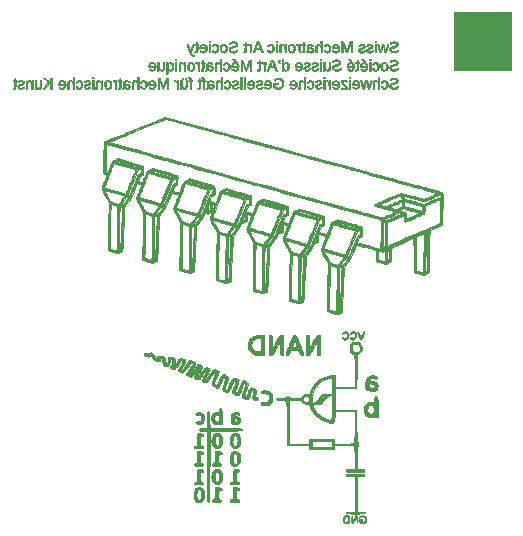
<source format=gbr>
G04 #@! TF.FileFunction,Legend,Bot*
%FSLAX46Y46*%
G04 Gerber Fmt 4.6, Leading zero omitted, Abs format (unit mm)*
G04 Created by KiCad (PCBNEW 4.0.7-e0-6372~58~ubuntu16.04.1) date Sun Feb 25 16:32:52 2018*
%MOMM*%
%LPD*%
G01*
G04 APERTURE LIST*
%ADD10C,0.100000*%
%ADD11C,0.010000*%
G04 APERTURE END LIST*
D10*
D11*
G36*
X108070362Y-121003895D02*
X108119878Y-121016499D01*
X108154827Y-121037158D01*
X108177707Y-121072582D01*
X108191015Y-121129479D01*
X108197249Y-121214559D01*
X108198907Y-121334529D01*
X108198917Y-121349210D01*
X108198301Y-121460393D01*
X108195734Y-121536966D01*
X108190134Y-121586641D01*
X108180420Y-121617132D01*
X108165509Y-121636152D01*
X108157830Y-121642290D01*
X108110488Y-121659543D01*
X108035342Y-121669139D01*
X107946222Y-121671080D01*
X107856961Y-121665364D01*
X107781388Y-121651992D01*
X107752747Y-121642300D01*
X107693105Y-121594911D01*
X107650156Y-121518239D01*
X107630823Y-121437882D01*
X107767911Y-121437882D01*
X107778411Y-121484723D01*
X107809281Y-121531033D01*
X107818311Y-121541942D01*
X107875937Y-121592612D01*
X107929718Y-121601399D01*
X107981798Y-121568329D01*
X108002113Y-121544088D01*
X108034138Y-121474840D01*
X108052248Y-121381480D01*
X108054914Y-121280375D01*
X108040605Y-121187896D01*
X108036612Y-121174917D01*
X108014123Y-121120317D01*
X107987741Y-121095875D01*
X107945237Y-121090250D01*
X107901500Y-121097186D01*
X107867732Y-121124592D01*
X107833368Y-121178850D01*
X107799744Y-121258050D01*
X107775976Y-121346606D01*
X107772331Y-121370146D01*
X107767911Y-121437882D01*
X107630823Y-121437882D01*
X107627287Y-121423189D01*
X107627887Y-121320668D01*
X107637598Y-121271660D01*
X107687105Y-121163782D01*
X107766805Y-121078822D01*
X107868504Y-121021852D01*
X107984009Y-120997940D01*
X108070362Y-121003895D01*
X108070362Y-121003895D01*
G37*
X108070362Y-121003895D02*
X108119878Y-121016499D01*
X108154827Y-121037158D01*
X108177707Y-121072582D01*
X108191015Y-121129479D01*
X108197249Y-121214559D01*
X108198907Y-121334529D01*
X108198917Y-121349210D01*
X108198301Y-121460393D01*
X108195734Y-121536966D01*
X108190134Y-121586641D01*
X108180420Y-121617132D01*
X108165509Y-121636152D01*
X108157830Y-121642290D01*
X108110488Y-121659543D01*
X108035342Y-121669139D01*
X107946222Y-121671080D01*
X107856961Y-121665364D01*
X107781388Y-121651992D01*
X107752747Y-121642300D01*
X107693105Y-121594911D01*
X107650156Y-121518239D01*
X107630823Y-121437882D01*
X107767911Y-121437882D01*
X107778411Y-121484723D01*
X107809281Y-121531033D01*
X107818311Y-121541942D01*
X107875937Y-121592612D01*
X107929718Y-121601399D01*
X107981798Y-121568329D01*
X108002113Y-121544088D01*
X108034138Y-121474840D01*
X108052248Y-121381480D01*
X108054914Y-121280375D01*
X108040605Y-121187896D01*
X108036612Y-121174917D01*
X108014123Y-121120317D01*
X107987741Y-121095875D01*
X107945237Y-121090250D01*
X107901500Y-121097186D01*
X107867732Y-121124592D01*
X107833368Y-121178850D01*
X107799744Y-121258050D01*
X107775976Y-121346606D01*
X107772331Y-121370146D01*
X107767911Y-121437882D01*
X107630823Y-121437882D01*
X107627287Y-121423189D01*
X107627887Y-121320668D01*
X107637598Y-121271660D01*
X107687105Y-121163782D01*
X107766805Y-121078822D01*
X107868504Y-121021852D01*
X107984009Y-120997940D01*
X108070362Y-121003895D01*
G36*
X108876025Y-117513262D02*
X109027698Y-117513957D01*
X109146360Y-117515406D01*
X109236673Y-117517846D01*
X109303297Y-117521517D01*
X109350894Y-117526654D01*
X109384124Y-117533497D01*
X109407649Y-117542282D01*
X109422223Y-117550613D01*
X109466422Y-117584716D01*
X109476161Y-117614642D01*
X109454973Y-117654887D01*
X109449502Y-117662496D01*
X109433821Y-117678753D01*
X109409695Y-117690416D01*
X109370135Y-117698474D01*
X109308154Y-117703917D01*
X109216763Y-117707734D01*
X109110835Y-117710437D01*
X108802167Y-117717290D01*
X108802167Y-120693519D01*
X109130449Y-120702340D01*
X109260483Y-120706564D01*
X109354669Y-120711693D01*
X109419489Y-120718512D01*
X109461428Y-120727808D01*
X109486970Y-120740365D01*
X109493948Y-120746377D01*
X109514725Y-120772074D01*
X109505274Y-120788756D01*
X109467291Y-120805486D01*
X109423006Y-120815952D01*
X109346745Y-120827285D01*
X109248809Y-120838188D01*
X109139502Y-120847369D01*
X109127654Y-120848189D01*
X108975396Y-120860565D01*
X108863008Y-120875053D01*
X108788035Y-120892838D01*
X108748023Y-120915106D01*
X108740520Y-120943043D01*
X108763070Y-120977837D01*
X108796875Y-121008068D01*
X108820891Y-121028722D01*
X108837431Y-121050913D01*
X108848173Y-121082705D01*
X108854798Y-121132165D01*
X108858986Y-121207357D01*
X108862418Y-121316347D01*
X108862624Y-121323711D01*
X108864016Y-121445225D01*
X108860665Y-121528309D01*
X108853091Y-121572262D01*
X108841812Y-121576381D01*
X108827347Y-121539965D01*
X108810214Y-121462312D01*
X108800748Y-121407419D01*
X108786539Y-121331934D01*
X108772134Y-121275981D01*
X108760260Y-121249774D01*
X108758483Y-121249000D01*
X108739970Y-121265934D01*
X108708738Y-121309938D01*
X108677974Y-121360510D01*
X108598045Y-121490987D01*
X108529419Y-121583583D01*
X108472667Y-121637791D01*
X108428358Y-121653105D01*
X108397061Y-121629016D01*
X108390987Y-121615875D01*
X108375132Y-121549108D01*
X108364978Y-121454411D01*
X108361265Y-121345898D01*
X108364737Y-121237681D01*
X108368777Y-121193388D01*
X108385376Y-121047917D01*
X108424594Y-121238417D01*
X108442700Y-121324693D01*
X108458231Y-121395668D01*
X108468846Y-121440764D01*
X108471496Y-121450084D01*
X108483340Y-121444506D01*
X108507042Y-121408186D01*
X108538610Y-121349636D01*
X108574054Y-121277370D01*
X108609382Y-121199900D01*
X108640603Y-121125738D01*
X108663725Y-121063398D01*
X108674758Y-121021390D01*
X108675167Y-121015692D01*
X108661092Y-120959398D01*
X108636654Y-120924374D01*
X108581627Y-120894694D01*
X108493127Y-120870817D01*
X108379807Y-120854368D01*
X108250320Y-120846968D01*
X108222486Y-120846715D01*
X108120096Y-120842504D01*
X108029949Y-120831211D01*
X107960450Y-120814601D01*
X107920003Y-120794435D01*
X107913167Y-120781815D01*
X107929698Y-120757001D01*
X107980621Y-120737083D01*
X108067936Y-120721697D01*
X108193640Y-120710478D01*
X108341792Y-120703625D01*
X108654000Y-120693428D01*
X108654000Y-117714167D01*
X108341792Y-117713855D01*
X108195698Y-117712009D01*
X108086656Y-117705996D01*
X108009484Y-117694605D01*
X107959004Y-117676624D01*
X107930036Y-117650841D01*
X107917402Y-117616045D01*
X107917174Y-117614527D01*
X107915836Y-117588243D01*
X107922750Y-117566913D01*
X107941807Y-117550026D01*
X107976899Y-117537067D01*
X108031916Y-117527524D01*
X108110750Y-117520885D01*
X108217292Y-117516635D01*
X108355433Y-117514262D01*
X108529065Y-117513253D01*
X108686681Y-117513084D01*
X108876025Y-117513262D01*
X108876025Y-117513262D01*
G37*
X108876025Y-117513262D02*
X109027698Y-117513957D01*
X109146360Y-117515406D01*
X109236673Y-117517846D01*
X109303297Y-117521517D01*
X109350894Y-117526654D01*
X109384124Y-117533497D01*
X109407649Y-117542282D01*
X109422223Y-117550613D01*
X109466422Y-117584716D01*
X109476161Y-117614642D01*
X109454973Y-117654887D01*
X109449502Y-117662496D01*
X109433821Y-117678753D01*
X109409695Y-117690416D01*
X109370135Y-117698474D01*
X109308154Y-117703917D01*
X109216763Y-117707734D01*
X109110835Y-117710437D01*
X108802167Y-117717290D01*
X108802167Y-120693519D01*
X109130449Y-120702340D01*
X109260483Y-120706564D01*
X109354669Y-120711693D01*
X109419489Y-120718512D01*
X109461428Y-120727808D01*
X109486970Y-120740365D01*
X109493948Y-120746377D01*
X109514725Y-120772074D01*
X109505274Y-120788756D01*
X109467291Y-120805486D01*
X109423006Y-120815952D01*
X109346745Y-120827285D01*
X109248809Y-120838188D01*
X109139502Y-120847369D01*
X109127654Y-120848189D01*
X108975396Y-120860565D01*
X108863008Y-120875053D01*
X108788035Y-120892838D01*
X108748023Y-120915106D01*
X108740520Y-120943043D01*
X108763070Y-120977837D01*
X108796875Y-121008068D01*
X108820891Y-121028722D01*
X108837431Y-121050913D01*
X108848173Y-121082705D01*
X108854798Y-121132165D01*
X108858986Y-121207357D01*
X108862418Y-121316347D01*
X108862624Y-121323711D01*
X108864016Y-121445225D01*
X108860665Y-121528309D01*
X108853091Y-121572262D01*
X108841812Y-121576381D01*
X108827347Y-121539965D01*
X108810214Y-121462312D01*
X108800748Y-121407419D01*
X108786539Y-121331934D01*
X108772134Y-121275981D01*
X108760260Y-121249774D01*
X108758483Y-121249000D01*
X108739970Y-121265934D01*
X108708738Y-121309938D01*
X108677974Y-121360510D01*
X108598045Y-121490987D01*
X108529419Y-121583583D01*
X108472667Y-121637791D01*
X108428358Y-121653105D01*
X108397061Y-121629016D01*
X108390987Y-121615875D01*
X108375132Y-121549108D01*
X108364978Y-121454411D01*
X108361265Y-121345898D01*
X108364737Y-121237681D01*
X108368777Y-121193388D01*
X108385376Y-121047917D01*
X108424594Y-121238417D01*
X108442700Y-121324693D01*
X108458231Y-121395668D01*
X108468846Y-121440764D01*
X108471496Y-121450084D01*
X108483340Y-121444506D01*
X108507042Y-121408186D01*
X108538610Y-121349636D01*
X108574054Y-121277370D01*
X108609382Y-121199900D01*
X108640603Y-121125738D01*
X108663725Y-121063398D01*
X108674758Y-121021390D01*
X108675167Y-121015692D01*
X108661092Y-120959398D01*
X108636654Y-120924374D01*
X108581627Y-120894694D01*
X108493127Y-120870817D01*
X108379807Y-120854368D01*
X108250320Y-120846968D01*
X108222486Y-120846715D01*
X108120096Y-120842504D01*
X108029949Y-120831211D01*
X107960450Y-120814601D01*
X107920003Y-120794435D01*
X107913167Y-120781815D01*
X107929698Y-120757001D01*
X107980621Y-120737083D01*
X108067936Y-120721697D01*
X108193640Y-120710478D01*
X108341792Y-120703625D01*
X108654000Y-120693428D01*
X108654000Y-117714167D01*
X108341792Y-117713855D01*
X108195698Y-117712009D01*
X108086656Y-117705996D01*
X108009484Y-117694605D01*
X107959004Y-117676624D01*
X107930036Y-117650841D01*
X107917402Y-117616045D01*
X107917174Y-117614527D01*
X107915836Y-117588243D01*
X107922750Y-117566913D01*
X107941807Y-117550026D01*
X107976899Y-117537067D01*
X108031916Y-117527524D01*
X108110750Y-117520885D01*
X108217292Y-117516635D01*
X108355433Y-117514262D01*
X108529065Y-117513253D01*
X108686681Y-117513084D01*
X108876025Y-117513262D01*
G36*
X109353379Y-121021175D02*
X109457120Y-121041129D01*
X109538170Y-121077578D01*
X109581652Y-121119071D01*
X109602509Y-121176098D01*
X109614598Y-121260670D01*
X109618016Y-121358937D01*
X109612861Y-121457048D01*
X109599230Y-121541154D01*
X109578292Y-121595816D01*
X109559560Y-121621279D01*
X109537598Y-121637355D01*
X109503124Y-121646114D01*
X109446854Y-121649628D01*
X109359505Y-121649965D01*
X109336137Y-121649825D01*
X109242502Y-121647513D01*
X109161354Y-121642415D01*
X109104440Y-121635417D01*
X109087917Y-121631157D01*
X109027491Y-121587763D01*
X108982594Y-121521153D01*
X108959188Y-121445391D01*
X108963235Y-121374543D01*
X108971109Y-121355564D01*
X109010984Y-121321659D01*
X109078639Y-121302879D01*
X109161573Y-121301320D01*
X109226505Y-121312771D01*
X109281786Y-121331686D01*
X109304807Y-121353907D01*
X109306194Y-121382463D01*
X109285747Y-121420592D01*
X109232087Y-121451637D01*
X109209430Y-121460081D01*
X109149036Y-121486756D01*
X109130578Y-121511716D01*
X109154143Y-121536708D01*
X109214572Y-121561752D01*
X109311739Y-121576103D01*
X109395265Y-121554441D01*
X109458470Y-121501356D01*
X109494673Y-121421440D01*
X109500667Y-121365110D01*
X109480423Y-121257199D01*
X109423153Y-121162934D01*
X109381819Y-121123869D01*
X109318323Y-121087941D01*
X109254920Y-121085607D01*
X109182126Y-121117637D01*
X109144193Y-121143167D01*
X109085281Y-121184704D01*
X109052591Y-121201901D01*
X109038417Y-121195735D01*
X109035055Y-121167186D01*
X109035000Y-121157031D01*
X109054232Y-121094882D01*
X109110655Y-121050252D01*
X109202363Y-121024432D01*
X109236769Y-121020522D01*
X109353379Y-121021175D01*
X109353379Y-121021175D01*
G37*
X109353379Y-121021175D02*
X109457120Y-121041129D01*
X109538170Y-121077578D01*
X109581652Y-121119071D01*
X109602509Y-121176098D01*
X109614598Y-121260670D01*
X109618016Y-121358937D01*
X109612861Y-121457048D01*
X109599230Y-121541154D01*
X109578292Y-121595816D01*
X109559560Y-121621279D01*
X109537598Y-121637355D01*
X109503124Y-121646114D01*
X109446854Y-121649628D01*
X109359505Y-121649965D01*
X109336137Y-121649825D01*
X109242502Y-121647513D01*
X109161354Y-121642415D01*
X109104440Y-121635417D01*
X109087917Y-121631157D01*
X109027491Y-121587763D01*
X108982594Y-121521153D01*
X108959188Y-121445391D01*
X108963235Y-121374543D01*
X108971109Y-121355564D01*
X109010984Y-121321659D01*
X109078639Y-121302879D01*
X109161573Y-121301320D01*
X109226505Y-121312771D01*
X109281786Y-121331686D01*
X109304807Y-121353907D01*
X109306194Y-121382463D01*
X109285747Y-121420592D01*
X109232087Y-121451637D01*
X109209430Y-121460081D01*
X109149036Y-121486756D01*
X109130578Y-121511716D01*
X109154143Y-121536708D01*
X109214572Y-121561752D01*
X109311739Y-121576103D01*
X109395265Y-121554441D01*
X109458470Y-121501356D01*
X109494673Y-121421440D01*
X109500667Y-121365110D01*
X109480423Y-121257199D01*
X109423153Y-121162934D01*
X109381819Y-121123869D01*
X109318323Y-121087941D01*
X109254920Y-121085607D01*
X109182126Y-121117637D01*
X109144193Y-121143167D01*
X109085281Y-121184704D01*
X109052591Y-121201901D01*
X109038417Y-121195735D01*
X109035055Y-121167186D01*
X109035000Y-121157031D01*
X109054232Y-121094882D01*
X109110655Y-121050252D01*
X109202363Y-121024432D01*
X109236769Y-121020522D01*
X109353379Y-121021175D01*
G36*
X95515224Y-118626168D02*
X95561680Y-118633382D01*
X95645444Y-118666887D01*
X95728396Y-118730049D01*
X95797977Y-118811855D01*
X95829335Y-118868100D01*
X95874653Y-119005958D01*
X95897053Y-119155512D01*
X95897777Y-119308590D01*
X95878067Y-119457019D01*
X95839165Y-119592627D01*
X95782313Y-119707244D01*
X95708752Y-119792696D01*
X95686248Y-119809667D01*
X95633622Y-119839369D01*
X95575534Y-119856874D01*
X95497193Y-119865805D01*
X95447553Y-119868126D01*
X95318103Y-119865303D01*
X95227796Y-119846534D01*
X95217552Y-119842309D01*
X95155313Y-119792328D01*
X95103537Y-119706061D01*
X95063616Y-119588573D01*
X95036942Y-119444926D01*
X95024908Y-119280185D01*
X95025924Y-119182210D01*
X95240389Y-119182210D01*
X95243776Y-119334566D01*
X95272437Y-119480702D01*
X95297354Y-119548929D01*
X95345921Y-119644033D01*
X95393068Y-119701193D01*
X95444051Y-119724267D01*
X95504129Y-119717116D01*
X95519254Y-119711806D01*
X95552522Y-119682393D01*
X95589605Y-119624986D01*
X95623351Y-119552479D01*
X95644843Y-119485442D01*
X95655781Y-119406922D01*
X95659585Y-119304317D01*
X95656660Y-119194515D01*
X95647411Y-119094406D01*
X95633823Y-119025912D01*
X95604127Y-118958103D01*
X95559596Y-118890583D01*
X95509217Y-118834126D01*
X95461975Y-118799504D01*
X95440091Y-118793667D01*
X95397739Y-118812574D01*
X95350892Y-118863170D01*
X95306065Y-118936267D01*
X95269773Y-119022676D01*
X95263547Y-119042678D01*
X95240389Y-119182210D01*
X95025924Y-119182210D01*
X95026294Y-119146593D01*
X95047384Y-118975473D01*
X95093674Y-118837109D01*
X95164383Y-118732248D01*
X95258731Y-118661639D01*
X95375938Y-118626030D01*
X95515224Y-118626168D01*
X95515224Y-118626168D01*
G37*
X95515224Y-118626168D02*
X95561680Y-118633382D01*
X95645444Y-118666887D01*
X95728396Y-118730049D01*
X95797977Y-118811855D01*
X95829335Y-118868100D01*
X95874653Y-119005958D01*
X95897053Y-119155512D01*
X95897777Y-119308590D01*
X95878067Y-119457019D01*
X95839165Y-119592627D01*
X95782313Y-119707244D01*
X95708752Y-119792696D01*
X95686248Y-119809667D01*
X95633622Y-119839369D01*
X95575534Y-119856874D01*
X95497193Y-119865805D01*
X95447553Y-119868126D01*
X95318103Y-119865303D01*
X95227796Y-119846534D01*
X95217552Y-119842309D01*
X95155313Y-119792328D01*
X95103537Y-119706061D01*
X95063616Y-119588573D01*
X95036942Y-119444926D01*
X95024908Y-119280185D01*
X95025924Y-119182210D01*
X95240389Y-119182210D01*
X95243776Y-119334566D01*
X95272437Y-119480702D01*
X95297354Y-119548929D01*
X95345921Y-119644033D01*
X95393068Y-119701193D01*
X95444051Y-119724267D01*
X95504129Y-119717116D01*
X95519254Y-119711806D01*
X95552522Y-119682393D01*
X95589605Y-119624986D01*
X95623351Y-119552479D01*
X95644843Y-119485442D01*
X95655781Y-119406922D01*
X95659585Y-119304317D01*
X95656660Y-119194515D01*
X95647411Y-119094406D01*
X95633823Y-119025912D01*
X95604127Y-118958103D01*
X95559596Y-118890583D01*
X95509217Y-118834126D01*
X95461975Y-118799504D01*
X95440091Y-118793667D01*
X95397739Y-118812574D01*
X95350892Y-118863170D01*
X95306065Y-118936267D01*
X95269773Y-119022676D01*
X95263547Y-119042678D01*
X95240389Y-119182210D01*
X95025924Y-119182210D01*
X95026294Y-119146593D01*
X95047384Y-118975473D01*
X95093674Y-118837109D01*
X95164383Y-118732248D01*
X95258731Y-118661639D01*
X95375938Y-118626030D01*
X95515224Y-118626168D01*
G36*
X96265567Y-112214505D02*
X96286681Y-112228133D01*
X96303653Y-112255640D01*
X96317045Y-112300949D01*
X96327418Y-112367980D01*
X96335332Y-112460655D01*
X96341349Y-112582897D01*
X96346030Y-112738628D01*
X96349937Y-112931769D01*
X96350877Y-112987536D01*
X96361356Y-113626655D01*
X97665803Y-113633778D01*
X97948678Y-113635454D01*
X98192150Y-113637289D01*
X98399149Y-113639464D01*
X98572606Y-113642164D01*
X98715449Y-113645570D01*
X98830610Y-113649866D01*
X98921018Y-113655234D01*
X98989604Y-113661858D01*
X99039297Y-113669919D01*
X99073028Y-113679600D01*
X99093728Y-113691086D01*
X99104325Y-113704557D01*
X99107751Y-113720197D01*
X99107834Y-113723729D01*
X99103522Y-113745837D01*
X99088787Y-113765026D01*
X99060930Y-113781497D01*
X99017250Y-113795448D01*
X98955048Y-113807078D01*
X98871624Y-113816588D01*
X98764278Y-113824176D01*
X98630311Y-113830041D01*
X98467023Y-113834384D01*
X98271714Y-113837402D01*
X98041684Y-113839295D01*
X97774233Y-113840263D01*
X97525625Y-113840506D01*
X96356167Y-113840667D01*
X96355372Y-116079042D01*
X96354793Y-116603588D01*
X96353446Y-117089644D01*
X96351336Y-117536881D01*
X96348469Y-117944971D01*
X96344850Y-118313585D01*
X96340486Y-118642396D01*
X96335381Y-118931075D01*
X96329541Y-119179294D01*
X96322971Y-119386724D01*
X96315678Y-119553038D01*
X96307667Y-119677907D01*
X96298943Y-119761004D01*
X96292517Y-119793792D01*
X96266859Y-119849346D01*
X96235100Y-119873190D01*
X96204187Y-119861108D01*
X96197195Y-119851641D01*
X96189417Y-119833744D01*
X96182324Y-119805078D01*
X96175876Y-119763697D01*
X96170031Y-119707656D01*
X96164748Y-119635007D01*
X96159987Y-119543806D01*
X96155705Y-119432105D01*
X96151863Y-119297959D01*
X96148418Y-119139421D01*
X96145331Y-118954545D01*
X96142559Y-118741385D01*
X96140063Y-118497995D01*
X96137800Y-118222429D01*
X96135730Y-117912741D01*
X96133811Y-117566984D01*
X96132003Y-117183212D01*
X96130265Y-116759480D01*
X96129890Y-116661125D01*
X96119245Y-113840667D01*
X95859865Y-113840667D01*
X95752856Y-113838851D01*
X95655662Y-113833914D01*
X95579289Y-113826620D01*
X95535946Y-113818169D01*
X95479622Y-113783116D01*
X95458829Y-113734214D01*
X95476874Y-113679513D01*
X95478238Y-113677609D01*
X95494232Y-113662379D01*
X95521006Y-113651393D01*
X95565419Y-113643731D01*
X95634332Y-113638473D01*
X95734605Y-113634698D01*
X95812613Y-113632764D01*
X96119228Y-113625944D01*
X96128361Y-112987181D01*
X96131731Y-112783982D01*
X96135823Y-112619188D01*
X96141198Y-112488872D01*
X96148421Y-112389107D01*
X96158055Y-112315965D01*
X96170664Y-112265518D01*
X96186810Y-112233838D01*
X96207058Y-112216999D01*
X96231972Y-112211072D01*
X96239750Y-112210834D01*
X96265567Y-112214505D01*
X96265567Y-112214505D01*
G37*
X96265567Y-112214505D02*
X96286681Y-112228133D01*
X96303653Y-112255640D01*
X96317045Y-112300949D01*
X96327418Y-112367980D01*
X96335332Y-112460655D01*
X96341349Y-112582897D01*
X96346030Y-112738628D01*
X96349937Y-112931769D01*
X96350877Y-112987536D01*
X96361356Y-113626655D01*
X97665803Y-113633778D01*
X97948678Y-113635454D01*
X98192150Y-113637289D01*
X98399149Y-113639464D01*
X98572606Y-113642164D01*
X98715449Y-113645570D01*
X98830610Y-113649866D01*
X98921018Y-113655234D01*
X98989604Y-113661858D01*
X99039297Y-113669919D01*
X99073028Y-113679600D01*
X99093728Y-113691086D01*
X99104325Y-113704557D01*
X99107751Y-113720197D01*
X99107834Y-113723729D01*
X99103522Y-113745837D01*
X99088787Y-113765026D01*
X99060930Y-113781497D01*
X99017250Y-113795448D01*
X98955048Y-113807078D01*
X98871624Y-113816588D01*
X98764278Y-113824176D01*
X98630311Y-113830041D01*
X98467023Y-113834384D01*
X98271714Y-113837402D01*
X98041684Y-113839295D01*
X97774233Y-113840263D01*
X97525625Y-113840506D01*
X96356167Y-113840667D01*
X96355372Y-116079042D01*
X96354793Y-116603588D01*
X96353446Y-117089644D01*
X96351336Y-117536881D01*
X96348469Y-117944971D01*
X96344850Y-118313585D01*
X96340486Y-118642396D01*
X96335381Y-118931075D01*
X96329541Y-119179294D01*
X96322971Y-119386724D01*
X96315678Y-119553038D01*
X96307667Y-119677907D01*
X96298943Y-119761004D01*
X96292517Y-119793792D01*
X96266859Y-119849346D01*
X96235100Y-119873190D01*
X96204187Y-119861108D01*
X96197195Y-119851641D01*
X96189417Y-119833744D01*
X96182324Y-119805078D01*
X96175876Y-119763697D01*
X96170031Y-119707656D01*
X96164748Y-119635007D01*
X96159987Y-119543806D01*
X96155705Y-119432105D01*
X96151863Y-119297959D01*
X96148418Y-119139421D01*
X96145331Y-118954545D01*
X96142559Y-118741385D01*
X96140063Y-118497995D01*
X96137800Y-118222429D01*
X96135730Y-117912741D01*
X96133811Y-117566984D01*
X96132003Y-117183212D01*
X96130265Y-116759480D01*
X96129890Y-116661125D01*
X96119245Y-113840667D01*
X95859865Y-113840667D01*
X95752856Y-113838851D01*
X95655662Y-113833914D01*
X95579289Y-113826620D01*
X95535946Y-113818169D01*
X95479622Y-113783116D01*
X95458829Y-113734214D01*
X95476874Y-113679513D01*
X95478238Y-113677609D01*
X95494232Y-113662379D01*
X95521006Y-113651393D01*
X95565419Y-113643731D01*
X95634332Y-113638473D01*
X95734605Y-113634698D01*
X95812613Y-113632764D01*
X96119228Y-113625944D01*
X96128361Y-112987181D01*
X96131731Y-112783982D01*
X96135823Y-112619188D01*
X96141198Y-112488872D01*
X96148421Y-112389107D01*
X96158055Y-112315965D01*
X96170664Y-112265518D01*
X96186810Y-112233838D01*
X96207058Y-112216999D01*
X96231972Y-112211072D01*
X96239750Y-112210834D01*
X96265567Y-112214505D01*
G36*
X96882594Y-118611271D02*
X96945520Y-118619164D01*
X97029910Y-118628391D01*
X97098857Y-118635184D01*
X97226311Y-118657568D01*
X97316160Y-118697870D01*
X97369414Y-118756654D01*
X97382872Y-118794219D01*
X97388346Y-118854512D01*
X97368785Y-118886323D01*
X97319945Y-118892480D01*
X97253986Y-118880097D01*
X97183360Y-118866612D01*
X97142316Y-118870579D01*
X97130904Y-118878236D01*
X97120266Y-118909400D01*
X97111664Y-118973590D01*
X97105283Y-119061536D01*
X97101311Y-119163972D01*
X97099932Y-119271628D01*
X97101335Y-119375238D01*
X97105705Y-119465533D01*
X97113229Y-119533246D01*
X97117339Y-119552591D01*
X97139967Y-119613274D01*
X97171648Y-119644256D01*
X97198300Y-119653623D01*
X97266394Y-119678796D01*
X97300483Y-119718031D01*
X97308667Y-119770449D01*
X97297505Y-119822153D01*
X97257215Y-119851418D01*
X97254372Y-119852524D01*
X97209682Y-119860986D01*
X97133958Y-119866938D01*
X97038042Y-119870381D01*
X96932776Y-119871317D01*
X96829001Y-119869749D01*
X96737559Y-119865676D01*
X96669291Y-119859102D01*
X96639569Y-119852430D01*
X96597461Y-119822539D01*
X96580881Y-119797872D01*
X96581893Y-119750017D01*
X96608846Y-119700658D01*
X96650005Y-119667039D01*
X96673667Y-119661500D01*
X96713706Y-119644969D01*
X96751898Y-119605224D01*
X96751902Y-119605218D01*
X96764232Y-119581296D01*
X96773832Y-119548053D01*
X96781186Y-119499829D01*
X96786777Y-119430960D01*
X96791089Y-119335785D01*
X96794608Y-119208644D01*
X96797275Y-119074622D01*
X96805771Y-118600308D01*
X96882594Y-118611271D01*
X96882594Y-118611271D01*
G37*
X96882594Y-118611271D02*
X96945520Y-118619164D01*
X97029910Y-118628391D01*
X97098857Y-118635184D01*
X97226311Y-118657568D01*
X97316160Y-118697870D01*
X97369414Y-118756654D01*
X97382872Y-118794219D01*
X97388346Y-118854512D01*
X97368785Y-118886323D01*
X97319945Y-118892480D01*
X97253986Y-118880097D01*
X97183360Y-118866612D01*
X97142316Y-118870579D01*
X97130904Y-118878236D01*
X97120266Y-118909400D01*
X97111664Y-118973590D01*
X97105283Y-119061536D01*
X97101311Y-119163972D01*
X97099932Y-119271628D01*
X97101335Y-119375238D01*
X97105705Y-119465533D01*
X97113229Y-119533246D01*
X97117339Y-119552591D01*
X97139967Y-119613274D01*
X97171648Y-119644256D01*
X97198300Y-119653623D01*
X97266394Y-119678796D01*
X97300483Y-119718031D01*
X97308667Y-119770449D01*
X97297505Y-119822153D01*
X97257215Y-119851418D01*
X97254372Y-119852524D01*
X97209682Y-119860986D01*
X97133958Y-119866938D01*
X97038042Y-119870381D01*
X96932776Y-119871317D01*
X96829001Y-119869749D01*
X96737559Y-119865676D01*
X96669291Y-119859102D01*
X96639569Y-119852430D01*
X96597461Y-119822539D01*
X96580881Y-119797872D01*
X96581893Y-119750017D01*
X96608846Y-119700658D01*
X96650005Y-119667039D01*
X96673667Y-119661500D01*
X96713706Y-119644969D01*
X96751898Y-119605224D01*
X96751902Y-119605218D01*
X96764232Y-119581296D01*
X96773832Y-119548053D01*
X96781186Y-119499829D01*
X96786777Y-119430960D01*
X96791089Y-119335785D01*
X96794608Y-119208644D01*
X96797275Y-119074622D01*
X96805771Y-118600308D01*
X96882594Y-118611271D01*
G36*
X98480173Y-118614627D02*
X98635871Y-118638729D01*
X98751325Y-118671500D01*
X98827865Y-118713631D01*
X98866820Y-118765814D01*
X98871452Y-118818054D01*
X98864167Y-118846065D01*
X98845385Y-118859958D01*
X98804308Y-118863375D01*
X98744658Y-118860811D01*
X98674684Y-118858844D01*
X98636014Y-118865007D01*
X98617983Y-118881893D01*
X98614068Y-118892561D01*
X98599412Y-118971166D01*
X98589365Y-119078222D01*
X98584570Y-119200032D01*
X98585671Y-119322899D01*
X98590175Y-119400779D01*
X98604388Y-119514454D01*
X98626933Y-119591650D01*
X98661104Y-119637918D01*
X98710190Y-119658813D01*
X98744720Y-119661500D01*
X98809552Y-119678953D01*
X98857197Y-119723529D01*
X98875000Y-119781478D01*
X98866477Y-119814364D01*
X98837836Y-119838827D01*
X98784469Y-119855898D01*
X98701767Y-119866610D01*
X98585123Y-119871997D01*
X98465964Y-119873167D01*
X98338474Y-119872181D01*
X98246422Y-119868792D01*
X98182950Y-119862349D01*
X98141200Y-119852205D01*
X98117710Y-119840217D01*
X98082278Y-119801664D01*
X98070667Y-119767334D01*
X98089602Y-119721615D01*
X98137528Y-119683758D01*
X98201126Y-119663014D01*
X98223055Y-119661500D01*
X98282791Y-119643391D01*
X98318887Y-119604256D01*
X98331400Y-119580429D01*
X98341081Y-119548113D01*
X98348417Y-119501583D01*
X98353891Y-119435114D01*
X98357990Y-119342982D01*
X98361198Y-119219461D01*
X98363756Y-119074632D01*
X98371095Y-118602252D01*
X98480173Y-118614627D01*
X98480173Y-118614627D01*
G37*
X98480173Y-118614627D02*
X98635871Y-118638729D01*
X98751325Y-118671500D01*
X98827865Y-118713631D01*
X98866820Y-118765814D01*
X98871452Y-118818054D01*
X98864167Y-118846065D01*
X98845385Y-118859958D01*
X98804308Y-118863375D01*
X98744658Y-118860811D01*
X98674684Y-118858844D01*
X98636014Y-118865007D01*
X98617983Y-118881893D01*
X98614068Y-118892561D01*
X98599412Y-118971166D01*
X98589365Y-119078222D01*
X98584570Y-119200032D01*
X98585671Y-119322899D01*
X98590175Y-119400779D01*
X98604388Y-119514454D01*
X98626933Y-119591650D01*
X98661104Y-119637918D01*
X98710190Y-119658813D01*
X98744720Y-119661500D01*
X98809552Y-119678953D01*
X98857197Y-119723529D01*
X98875000Y-119781478D01*
X98866477Y-119814364D01*
X98837836Y-119838827D01*
X98784469Y-119855898D01*
X98701767Y-119866610D01*
X98585123Y-119871997D01*
X98465964Y-119873167D01*
X98338474Y-119872181D01*
X98246422Y-119868792D01*
X98182950Y-119862349D01*
X98141200Y-119852205D01*
X98117710Y-119840217D01*
X98082278Y-119801664D01*
X98070667Y-119767334D01*
X98089602Y-119721615D01*
X98137528Y-119683758D01*
X98201126Y-119663014D01*
X98223055Y-119661500D01*
X98282791Y-119643391D01*
X98318887Y-119604256D01*
X98331400Y-119580429D01*
X98341081Y-119548113D01*
X98348417Y-119501583D01*
X98353891Y-119435114D01*
X98357990Y-119342982D01*
X98361198Y-119219461D01*
X98363756Y-119074632D01*
X98371095Y-118602252D01*
X98480173Y-118614627D01*
G36*
X95504343Y-117062666D02*
X95599286Y-117082221D01*
X95690958Y-117114449D01*
X95760456Y-117154014D01*
X95763745Y-117156705D01*
X95814850Y-117215071D01*
X95825103Y-117266982D01*
X95795852Y-117309353D01*
X95728445Y-117339102D01*
X95679977Y-117348398D01*
X95631071Y-117356858D01*
X95595243Y-117371165D01*
X95570465Y-117397289D01*
X95554707Y-117441199D01*
X95545939Y-117508867D01*
X95542131Y-117606262D01*
X95541255Y-117739356D01*
X95541250Y-117756500D01*
X95541925Y-117893707D01*
X95545287Y-117994617D01*
X95553342Y-118065261D01*
X95568100Y-118111670D01*
X95591565Y-118139875D01*
X95625745Y-118155907D01*
X95672648Y-118165797D01*
X95677731Y-118166619D01*
X95756404Y-118190887D01*
X95806440Y-118229335D01*
X95825447Y-118274649D01*
X95811027Y-118319519D01*
X95760787Y-118356632D01*
X95742334Y-118363847D01*
X95693482Y-118372975D01*
X95613336Y-118380063D01*
X95512896Y-118384885D01*
X95403163Y-118387212D01*
X95295136Y-118386820D01*
X95199817Y-118383482D01*
X95128205Y-118376970D01*
X95125409Y-118376552D01*
X95067849Y-118354540D01*
X95032661Y-118327349D01*
X95008709Y-118294503D01*
X95011969Y-118264986D01*
X95029638Y-118235292D01*
X95085440Y-118188391D01*
X95147626Y-118169595D01*
X95208713Y-118152434D01*
X95253614Y-118127915D01*
X95259573Y-118122017D01*
X95270315Y-118094491D01*
X95279495Y-118037769D01*
X95287387Y-117948660D01*
X95294264Y-117823974D01*
X95300401Y-117660520D01*
X95301085Y-117638686D01*
X95307202Y-117467461D01*
X95314444Y-117333872D01*
X95323819Y-117233224D01*
X95336335Y-117160818D01*
X95353000Y-117111959D01*
X95374821Y-117081950D01*
X95402806Y-117066094D01*
X95425032Y-117061117D01*
X95504343Y-117062666D01*
X95504343Y-117062666D01*
G37*
X95504343Y-117062666D02*
X95599286Y-117082221D01*
X95690958Y-117114449D01*
X95760456Y-117154014D01*
X95763745Y-117156705D01*
X95814850Y-117215071D01*
X95825103Y-117266982D01*
X95795852Y-117309353D01*
X95728445Y-117339102D01*
X95679977Y-117348398D01*
X95631071Y-117356858D01*
X95595243Y-117371165D01*
X95570465Y-117397289D01*
X95554707Y-117441199D01*
X95545939Y-117508867D01*
X95542131Y-117606262D01*
X95541255Y-117739356D01*
X95541250Y-117756500D01*
X95541925Y-117893707D01*
X95545287Y-117994617D01*
X95553342Y-118065261D01*
X95568100Y-118111670D01*
X95591565Y-118139875D01*
X95625745Y-118155907D01*
X95672648Y-118165797D01*
X95677731Y-118166619D01*
X95756404Y-118190887D01*
X95806440Y-118229335D01*
X95825447Y-118274649D01*
X95811027Y-118319519D01*
X95760787Y-118356632D01*
X95742334Y-118363847D01*
X95693482Y-118372975D01*
X95613336Y-118380063D01*
X95512896Y-118384885D01*
X95403163Y-118387212D01*
X95295136Y-118386820D01*
X95199817Y-118383482D01*
X95128205Y-118376970D01*
X95125409Y-118376552D01*
X95067849Y-118354540D01*
X95032661Y-118327349D01*
X95008709Y-118294503D01*
X95011969Y-118264986D01*
X95029638Y-118235292D01*
X95085440Y-118188391D01*
X95147626Y-118169595D01*
X95208713Y-118152434D01*
X95253614Y-118127915D01*
X95259573Y-118122017D01*
X95270315Y-118094491D01*
X95279495Y-118037769D01*
X95287387Y-117948660D01*
X95294264Y-117823974D01*
X95300401Y-117660520D01*
X95301085Y-117638686D01*
X95307202Y-117467461D01*
X95314444Y-117333872D01*
X95323819Y-117233224D01*
X95336335Y-117160818D01*
X95353000Y-117111959D01*
X95374821Y-117081950D01*
X95402806Y-117066094D01*
X95425032Y-117061117D01*
X95504343Y-117062666D01*
G36*
X97123610Y-117084700D02*
X97223784Y-117143540D01*
X97306223Y-117236293D01*
X97317342Y-117254354D01*
X97361376Y-117359342D01*
X97391877Y-117493041D01*
X97408243Y-117643851D01*
X97409876Y-117800175D01*
X97396175Y-117950413D01*
X97366541Y-118082967D01*
X97361071Y-118099497D01*
X97315308Y-118186859D01*
X97245092Y-118271722D01*
X97163638Y-118340056D01*
X97105099Y-118371278D01*
X97014303Y-118389012D01*
X96912483Y-118384067D01*
X96832417Y-118361416D01*
X96729742Y-118293375D01*
X96646528Y-118194288D01*
X96583615Y-118071127D01*
X96541840Y-117930864D01*
X96522042Y-117780470D01*
X96525059Y-117626917D01*
X96525279Y-117625677D01*
X96846112Y-117625677D01*
X96847605Y-117753108D01*
X96850182Y-117877191D01*
X96853330Y-117965998D01*
X96858128Y-118026582D01*
X96865658Y-118065997D01*
X96877000Y-118091297D01*
X96893236Y-118109536D01*
X96903553Y-118118233D01*
X96975622Y-118154683D01*
X97050073Y-118148923D01*
X97076299Y-118137251D01*
X97108000Y-118103632D01*
X97134718Y-118048298D01*
X97138289Y-118036709D01*
X97151444Y-117959659D01*
X97158411Y-117854962D01*
X97159166Y-117736854D01*
X97153687Y-117619570D01*
X97141950Y-117517345D01*
X97139157Y-117501569D01*
X97113127Y-117405181D01*
X97076293Y-117345776D01*
X97024257Y-117318491D01*
X96971569Y-117316265D01*
X96926592Y-117323933D01*
X96893306Y-117341887D01*
X96870163Y-117375582D01*
X96855616Y-117430475D01*
X96848115Y-117512021D01*
X96846112Y-117625677D01*
X96525279Y-117625677D01*
X96551730Y-117477175D01*
X96602892Y-117338218D01*
X96679385Y-117217015D01*
X96692876Y-117201047D01*
X96790334Y-117117947D01*
X96899520Y-117071274D01*
X97013067Y-117060401D01*
X97123610Y-117084700D01*
X97123610Y-117084700D01*
G37*
X97123610Y-117084700D02*
X97223784Y-117143540D01*
X97306223Y-117236293D01*
X97317342Y-117254354D01*
X97361376Y-117359342D01*
X97391877Y-117493041D01*
X97408243Y-117643851D01*
X97409876Y-117800175D01*
X97396175Y-117950413D01*
X97366541Y-118082967D01*
X97361071Y-118099497D01*
X97315308Y-118186859D01*
X97245092Y-118271722D01*
X97163638Y-118340056D01*
X97105099Y-118371278D01*
X97014303Y-118389012D01*
X96912483Y-118384067D01*
X96832417Y-118361416D01*
X96729742Y-118293375D01*
X96646528Y-118194288D01*
X96583615Y-118071127D01*
X96541840Y-117930864D01*
X96522042Y-117780470D01*
X96525059Y-117626917D01*
X96525279Y-117625677D01*
X96846112Y-117625677D01*
X96847605Y-117753108D01*
X96850182Y-117877191D01*
X96853330Y-117965998D01*
X96858128Y-118026582D01*
X96865658Y-118065997D01*
X96877000Y-118091297D01*
X96893236Y-118109536D01*
X96903553Y-118118233D01*
X96975622Y-118154683D01*
X97050073Y-118148923D01*
X97076299Y-118137251D01*
X97108000Y-118103632D01*
X97134718Y-118048298D01*
X97138289Y-118036709D01*
X97151444Y-117959659D01*
X97158411Y-117854962D01*
X97159166Y-117736854D01*
X97153687Y-117619570D01*
X97141950Y-117517345D01*
X97139157Y-117501569D01*
X97113127Y-117405181D01*
X97076293Y-117345776D01*
X97024257Y-117318491D01*
X96971569Y-117316265D01*
X96926592Y-117323933D01*
X96893306Y-117341887D01*
X96870163Y-117375582D01*
X96855616Y-117430475D01*
X96848115Y-117512021D01*
X96846112Y-117625677D01*
X96525279Y-117625677D01*
X96551730Y-117477175D01*
X96602892Y-117338218D01*
X96679385Y-117217015D01*
X96692876Y-117201047D01*
X96790334Y-117117947D01*
X96899520Y-117071274D01*
X97013067Y-117060401D01*
X97123610Y-117084700D01*
G36*
X98584229Y-117065067D02*
X98659252Y-117082384D01*
X98761633Y-117117198D01*
X98833907Y-117162394D01*
X98871065Y-117214356D01*
X98875000Y-117238158D01*
X98855882Y-117291802D01*
X98806525Y-117333366D01*
X98738926Y-117353642D01*
X98723636Y-117354334D01*
X98672123Y-117362054D01*
X98636201Y-117389492D01*
X98612211Y-117443065D01*
X98596492Y-117529190D01*
X98590476Y-117587770D01*
X98585174Y-117690361D01*
X98585292Y-117802166D01*
X98590170Y-117912358D01*
X98599150Y-118010108D01*
X98611571Y-118084586D01*
X98622820Y-118118797D01*
X98653570Y-118143264D01*
X98708983Y-118163082D01*
X98730306Y-118167350D01*
X98792810Y-118181466D01*
X98839312Y-118199186D01*
X98847492Y-118204520D01*
X98871775Y-118248598D01*
X98869474Y-118304151D01*
X98841582Y-118350532D01*
X98840439Y-118351500D01*
X98803631Y-118364541D01*
X98734159Y-118374858D01*
X98641617Y-118382263D01*
X98535599Y-118386564D01*
X98425699Y-118387574D01*
X98321509Y-118385102D01*
X98232625Y-118378959D01*
X98168640Y-118368955D01*
X98155334Y-118365031D01*
X98101305Y-118337338D01*
X98077719Y-118298189D01*
X98074507Y-118279902D01*
X98076254Y-118237996D01*
X98100700Y-118210437D01*
X98142619Y-118189943D01*
X98203397Y-118169080D01*
X98254422Y-118158871D01*
X98259742Y-118158667D01*
X98287751Y-118153972D01*
X98309873Y-118136851D01*
X98326978Y-118102745D01*
X98339938Y-118047096D01*
X98349624Y-117965349D01*
X98356907Y-117852945D01*
X98362659Y-117705327D01*
X98365546Y-117605189D01*
X98370796Y-117432202D01*
X98377789Y-117297479D01*
X98388808Y-117196956D01*
X98406137Y-117126569D01*
X98432060Y-117082251D01*
X98468861Y-117059938D01*
X98518822Y-117055565D01*
X98584229Y-117065067D01*
X98584229Y-117065067D01*
G37*
X98584229Y-117065067D02*
X98659252Y-117082384D01*
X98761633Y-117117198D01*
X98833907Y-117162394D01*
X98871065Y-117214356D01*
X98875000Y-117238158D01*
X98855882Y-117291802D01*
X98806525Y-117333366D01*
X98738926Y-117353642D01*
X98723636Y-117354334D01*
X98672123Y-117362054D01*
X98636201Y-117389492D01*
X98612211Y-117443065D01*
X98596492Y-117529190D01*
X98590476Y-117587770D01*
X98585174Y-117690361D01*
X98585292Y-117802166D01*
X98590170Y-117912358D01*
X98599150Y-118010108D01*
X98611571Y-118084586D01*
X98622820Y-118118797D01*
X98653570Y-118143264D01*
X98708983Y-118163082D01*
X98730306Y-118167350D01*
X98792810Y-118181466D01*
X98839312Y-118199186D01*
X98847492Y-118204520D01*
X98871775Y-118248598D01*
X98869474Y-118304151D01*
X98841582Y-118350532D01*
X98840439Y-118351500D01*
X98803631Y-118364541D01*
X98734159Y-118374858D01*
X98641617Y-118382263D01*
X98535599Y-118386564D01*
X98425699Y-118387574D01*
X98321509Y-118385102D01*
X98232625Y-118378959D01*
X98168640Y-118368955D01*
X98155334Y-118365031D01*
X98101305Y-118337338D01*
X98077719Y-118298189D01*
X98074507Y-118279902D01*
X98076254Y-118237996D01*
X98100700Y-118210437D01*
X98142619Y-118189943D01*
X98203397Y-118169080D01*
X98254422Y-118158871D01*
X98259742Y-118158667D01*
X98287751Y-118153972D01*
X98309873Y-118136851D01*
X98326978Y-118102745D01*
X98339938Y-118047096D01*
X98349624Y-117965349D01*
X98356907Y-117852945D01*
X98362659Y-117705327D01*
X98365546Y-117605189D01*
X98370796Y-117432202D01*
X98377789Y-117297479D01*
X98388808Y-117196956D01*
X98406137Y-117126569D01*
X98432060Y-117082251D01*
X98468861Y-117059938D01*
X98518822Y-117055565D01*
X98584229Y-117065067D01*
G36*
X108877033Y-106332228D02*
X108983457Y-106364569D01*
X109068011Y-106424017D01*
X109137314Y-106515438D01*
X109197985Y-106643698D01*
X109205341Y-106662694D01*
X109237491Y-106770086D01*
X109243770Y-106866101D01*
X109223078Y-106964552D01*
X109174312Y-107079250D01*
X109171681Y-107084534D01*
X109108189Y-107195591D01*
X109040216Y-107277104D01*
X108956535Y-107341321D01*
X108913273Y-107366479D01*
X108863359Y-107407264D01*
X108837765Y-107469239D01*
X108835054Y-107482895D01*
X108832318Y-107518079D01*
X108829405Y-107591754D01*
X108826385Y-107700077D01*
X108823325Y-107839207D01*
X108820295Y-108005303D01*
X108817364Y-108194523D01*
X108814600Y-108403024D01*
X108812072Y-108626964D01*
X108809849Y-108862503D01*
X108809419Y-108914125D01*
X108798441Y-110263500D01*
X106939500Y-110263500D01*
X106939500Y-112038137D01*
X106997709Y-112049301D01*
X107031211Y-112052097D01*
X107102150Y-112055349D01*
X107205633Y-112058919D01*
X107336768Y-112062672D01*
X107490661Y-112066470D01*
X107662420Y-112070177D01*
X107847153Y-112073655D01*
X107904713Y-112074640D01*
X108753509Y-112088814D01*
X108767255Y-112375420D01*
X108771714Y-112491463D01*
X108775611Y-112636719D01*
X108778689Y-112798070D01*
X108780692Y-112962398D01*
X108781361Y-113097889D01*
X108782616Y-113278433D01*
X108785913Y-113472262D01*
X108790973Y-113672613D01*
X108797519Y-113872720D01*
X108805274Y-114065821D01*
X108813960Y-114245151D01*
X108823299Y-114403946D01*
X108833016Y-114535442D01*
X108842831Y-114632875D01*
X108845001Y-114649247D01*
X108862157Y-114745134D01*
X108885222Y-114841684D01*
X108906541Y-114910238D01*
X108946270Y-115016727D01*
X108895866Y-115122778D01*
X108872826Y-115182273D01*
X108853556Y-115257839D01*
X108837798Y-115352966D01*
X108825293Y-115471142D01*
X108815782Y-115615858D01*
X108809008Y-115790603D01*
X108804712Y-115998867D01*
X108802636Y-116244139D01*
X108802348Y-116385959D01*
X108802167Y-117058000D01*
X109098500Y-117058000D01*
X109217694Y-117058518D01*
X109302068Y-117060699D01*
X109359132Y-117065479D01*
X109396392Y-117073799D01*
X109421357Y-117086596D01*
X109437167Y-117100334D01*
X109473788Y-117163630D01*
X109473178Y-117234367D01*
X109451541Y-117278645D01*
X109421545Y-117301575D01*
X109365381Y-117318753D01*
X109275629Y-117332295D01*
X109255750Y-117334466D01*
X109173319Y-117340334D01*
X109057914Y-117344768D01*
X108918870Y-117347760D01*
X108765522Y-117349306D01*
X108607205Y-117349399D01*
X108453254Y-117348032D01*
X108313005Y-117345199D01*
X108195792Y-117340894D01*
X108112165Y-117335231D01*
X108015275Y-117319896D01*
X107953986Y-117293817D01*
X107922040Y-117252558D01*
X107913167Y-117194192D01*
X107917103Y-117147286D01*
X107932470Y-117112434D01*
X107964606Y-117087896D01*
X108018848Y-117071929D01*
X108100533Y-117062792D01*
X108214999Y-117058745D01*
X108330627Y-117058000D01*
X108654000Y-117058000D01*
X108653665Y-116396542D01*
X108652026Y-116109740D01*
X108647460Y-115858358D01*
X108640032Y-115643554D01*
X108629808Y-115466487D01*
X108616854Y-115328316D01*
X108601233Y-115230201D01*
X108584956Y-115177116D01*
X108568970Y-115149019D01*
X108547807Y-115125776D01*
X108517517Y-115106874D01*
X108474155Y-115091800D01*
X108413774Y-115080040D01*
X108332427Y-115071082D01*
X108226166Y-115064411D01*
X108091045Y-115059515D01*
X107923116Y-115055880D01*
X107718434Y-115052994D01*
X107622125Y-115051898D01*
X106854834Y-115043540D01*
X106854834Y-115407000D01*
X104780500Y-115407000D01*
X104780500Y-115258834D01*
X104990864Y-115258834D01*
X106706667Y-115258834D01*
X106706667Y-114729187D01*
X105854709Y-114734718D01*
X105002750Y-114740250D01*
X104990864Y-115258834D01*
X104780500Y-115258834D01*
X104780500Y-115047167D01*
X102917834Y-115047167D01*
X102917776Y-114962500D01*
X103061426Y-114962500D01*
X104780500Y-114962500D01*
X104780500Y-114581500D01*
X106854834Y-114581500D01*
X106854834Y-114962500D01*
X107421042Y-114961787D01*
X107692258Y-114959835D01*
X107922793Y-114954646D01*
X108114187Y-114946118D01*
X108267976Y-114934151D01*
X108385697Y-114918642D01*
X108468887Y-114899490D01*
X108492171Y-114891067D01*
X108545482Y-114860354D01*
X108576503Y-114814685D01*
X108590625Y-114771538D01*
X108605689Y-114694490D01*
X108618613Y-114582569D01*
X108629440Y-114434701D01*
X108638210Y-114249816D01*
X108644965Y-114026841D01*
X108649746Y-113764704D01*
X108652596Y-113462334D01*
X108653547Y-113147459D01*
X108654000Y-112210834D01*
X106939500Y-112210834D01*
X106939500Y-112537875D01*
X106937998Y-112661139D01*
X106933867Y-112778448D01*
X106927673Y-112879100D01*
X106919980Y-112952393D01*
X106916620Y-112971603D01*
X106889390Y-113054548D01*
X106845825Y-113113272D01*
X106781699Y-113148981D01*
X106692788Y-113162878D01*
X106574864Y-113156168D01*
X106423702Y-113130056D01*
X106387817Y-113122326D01*
X106100732Y-113039285D01*
X105837602Y-112921833D01*
X105595717Y-112768439D01*
X105372367Y-112577573D01*
X105308403Y-112512599D01*
X105195538Y-112386503D01*
X105102691Y-112264831D01*
X105022169Y-112135501D01*
X104946282Y-111986435D01*
X104884683Y-111847089D01*
X104834249Y-111735726D01*
X104792786Y-111665534D01*
X105090049Y-111665534D01*
X105105296Y-111721639D01*
X105133202Y-111797840D01*
X105170197Y-111885477D01*
X105212712Y-111975890D01*
X105257174Y-112060418D01*
X105283484Y-112105000D01*
X105394189Y-112255314D01*
X105535541Y-112405571D01*
X105696878Y-112546454D01*
X105867538Y-112668650D01*
X106035959Y-112762422D01*
X106101962Y-112789801D01*
X106191916Y-112822459D01*
X106295320Y-112857109D01*
X106401669Y-112890463D01*
X106500459Y-112919234D01*
X106581189Y-112940134D01*
X106633354Y-112949877D01*
X106635408Y-112950039D01*
X106657434Y-112933238D01*
X106674712Y-112893459D01*
X106678039Y-112860887D01*
X106681554Y-112790451D01*
X106685149Y-112686618D01*
X106688714Y-112553855D01*
X106692142Y-112396630D01*
X106695323Y-112219411D01*
X106698148Y-112026666D01*
X106700307Y-111842591D01*
X106710588Y-110849932D01*
X106583286Y-110861475D01*
X106498693Y-110875633D01*
X106420844Y-110904730D01*
X106343664Y-110953184D01*
X106261080Y-111025410D01*
X106167019Y-111125825D01*
X106082618Y-111225535D01*
X105984782Y-111343266D01*
X105905504Y-111432364D01*
X105836762Y-111497145D01*
X105770533Y-111541926D01*
X105698796Y-111571021D01*
X105613527Y-111588747D01*
X105506705Y-111599420D01*
X105373167Y-111607206D01*
X105270942Y-111613767D01*
X105184140Y-111621664D01*
X105121490Y-111629938D01*
X105091724Y-111637631D01*
X105091032Y-111638186D01*
X105090049Y-111665534D01*
X104792786Y-111665534D01*
X104788936Y-111659017D01*
X104742263Y-111610907D01*
X104687748Y-111585337D01*
X104618910Y-111576251D01*
X104594415Y-111575834D01*
X104454649Y-111559097D01*
X104328244Y-111506806D01*
X104208094Y-111415838D01*
X104189411Y-111397915D01*
X104125647Y-111339661D01*
X104064402Y-111296973D01*
X103997862Y-111267939D01*
X103918212Y-111250646D01*
X103817635Y-111243183D01*
X103688317Y-111243636D01*
X103575416Y-111247688D01*
X103460615Y-111253177D01*
X103353054Y-111259246D01*
X103263930Y-111265205D01*
X103204442Y-111270360D01*
X103199420Y-111270941D01*
X103143148Y-111280385D01*
X103115639Y-111299330D01*
X103103512Y-111341127D01*
X103099553Y-111370586D01*
X103097693Y-111405144D01*
X103095605Y-111478704D01*
X103093335Y-111587939D01*
X103090928Y-111729519D01*
X103088427Y-111900114D01*
X103085878Y-112096395D01*
X103083324Y-112315034D01*
X103080810Y-112552700D01*
X103078381Y-112806066D01*
X103076080Y-113071800D01*
X103074972Y-113210959D01*
X103061426Y-114962500D01*
X102917776Y-114962500D01*
X102917069Y-113930625D01*
X102916307Y-113637286D01*
X102914481Y-113347676D01*
X102911677Y-113065310D01*
X102907978Y-112793702D01*
X102903471Y-112536366D01*
X102898240Y-112296815D01*
X102892371Y-112078565D01*
X102885948Y-111885128D01*
X102879056Y-111720021D01*
X102871781Y-111586756D01*
X102864208Y-111488847D01*
X102856538Y-111430381D01*
X102839023Y-111369738D01*
X102817137Y-111327234D01*
X102809079Y-111319332D01*
X102756838Y-111294801D01*
X102681003Y-111274795D01*
X102576286Y-111258385D01*
X102437397Y-111244643D01*
X102346334Y-111238005D01*
X102185580Y-111224805D01*
X102066894Y-111209277D01*
X101990074Y-111191375D01*
X101954915Y-111171052D01*
X101956281Y-111164510D01*
X104258493Y-111164510D01*
X104268518Y-111262505D01*
X104276102Y-111290084D01*
X104322343Y-111369109D01*
X104393436Y-111422116D01*
X104478761Y-111446190D01*
X104567699Y-111438416D01*
X104649630Y-111395883D01*
X104652636Y-111393396D01*
X104730378Y-111306462D01*
X104771971Y-111212430D01*
X104772028Y-111211655D01*
X105015949Y-111211655D01*
X105022803Y-111328335D01*
X105040489Y-111408670D01*
X105069541Y-111455084D01*
X105110450Y-111470000D01*
X105169327Y-111460026D01*
X105220760Y-111440326D01*
X105270726Y-111404676D01*
X105274544Y-111401209D01*
X105606079Y-111401209D01*
X105618694Y-111425544D01*
X105651673Y-111420360D01*
X105697359Y-111387871D01*
X105715870Y-111369459D01*
X105764357Y-111310247D01*
X105798435Y-111254866D01*
X105812417Y-111213671D01*
X105808888Y-111200166D01*
X105778466Y-111195882D01*
X105734939Y-111219016D01*
X105687157Y-111260794D01*
X105643973Y-111312440D01*
X105614240Y-111365180D01*
X105606079Y-111401209D01*
X105274544Y-111401209D01*
X105339330Y-111342380D01*
X105419781Y-111260638D01*
X105505288Y-111166647D01*
X105589059Y-111067608D01*
X105630725Y-111013955D01*
X105902334Y-111013955D01*
X105917823Y-111041658D01*
X105961482Y-111042039D01*
X106027820Y-111015700D01*
X106080733Y-110976953D01*
X106106147Y-110935244D01*
X106102720Y-110899645D01*
X106069109Y-110879226D01*
X106048289Y-110877334D01*
X106002801Y-110893087D01*
X105953511Y-110931119D01*
X105915208Y-110977583D01*
X105902334Y-111013955D01*
X105630725Y-111013955D01*
X105664303Y-110970719D01*
X105666158Y-110968193D01*
X105726732Y-110887610D01*
X105779418Y-110826574D01*
X105831490Y-110782226D01*
X105890221Y-110751709D01*
X105962884Y-110732164D01*
X106056754Y-110720733D01*
X106179104Y-110714558D01*
X106320375Y-110711116D01*
X106706667Y-110703359D01*
X106706667Y-109352527D01*
X106659042Y-109363347D01*
X106616021Y-109372567D01*
X106545303Y-109387164D01*
X106460715Y-109404293D01*
X106443416Y-109407758D01*
X106187535Y-109480066D01*
X105948076Y-109590468D01*
X105727456Y-109737110D01*
X105528095Y-109918135D01*
X105352411Y-110131688D01*
X105217621Y-110348167D01*
X105117720Y-110563535D01*
X105053878Y-110779499D01*
X105022096Y-111010346D01*
X105019393Y-111056207D01*
X105015949Y-111211655D01*
X104772028Y-111211655D01*
X104778930Y-111118313D01*
X104752766Y-111031124D01*
X104694991Y-110957878D01*
X104607118Y-110905586D01*
X104543600Y-110887743D01*
X104464681Y-110887379D01*
X104385116Y-110909786D01*
X104320919Y-110948986D01*
X104295083Y-110980521D01*
X104267775Y-111063539D01*
X104258493Y-111164510D01*
X101956281Y-111164510D01*
X101959299Y-111150068D01*
X102006836Y-111124774D01*
X102088899Y-111105287D01*
X102197915Y-111092946D01*
X102304000Y-111089086D01*
X102459600Y-111083397D01*
X102594942Y-111068961D01*
X102703852Y-111046866D01*
X102780156Y-111018201D01*
X102805243Y-111000739D01*
X102870191Y-110964101D01*
X102955855Y-110946031D01*
X103023975Y-110943210D01*
X103069781Y-110954721D01*
X103112314Y-110985839D01*
X103117874Y-110990930D01*
X103155985Y-111021137D01*
X103200402Y-111043638D01*
X103257627Y-111059473D01*
X103334161Y-111069682D01*
X103436504Y-111075302D01*
X103571158Y-111077374D01*
X103658667Y-111077387D01*
X103806440Y-111075603D01*
X103917939Y-111070285D01*
X103999175Y-111059904D01*
X104056159Y-111042931D01*
X104094903Y-111017837D01*
X104121418Y-110983092D01*
X104134193Y-110956413D01*
X104192510Y-110868500D01*
X104280631Y-110799696D01*
X104388790Y-110754076D01*
X104507219Y-110735716D01*
X104626149Y-110748688D01*
X104629861Y-110749668D01*
X104700543Y-110761872D01*
X104752292Y-110750370D01*
X104792675Y-110709775D01*
X104829261Y-110634696D01*
X104843085Y-110597836D01*
X104910818Y-110434289D01*
X104999012Y-110258524D01*
X105098897Y-110086315D01*
X105201704Y-109933436D01*
X105240974Y-109882112D01*
X105430784Y-109674410D01*
X105639874Y-109502681D01*
X105870334Y-109365819D01*
X106124258Y-109262718D01*
X106403737Y-109192273D01*
X106600834Y-109163390D01*
X106697374Y-109152645D01*
X106785601Y-109142539D01*
X106851743Y-109134660D01*
X106870709Y-109132255D01*
X106939500Y-109123162D01*
X106939500Y-110115334D01*
X108654000Y-110115334D01*
X108653499Y-109030542D01*
X108652730Y-108703748D01*
X108650702Y-108417643D01*
X108647356Y-108170600D01*
X108642630Y-107960993D01*
X108636464Y-107787195D01*
X108628795Y-107647578D01*
X108619563Y-107540516D01*
X108608708Y-107464382D01*
X108596168Y-107417548D01*
X108592765Y-107410231D01*
X108556963Y-107376407D01*
X108508319Y-107356756D01*
X108424440Y-107320396D01*
X108345409Y-107250460D01*
X108279616Y-107155556D01*
X108250846Y-107092515D01*
X108226788Y-107018409D01*
X108214460Y-106947174D01*
X108211793Y-106861857D01*
X108214194Y-106792167D01*
X108214794Y-106787209D01*
X108383798Y-106787209D01*
X108384501Y-106901423D01*
X108413971Y-107009633D01*
X108422409Y-107027434D01*
X108486243Y-107109017D01*
X108575707Y-107163875D01*
X108681941Y-107189837D01*
X108796088Y-107184729D01*
X108908636Y-107146709D01*
X109008513Y-107076320D01*
X109071613Y-106986869D01*
X109096679Y-106882325D01*
X109082452Y-106766656D01*
X109053117Y-106690616D01*
X108986959Y-106596613D01*
X108896591Y-106526970D01*
X108791487Y-106484828D01*
X108681121Y-106473327D01*
X108574966Y-106495610D01*
X108531061Y-106517517D01*
X108459400Y-106584358D01*
X108409538Y-106677888D01*
X108383798Y-106787209D01*
X108214794Y-106787209D01*
X108232709Y-106639285D01*
X108273613Y-106519682D01*
X108339819Y-106430764D01*
X108434239Y-106369939D01*
X108559784Y-106334615D01*
X108719367Y-106322199D01*
X108742123Y-106322130D01*
X108877033Y-106332228D01*
X108877033Y-106332228D01*
G37*
X108877033Y-106332228D02*
X108983457Y-106364569D01*
X109068011Y-106424017D01*
X109137314Y-106515438D01*
X109197985Y-106643698D01*
X109205341Y-106662694D01*
X109237491Y-106770086D01*
X109243770Y-106866101D01*
X109223078Y-106964552D01*
X109174312Y-107079250D01*
X109171681Y-107084534D01*
X109108189Y-107195591D01*
X109040216Y-107277104D01*
X108956535Y-107341321D01*
X108913273Y-107366479D01*
X108863359Y-107407264D01*
X108837765Y-107469239D01*
X108835054Y-107482895D01*
X108832318Y-107518079D01*
X108829405Y-107591754D01*
X108826385Y-107700077D01*
X108823325Y-107839207D01*
X108820295Y-108005303D01*
X108817364Y-108194523D01*
X108814600Y-108403024D01*
X108812072Y-108626964D01*
X108809849Y-108862503D01*
X108809419Y-108914125D01*
X108798441Y-110263500D01*
X106939500Y-110263500D01*
X106939500Y-112038137D01*
X106997709Y-112049301D01*
X107031211Y-112052097D01*
X107102150Y-112055349D01*
X107205633Y-112058919D01*
X107336768Y-112062672D01*
X107490661Y-112066470D01*
X107662420Y-112070177D01*
X107847153Y-112073655D01*
X107904713Y-112074640D01*
X108753509Y-112088814D01*
X108767255Y-112375420D01*
X108771714Y-112491463D01*
X108775611Y-112636719D01*
X108778689Y-112798070D01*
X108780692Y-112962398D01*
X108781361Y-113097889D01*
X108782616Y-113278433D01*
X108785913Y-113472262D01*
X108790973Y-113672613D01*
X108797519Y-113872720D01*
X108805274Y-114065821D01*
X108813960Y-114245151D01*
X108823299Y-114403946D01*
X108833016Y-114535442D01*
X108842831Y-114632875D01*
X108845001Y-114649247D01*
X108862157Y-114745134D01*
X108885222Y-114841684D01*
X108906541Y-114910238D01*
X108946270Y-115016727D01*
X108895866Y-115122778D01*
X108872826Y-115182273D01*
X108853556Y-115257839D01*
X108837798Y-115352966D01*
X108825293Y-115471142D01*
X108815782Y-115615858D01*
X108809008Y-115790603D01*
X108804712Y-115998867D01*
X108802636Y-116244139D01*
X108802348Y-116385959D01*
X108802167Y-117058000D01*
X109098500Y-117058000D01*
X109217694Y-117058518D01*
X109302068Y-117060699D01*
X109359132Y-117065479D01*
X109396392Y-117073799D01*
X109421357Y-117086596D01*
X109437167Y-117100334D01*
X109473788Y-117163630D01*
X109473178Y-117234367D01*
X109451541Y-117278645D01*
X109421545Y-117301575D01*
X109365381Y-117318753D01*
X109275629Y-117332295D01*
X109255750Y-117334466D01*
X109173319Y-117340334D01*
X109057914Y-117344768D01*
X108918870Y-117347760D01*
X108765522Y-117349306D01*
X108607205Y-117349399D01*
X108453254Y-117348032D01*
X108313005Y-117345199D01*
X108195792Y-117340894D01*
X108112165Y-117335231D01*
X108015275Y-117319896D01*
X107953986Y-117293817D01*
X107922040Y-117252558D01*
X107913167Y-117194192D01*
X107917103Y-117147286D01*
X107932470Y-117112434D01*
X107964606Y-117087896D01*
X108018848Y-117071929D01*
X108100533Y-117062792D01*
X108214999Y-117058745D01*
X108330627Y-117058000D01*
X108654000Y-117058000D01*
X108653665Y-116396542D01*
X108652026Y-116109740D01*
X108647460Y-115858358D01*
X108640032Y-115643554D01*
X108629808Y-115466487D01*
X108616854Y-115328316D01*
X108601233Y-115230201D01*
X108584956Y-115177116D01*
X108568970Y-115149019D01*
X108547807Y-115125776D01*
X108517517Y-115106874D01*
X108474155Y-115091800D01*
X108413774Y-115080040D01*
X108332427Y-115071082D01*
X108226166Y-115064411D01*
X108091045Y-115059515D01*
X107923116Y-115055880D01*
X107718434Y-115052994D01*
X107622125Y-115051898D01*
X106854834Y-115043540D01*
X106854834Y-115407000D01*
X104780500Y-115407000D01*
X104780500Y-115258834D01*
X104990864Y-115258834D01*
X106706667Y-115258834D01*
X106706667Y-114729187D01*
X105854709Y-114734718D01*
X105002750Y-114740250D01*
X104990864Y-115258834D01*
X104780500Y-115258834D01*
X104780500Y-115047167D01*
X102917834Y-115047167D01*
X102917776Y-114962500D01*
X103061426Y-114962500D01*
X104780500Y-114962500D01*
X104780500Y-114581500D01*
X106854834Y-114581500D01*
X106854834Y-114962500D01*
X107421042Y-114961787D01*
X107692258Y-114959835D01*
X107922793Y-114954646D01*
X108114187Y-114946118D01*
X108267976Y-114934151D01*
X108385697Y-114918642D01*
X108468887Y-114899490D01*
X108492171Y-114891067D01*
X108545482Y-114860354D01*
X108576503Y-114814685D01*
X108590625Y-114771538D01*
X108605689Y-114694490D01*
X108618613Y-114582569D01*
X108629440Y-114434701D01*
X108638210Y-114249816D01*
X108644965Y-114026841D01*
X108649746Y-113764704D01*
X108652596Y-113462334D01*
X108653547Y-113147459D01*
X108654000Y-112210834D01*
X106939500Y-112210834D01*
X106939500Y-112537875D01*
X106937998Y-112661139D01*
X106933867Y-112778448D01*
X106927673Y-112879100D01*
X106919980Y-112952393D01*
X106916620Y-112971603D01*
X106889390Y-113054548D01*
X106845825Y-113113272D01*
X106781699Y-113148981D01*
X106692788Y-113162878D01*
X106574864Y-113156168D01*
X106423702Y-113130056D01*
X106387817Y-113122326D01*
X106100732Y-113039285D01*
X105837602Y-112921833D01*
X105595717Y-112768439D01*
X105372367Y-112577573D01*
X105308403Y-112512599D01*
X105195538Y-112386503D01*
X105102691Y-112264831D01*
X105022169Y-112135501D01*
X104946282Y-111986435D01*
X104884683Y-111847089D01*
X104834249Y-111735726D01*
X104792786Y-111665534D01*
X105090049Y-111665534D01*
X105105296Y-111721639D01*
X105133202Y-111797840D01*
X105170197Y-111885477D01*
X105212712Y-111975890D01*
X105257174Y-112060418D01*
X105283484Y-112105000D01*
X105394189Y-112255314D01*
X105535541Y-112405571D01*
X105696878Y-112546454D01*
X105867538Y-112668650D01*
X106035959Y-112762422D01*
X106101962Y-112789801D01*
X106191916Y-112822459D01*
X106295320Y-112857109D01*
X106401669Y-112890463D01*
X106500459Y-112919234D01*
X106581189Y-112940134D01*
X106633354Y-112949877D01*
X106635408Y-112950039D01*
X106657434Y-112933238D01*
X106674712Y-112893459D01*
X106678039Y-112860887D01*
X106681554Y-112790451D01*
X106685149Y-112686618D01*
X106688714Y-112553855D01*
X106692142Y-112396630D01*
X106695323Y-112219411D01*
X106698148Y-112026666D01*
X106700307Y-111842591D01*
X106710588Y-110849932D01*
X106583286Y-110861475D01*
X106498693Y-110875633D01*
X106420844Y-110904730D01*
X106343664Y-110953184D01*
X106261080Y-111025410D01*
X106167019Y-111125825D01*
X106082618Y-111225535D01*
X105984782Y-111343266D01*
X105905504Y-111432364D01*
X105836762Y-111497145D01*
X105770533Y-111541926D01*
X105698796Y-111571021D01*
X105613527Y-111588747D01*
X105506705Y-111599420D01*
X105373167Y-111607206D01*
X105270942Y-111613767D01*
X105184140Y-111621664D01*
X105121490Y-111629938D01*
X105091724Y-111637631D01*
X105091032Y-111638186D01*
X105090049Y-111665534D01*
X104792786Y-111665534D01*
X104788936Y-111659017D01*
X104742263Y-111610907D01*
X104687748Y-111585337D01*
X104618910Y-111576251D01*
X104594415Y-111575834D01*
X104454649Y-111559097D01*
X104328244Y-111506806D01*
X104208094Y-111415838D01*
X104189411Y-111397915D01*
X104125647Y-111339661D01*
X104064402Y-111296973D01*
X103997862Y-111267939D01*
X103918212Y-111250646D01*
X103817635Y-111243183D01*
X103688317Y-111243636D01*
X103575416Y-111247688D01*
X103460615Y-111253177D01*
X103353054Y-111259246D01*
X103263930Y-111265205D01*
X103204442Y-111270360D01*
X103199420Y-111270941D01*
X103143148Y-111280385D01*
X103115639Y-111299330D01*
X103103512Y-111341127D01*
X103099553Y-111370586D01*
X103097693Y-111405144D01*
X103095605Y-111478704D01*
X103093335Y-111587939D01*
X103090928Y-111729519D01*
X103088427Y-111900114D01*
X103085878Y-112096395D01*
X103083324Y-112315034D01*
X103080810Y-112552700D01*
X103078381Y-112806066D01*
X103076080Y-113071800D01*
X103074972Y-113210959D01*
X103061426Y-114962500D01*
X102917776Y-114962500D01*
X102917069Y-113930625D01*
X102916307Y-113637286D01*
X102914481Y-113347676D01*
X102911677Y-113065310D01*
X102907978Y-112793702D01*
X102903471Y-112536366D01*
X102898240Y-112296815D01*
X102892371Y-112078565D01*
X102885948Y-111885128D01*
X102879056Y-111720021D01*
X102871781Y-111586756D01*
X102864208Y-111488847D01*
X102856538Y-111430381D01*
X102839023Y-111369738D01*
X102817137Y-111327234D01*
X102809079Y-111319332D01*
X102756838Y-111294801D01*
X102681003Y-111274795D01*
X102576286Y-111258385D01*
X102437397Y-111244643D01*
X102346334Y-111238005D01*
X102185580Y-111224805D01*
X102066894Y-111209277D01*
X101990074Y-111191375D01*
X101954915Y-111171052D01*
X101956281Y-111164510D01*
X104258493Y-111164510D01*
X104268518Y-111262505D01*
X104276102Y-111290084D01*
X104322343Y-111369109D01*
X104393436Y-111422116D01*
X104478761Y-111446190D01*
X104567699Y-111438416D01*
X104649630Y-111395883D01*
X104652636Y-111393396D01*
X104730378Y-111306462D01*
X104771971Y-111212430D01*
X104772028Y-111211655D01*
X105015949Y-111211655D01*
X105022803Y-111328335D01*
X105040489Y-111408670D01*
X105069541Y-111455084D01*
X105110450Y-111470000D01*
X105169327Y-111460026D01*
X105220760Y-111440326D01*
X105270726Y-111404676D01*
X105274544Y-111401209D01*
X105606079Y-111401209D01*
X105618694Y-111425544D01*
X105651673Y-111420360D01*
X105697359Y-111387871D01*
X105715870Y-111369459D01*
X105764357Y-111310247D01*
X105798435Y-111254866D01*
X105812417Y-111213671D01*
X105808888Y-111200166D01*
X105778466Y-111195882D01*
X105734939Y-111219016D01*
X105687157Y-111260794D01*
X105643973Y-111312440D01*
X105614240Y-111365180D01*
X105606079Y-111401209D01*
X105274544Y-111401209D01*
X105339330Y-111342380D01*
X105419781Y-111260638D01*
X105505288Y-111166647D01*
X105589059Y-111067608D01*
X105630725Y-111013955D01*
X105902334Y-111013955D01*
X105917823Y-111041658D01*
X105961482Y-111042039D01*
X106027820Y-111015700D01*
X106080733Y-110976953D01*
X106106147Y-110935244D01*
X106102720Y-110899645D01*
X106069109Y-110879226D01*
X106048289Y-110877334D01*
X106002801Y-110893087D01*
X105953511Y-110931119D01*
X105915208Y-110977583D01*
X105902334Y-111013955D01*
X105630725Y-111013955D01*
X105664303Y-110970719D01*
X105666158Y-110968193D01*
X105726732Y-110887610D01*
X105779418Y-110826574D01*
X105831490Y-110782226D01*
X105890221Y-110751709D01*
X105962884Y-110732164D01*
X106056754Y-110720733D01*
X106179104Y-110714558D01*
X106320375Y-110711116D01*
X106706667Y-110703359D01*
X106706667Y-109352527D01*
X106659042Y-109363347D01*
X106616021Y-109372567D01*
X106545303Y-109387164D01*
X106460715Y-109404293D01*
X106443416Y-109407758D01*
X106187535Y-109480066D01*
X105948076Y-109590468D01*
X105727456Y-109737110D01*
X105528095Y-109918135D01*
X105352411Y-110131688D01*
X105217621Y-110348167D01*
X105117720Y-110563535D01*
X105053878Y-110779499D01*
X105022096Y-111010346D01*
X105019393Y-111056207D01*
X105015949Y-111211655D01*
X104772028Y-111211655D01*
X104778930Y-111118313D01*
X104752766Y-111031124D01*
X104694991Y-110957878D01*
X104607118Y-110905586D01*
X104543600Y-110887743D01*
X104464681Y-110887379D01*
X104385116Y-110909786D01*
X104320919Y-110948986D01*
X104295083Y-110980521D01*
X104267775Y-111063539D01*
X104258493Y-111164510D01*
X101956281Y-111164510D01*
X101959299Y-111150068D01*
X102006836Y-111124774D01*
X102088899Y-111105287D01*
X102197915Y-111092946D01*
X102304000Y-111089086D01*
X102459600Y-111083397D01*
X102594942Y-111068961D01*
X102703852Y-111046866D01*
X102780156Y-111018201D01*
X102805243Y-111000739D01*
X102870191Y-110964101D01*
X102955855Y-110946031D01*
X103023975Y-110943210D01*
X103069781Y-110954721D01*
X103112314Y-110985839D01*
X103117874Y-110990930D01*
X103155985Y-111021137D01*
X103200402Y-111043638D01*
X103257627Y-111059473D01*
X103334161Y-111069682D01*
X103436504Y-111075302D01*
X103571158Y-111077374D01*
X103658667Y-111077387D01*
X103806440Y-111075603D01*
X103917939Y-111070285D01*
X103999175Y-111059904D01*
X104056159Y-111042931D01*
X104094903Y-111017837D01*
X104121418Y-110983092D01*
X104134193Y-110956413D01*
X104192510Y-110868500D01*
X104280631Y-110799696D01*
X104388790Y-110754076D01*
X104507219Y-110735716D01*
X104626149Y-110748688D01*
X104629861Y-110749668D01*
X104700543Y-110761872D01*
X104752292Y-110750370D01*
X104792675Y-110709775D01*
X104829261Y-110634696D01*
X104843085Y-110597836D01*
X104910818Y-110434289D01*
X104999012Y-110258524D01*
X105098897Y-110086315D01*
X105201704Y-109933436D01*
X105240974Y-109882112D01*
X105430784Y-109674410D01*
X105639874Y-109502681D01*
X105870334Y-109365819D01*
X106124258Y-109262718D01*
X106403737Y-109192273D01*
X106600834Y-109163390D01*
X106697374Y-109152645D01*
X106785601Y-109142539D01*
X106851743Y-109134660D01*
X106870709Y-109132255D01*
X106939500Y-109123162D01*
X106939500Y-110115334D01*
X108654000Y-110115334D01*
X108653499Y-109030542D01*
X108652730Y-108703748D01*
X108650702Y-108417643D01*
X108647356Y-108170600D01*
X108642630Y-107960993D01*
X108636464Y-107787195D01*
X108628795Y-107647578D01*
X108619563Y-107540516D01*
X108608708Y-107464382D01*
X108596168Y-107417548D01*
X108592765Y-107410231D01*
X108556963Y-107376407D01*
X108508319Y-107356756D01*
X108424440Y-107320396D01*
X108345409Y-107250460D01*
X108279616Y-107155556D01*
X108250846Y-107092515D01*
X108226788Y-107018409D01*
X108214460Y-106947174D01*
X108211793Y-106861857D01*
X108214194Y-106792167D01*
X108214794Y-106787209D01*
X108383798Y-106787209D01*
X108384501Y-106901423D01*
X108413971Y-107009633D01*
X108422409Y-107027434D01*
X108486243Y-107109017D01*
X108575707Y-107163875D01*
X108681941Y-107189837D01*
X108796088Y-107184729D01*
X108908636Y-107146709D01*
X109008513Y-107076320D01*
X109071613Y-106986869D01*
X109096679Y-106882325D01*
X109082452Y-106766656D01*
X109053117Y-106690616D01*
X108986959Y-106596613D01*
X108896591Y-106526970D01*
X108791487Y-106484828D01*
X108681121Y-106473327D01*
X108574966Y-106495610D01*
X108531061Y-106517517D01*
X108459400Y-106584358D01*
X108409538Y-106677888D01*
X108383798Y-106787209D01*
X108214794Y-106787209D01*
X108232709Y-106639285D01*
X108273613Y-106519682D01*
X108339819Y-106430764D01*
X108434239Y-106369939D01*
X108559784Y-106334615D01*
X108719367Y-106322199D01*
X108742123Y-106322130D01*
X108877033Y-106332228D01*
G36*
X95461875Y-115564881D02*
X95607060Y-115587040D01*
X95713941Y-115623947D01*
X95781852Y-115675333D01*
X95798547Y-115701074D01*
X95816851Y-115757331D01*
X95803076Y-115791358D01*
X95754460Y-115805880D01*
X95692702Y-115805561D01*
X95636182Y-115804478D01*
X95594377Y-115813143D01*
X95565251Y-115836835D01*
X95546764Y-115880833D01*
X95536880Y-115950415D01*
X95533560Y-116050860D01*
X95534767Y-116187447D01*
X95535252Y-116213418D01*
X95538682Y-116346376D01*
X95544581Y-116443252D01*
X95555279Y-116510298D01*
X95573105Y-116553765D01*
X95600387Y-116579904D01*
X95639455Y-116594967D01*
X95680471Y-116603194D01*
X95759394Y-116628058D01*
X95808781Y-116666495D01*
X95826363Y-116711375D01*
X95809871Y-116755570D01*
X95757035Y-116791949D01*
X95742334Y-116797514D01*
X95694758Y-116806324D01*
X95615827Y-116813335D01*
X95516491Y-116818321D01*
X95407699Y-116821056D01*
X95300400Y-116821311D01*
X95205543Y-116818860D01*
X95134078Y-116813477D01*
X95114836Y-116810518D01*
X95065058Y-116787969D01*
X95032671Y-116761027D01*
X95008614Y-116727602D01*
X95012608Y-116697314D01*
X95028740Y-116670330D01*
X95081142Y-116625860D01*
X95152622Y-116600995D01*
X95196206Y-116590080D01*
X95230029Y-116574641D01*
X95255329Y-116549651D01*
X95273347Y-116510083D01*
X95285320Y-116450908D01*
X95292488Y-116367100D01*
X95296091Y-116253631D01*
X95297366Y-116105472D01*
X95297521Y-116013055D01*
X95297834Y-115550193D01*
X95461875Y-115564881D01*
X95461875Y-115564881D01*
G37*
X95461875Y-115564881D02*
X95607060Y-115587040D01*
X95713941Y-115623947D01*
X95781852Y-115675333D01*
X95798547Y-115701074D01*
X95816851Y-115757331D01*
X95803076Y-115791358D01*
X95754460Y-115805880D01*
X95692702Y-115805561D01*
X95636182Y-115804478D01*
X95594377Y-115813143D01*
X95565251Y-115836835D01*
X95546764Y-115880833D01*
X95536880Y-115950415D01*
X95533560Y-116050860D01*
X95534767Y-116187447D01*
X95535252Y-116213418D01*
X95538682Y-116346376D01*
X95544581Y-116443252D01*
X95555279Y-116510298D01*
X95573105Y-116553765D01*
X95600387Y-116579904D01*
X95639455Y-116594967D01*
X95680471Y-116603194D01*
X95759394Y-116628058D01*
X95808781Y-116666495D01*
X95826363Y-116711375D01*
X95809871Y-116755570D01*
X95757035Y-116791949D01*
X95742334Y-116797514D01*
X95694758Y-116806324D01*
X95615827Y-116813335D01*
X95516491Y-116818321D01*
X95407699Y-116821056D01*
X95300400Y-116821311D01*
X95205543Y-116818860D01*
X95134078Y-116813477D01*
X95114836Y-116810518D01*
X95065058Y-116787969D01*
X95032671Y-116761027D01*
X95008614Y-116727602D01*
X95012608Y-116697314D01*
X95028740Y-116670330D01*
X95081142Y-116625860D01*
X95152622Y-116600995D01*
X95196206Y-116590080D01*
X95230029Y-116574641D01*
X95255329Y-116549651D01*
X95273347Y-116510083D01*
X95285320Y-116450908D01*
X95292488Y-116367100D01*
X95296091Y-116253631D01*
X95297366Y-116105472D01*
X95297521Y-116013055D01*
X95297834Y-115550193D01*
X95461875Y-115564881D01*
G36*
X96977664Y-115564507D02*
X97121879Y-115580333D01*
X97228728Y-115601885D01*
X97303044Y-115631506D01*
X97349657Y-115671542D01*
X97373400Y-115724337D01*
X97378413Y-115758972D01*
X97382750Y-115819750D01*
X97260606Y-115814227D01*
X97190980Y-115812596D01*
X97151574Y-115818467D01*
X97130411Y-115835945D01*
X97117731Y-115863230D01*
X97108108Y-115911963D01*
X97101624Y-115991892D01*
X97098250Y-116092001D01*
X97097956Y-116201271D01*
X97100714Y-116308686D01*
X97106495Y-116403227D01*
X97115270Y-116473877D01*
X97119376Y-116492139D01*
X97147712Y-116555680D01*
X97198425Y-116597735D01*
X97219799Y-116608595D01*
X97278953Y-116651259D01*
X97306209Y-116703448D01*
X97298650Y-116755815D01*
X97274752Y-116784645D01*
X97238376Y-116797528D01*
X97169847Y-116807866D01*
X97079286Y-116815361D01*
X96976814Y-116819712D01*
X96872552Y-116820619D01*
X96776621Y-116817783D01*
X96699142Y-116810903D01*
X96659137Y-116802882D01*
X96600657Y-116769083D01*
X96575217Y-116720918D01*
X96581959Y-116669380D01*
X96620025Y-116625461D01*
X96674760Y-116602677D01*
X96737603Y-116570328D01*
X96763095Y-116532165D01*
X96770930Y-116493137D01*
X96778472Y-116417922D01*
X96785330Y-116312666D01*
X96791116Y-116183515D01*
X96795440Y-116036616D01*
X96795947Y-116013016D01*
X96805411Y-115550114D01*
X96977664Y-115564507D01*
X96977664Y-115564507D01*
G37*
X96977664Y-115564507D02*
X97121879Y-115580333D01*
X97228728Y-115601885D01*
X97303044Y-115631506D01*
X97349657Y-115671542D01*
X97373400Y-115724337D01*
X97378413Y-115758972D01*
X97382750Y-115819750D01*
X97260606Y-115814227D01*
X97190980Y-115812596D01*
X97151574Y-115818467D01*
X97130411Y-115835945D01*
X97117731Y-115863230D01*
X97108108Y-115911963D01*
X97101624Y-115991892D01*
X97098250Y-116092001D01*
X97097956Y-116201271D01*
X97100714Y-116308686D01*
X97106495Y-116403227D01*
X97115270Y-116473877D01*
X97119376Y-116492139D01*
X97147712Y-116555680D01*
X97198425Y-116597735D01*
X97219799Y-116608595D01*
X97278953Y-116651259D01*
X97306209Y-116703448D01*
X97298650Y-116755815D01*
X97274752Y-116784645D01*
X97238376Y-116797528D01*
X97169847Y-116807866D01*
X97079286Y-116815361D01*
X96976814Y-116819712D01*
X96872552Y-116820619D01*
X96776621Y-116817783D01*
X96699142Y-116810903D01*
X96659137Y-116802882D01*
X96600657Y-116769083D01*
X96575217Y-116720918D01*
X96581959Y-116669380D01*
X96620025Y-116625461D01*
X96674760Y-116602677D01*
X96737603Y-116570328D01*
X96763095Y-116532165D01*
X96770930Y-116493137D01*
X96778472Y-116417922D01*
X96785330Y-116312666D01*
X96791116Y-116183515D01*
X96795440Y-116036616D01*
X96795947Y-116013016D01*
X96805411Y-115550114D01*
X96977664Y-115564507D01*
G36*
X98569755Y-115565168D02*
X98689147Y-115604126D01*
X98791742Y-115678753D01*
X98872260Y-115785945D01*
X98895349Y-115833124D01*
X98937300Y-115973980D01*
X98955160Y-116135617D01*
X98949431Y-116304357D01*
X98920613Y-116466525D01*
X98869207Y-116608442D01*
X98866761Y-116613359D01*
X98799181Y-116703020D01*
X98703106Y-116770139D01*
X98587575Y-116811751D01*
X98461630Y-116824889D01*
X98334310Y-116806587D01*
X98305483Y-116797514D01*
X98244284Y-116764864D01*
X98195959Y-116720855D01*
X98194829Y-116719334D01*
X98151344Y-116634296D01*
X98117239Y-116514945D01*
X98093974Y-116368549D01*
X98083004Y-116202381D01*
X98082353Y-116158417D01*
X98082528Y-116100480D01*
X98307021Y-116100480D01*
X98307611Y-116247882D01*
X98320872Y-116382738D01*
X98347697Y-116487455D01*
X98391819Y-116573069D01*
X98436666Y-116629375D01*
X98492564Y-116669996D01*
X98548882Y-116668623D01*
X98607527Y-116625194D01*
X98608726Y-116623908D01*
X98662106Y-116538005D01*
X98697527Y-116416225D01*
X98714307Y-116261339D01*
X98715645Y-116190167D01*
X98702084Y-116028016D01*
X98662382Y-115898544D01*
X98596201Y-115800872D01*
X98552125Y-115763006D01*
X98486883Y-115716550D01*
X98418967Y-115795118D01*
X98360454Y-115880291D01*
X98323845Y-115979206D01*
X98307021Y-116100480D01*
X98082528Y-116100480D01*
X98082672Y-116053093D01*
X98086200Y-115978060D01*
X98095021Y-115921290D01*
X98111222Y-115870753D01*
X98136889Y-115814423D01*
X98144750Y-115798584D01*
X98215286Y-115687402D01*
X98299444Y-115613304D01*
X98402881Y-115571797D01*
X98438848Y-115564979D01*
X98569755Y-115565168D01*
X98569755Y-115565168D01*
G37*
X98569755Y-115565168D02*
X98689147Y-115604126D01*
X98791742Y-115678753D01*
X98872260Y-115785945D01*
X98895349Y-115833124D01*
X98937300Y-115973980D01*
X98955160Y-116135617D01*
X98949431Y-116304357D01*
X98920613Y-116466525D01*
X98869207Y-116608442D01*
X98866761Y-116613359D01*
X98799181Y-116703020D01*
X98703106Y-116770139D01*
X98587575Y-116811751D01*
X98461630Y-116824889D01*
X98334310Y-116806587D01*
X98305483Y-116797514D01*
X98244284Y-116764864D01*
X98195959Y-116720855D01*
X98194829Y-116719334D01*
X98151344Y-116634296D01*
X98117239Y-116514945D01*
X98093974Y-116368549D01*
X98083004Y-116202381D01*
X98082353Y-116158417D01*
X98082528Y-116100480D01*
X98307021Y-116100480D01*
X98307611Y-116247882D01*
X98320872Y-116382738D01*
X98347697Y-116487455D01*
X98391819Y-116573069D01*
X98436666Y-116629375D01*
X98492564Y-116669996D01*
X98548882Y-116668623D01*
X98607527Y-116625194D01*
X98608726Y-116623908D01*
X98662106Y-116538005D01*
X98697527Y-116416225D01*
X98714307Y-116261339D01*
X98715645Y-116190167D01*
X98702084Y-116028016D01*
X98662382Y-115898544D01*
X98596201Y-115800872D01*
X98552125Y-115763006D01*
X98486883Y-115716550D01*
X98418967Y-115795118D01*
X98360454Y-115880291D01*
X98323845Y-115979206D01*
X98307021Y-116100480D01*
X98082528Y-116100480D01*
X98082672Y-116053093D01*
X98086200Y-115978060D01*
X98095021Y-115921290D01*
X98111222Y-115870753D01*
X98136889Y-115814423D01*
X98144750Y-115798584D01*
X98215286Y-115687402D01*
X98299444Y-115613304D01*
X98402881Y-115571797D01*
X98438848Y-115564979D01*
X98569755Y-115565168D01*
G36*
X95569266Y-114019966D02*
X95666696Y-114047041D01*
X95747703Y-114086989D01*
X95803888Y-114135576D01*
X95826850Y-114188565D01*
X95827000Y-114193115D01*
X95808287Y-114236559D01*
X95761912Y-114270801D01*
X95702518Y-114285155D01*
X95700833Y-114285167D01*
X95639787Y-114298664D01*
X95591220Y-114325624D01*
X95570391Y-114345083D01*
X95555985Y-114369053D01*
X95546509Y-114405523D01*
X95540473Y-114462482D01*
X95536385Y-114547917D01*
X95533759Y-114633373D01*
X95531575Y-114791158D01*
X95535903Y-114911462D01*
X95548089Y-114998821D01*
X95569484Y-115057774D01*
X95601435Y-115092855D01*
X95645291Y-115108602D01*
X95675636Y-115110667D01*
X95741231Y-115123990D01*
X95795462Y-115157687D01*
X95824964Y-115202352D01*
X95827000Y-115217212D01*
X95814694Y-115259317D01*
X95775097Y-115290530D01*
X95704192Y-115312290D01*
X95597963Y-115326033D01*
X95507967Y-115331353D01*
X95401032Y-115333806D01*
X95296464Y-115332888D01*
X95209965Y-115328874D01*
X95176311Y-115325519D01*
X95083119Y-115303624D01*
X95025789Y-115268750D01*
X95006622Y-115222626D01*
X95010315Y-115200906D01*
X95043477Y-115157493D01*
X95103504Y-115124701D01*
X95174995Y-115110728D01*
X95179821Y-115110667D01*
X95211807Y-115108050D01*
X95236791Y-115096989D01*
X95255868Y-115072668D01*
X95270135Y-115030269D01*
X95280688Y-114964977D01*
X95288622Y-114871974D01*
X95295035Y-114746445D01*
X95301022Y-114583573D01*
X95301236Y-114577166D01*
X95307443Y-114407441D01*
X95314269Y-114275350D01*
X95323059Y-114176200D01*
X95335157Y-114105300D01*
X95351909Y-114057956D01*
X95374661Y-114029475D01*
X95404757Y-114015165D01*
X95443542Y-114010333D01*
X95463813Y-114010000D01*
X95569266Y-114019966D01*
X95569266Y-114019966D01*
G37*
X95569266Y-114019966D02*
X95666696Y-114047041D01*
X95747703Y-114086989D01*
X95803888Y-114135576D01*
X95826850Y-114188565D01*
X95827000Y-114193115D01*
X95808287Y-114236559D01*
X95761912Y-114270801D01*
X95702518Y-114285155D01*
X95700833Y-114285167D01*
X95639787Y-114298664D01*
X95591220Y-114325624D01*
X95570391Y-114345083D01*
X95555985Y-114369053D01*
X95546509Y-114405523D01*
X95540473Y-114462482D01*
X95536385Y-114547917D01*
X95533759Y-114633373D01*
X95531575Y-114791158D01*
X95535903Y-114911462D01*
X95548089Y-114998821D01*
X95569484Y-115057774D01*
X95601435Y-115092855D01*
X95645291Y-115108602D01*
X95675636Y-115110667D01*
X95741231Y-115123990D01*
X95795462Y-115157687D01*
X95824964Y-115202352D01*
X95827000Y-115217212D01*
X95814694Y-115259317D01*
X95775097Y-115290530D01*
X95704192Y-115312290D01*
X95597963Y-115326033D01*
X95507967Y-115331353D01*
X95401032Y-115333806D01*
X95296464Y-115332888D01*
X95209965Y-115328874D01*
X95176311Y-115325519D01*
X95083119Y-115303624D01*
X95025789Y-115268750D01*
X95006622Y-115222626D01*
X95010315Y-115200906D01*
X95043477Y-115157493D01*
X95103504Y-115124701D01*
X95174995Y-115110728D01*
X95179821Y-115110667D01*
X95211807Y-115108050D01*
X95236791Y-115096989D01*
X95255868Y-115072668D01*
X95270135Y-115030269D01*
X95280688Y-114964977D01*
X95288622Y-114871974D01*
X95295035Y-114746445D01*
X95301022Y-114583573D01*
X95301236Y-114577166D01*
X95307443Y-114407441D01*
X95314269Y-114275350D01*
X95323059Y-114176200D01*
X95335157Y-114105300D01*
X95351909Y-114057956D01*
X95374661Y-114029475D01*
X95404757Y-114015165D01*
X95443542Y-114010333D01*
X95463813Y-114010000D01*
X95569266Y-114019966D01*
G36*
X97119493Y-114022836D02*
X97217267Y-114083521D01*
X97299681Y-114174445D01*
X97348487Y-114262851D01*
X97384410Y-114380437D01*
X97404926Y-114521867D01*
X97410386Y-114675198D01*
X97401140Y-114828489D01*
X97377541Y-114969797D01*
X97339940Y-115087182D01*
X97323250Y-115120915D01*
X97248224Y-115217912D01*
X97151874Y-115287721D01*
X97043050Y-115327030D01*
X96930602Y-115332529D01*
X96831541Y-115304873D01*
X96725258Y-115232960D01*
X96640320Y-115131061D01*
X96577274Y-115006065D01*
X96536667Y-114864858D01*
X96519046Y-114714328D01*
X96521665Y-114646551D01*
X96843000Y-114646551D01*
X96844916Y-114793056D01*
X96851530Y-114902963D01*
X96864142Y-114981873D01*
X96884053Y-115035384D01*
X96912563Y-115069098D01*
X96945189Y-115086614D01*
X96997440Y-115103934D01*
X97030801Y-115103227D01*
X97065591Y-115080703D01*
X97090528Y-115059509D01*
X97149917Y-115008351D01*
X97149117Y-114704967D01*
X97147221Y-114558925D01*
X97141162Y-114449742D01*
X97129073Y-114372004D01*
X97109082Y-114320300D01*
X97079323Y-114289217D01*
X97037924Y-114273341D01*
X96998285Y-114268172D01*
X96943350Y-114267906D01*
X96902999Y-114279871D01*
X96875034Y-114309414D01*
X96857263Y-114361885D01*
X96847487Y-114442635D01*
X96843513Y-114557012D01*
X96843000Y-114646551D01*
X96521665Y-114646551D01*
X96524959Y-114561362D01*
X96554953Y-114412848D01*
X96609574Y-114275671D01*
X96689371Y-114156721D01*
X96736481Y-114108388D01*
X96803481Y-114058325D01*
X96876783Y-114018544D01*
X96905184Y-114007894D01*
X97013190Y-113996318D01*
X97119493Y-114022836D01*
X97119493Y-114022836D01*
G37*
X97119493Y-114022836D02*
X97217267Y-114083521D01*
X97299681Y-114174445D01*
X97348487Y-114262851D01*
X97384410Y-114380437D01*
X97404926Y-114521867D01*
X97410386Y-114675198D01*
X97401140Y-114828489D01*
X97377541Y-114969797D01*
X97339940Y-115087182D01*
X97323250Y-115120915D01*
X97248224Y-115217912D01*
X97151874Y-115287721D01*
X97043050Y-115327030D01*
X96930602Y-115332529D01*
X96831541Y-115304873D01*
X96725258Y-115232960D01*
X96640320Y-115131061D01*
X96577274Y-115006065D01*
X96536667Y-114864858D01*
X96519046Y-114714328D01*
X96521665Y-114646551D01*
X96843000Y-114646551D01*
X96844916Y-114793056D01*
X96851530Y-114902963D01*
X96864142Y-114981873D01*
X96884053Y-115035384D01*
X96912563Y-115069098D01*
X96945189Y-115086614D01*
X96997440Y-115103934D01*
X97030801Y-115103227D01*
X97065591Y-115080703D01*
X97090528Y-115059509D01*
X97149917Y-115008351D01*
X97149117Y-114704967D01*
X97147221Y-114558925D01*
X97141162Y-114449742D01*
X97129073Y-114372004D01*
X97109082Y-114320300D01*
X97079323Y-114289217D01*
X97037924Y-114273341D01*
X96998285Y-114268172D01*
X96943350Y-114267906D01*
X96902999Y-114279871D01*
X96875034Y-114309414D01*
X96857263Y-114361885D01*
X96847487Y-114442635D01*
X96843513Y-114557012D01*
X96843000Y-114646551D01*
X96521665Y-114646551D01*
X96524959Y-114561362D01*
X96554953Y-114412848D01*
X96609574Y-114275671D01*
X96689371Y-114156721D01*
X96736481Y-114108388D01*
X96803481Y-114058325D01*
X96876783Y-114018544D01*
X96905184Y-114007894D01*
X97013190Y-113996318D01*
X97119493Y-114022836D01*
G36*
X98541592Y-113997803D02*
X98648226Y-114028508D01*
X98744688Y-114080931D01*
X98817024Y-114146893D01*
X98831840Y-114167944D01*
X98884156Y-114281860D01*
X98922574Y-114424078D01*
X98945221Y-114582310D01*
X98950220Y-114744267D01*
X98939511Y-114873502D01*
X98902021Y-115035996D01*
X98841398Y-115163280D01*
X98757327Y-115255800D01*
X98649498Y-115314001D01*
X98625635Y-115321402D01*
X98540282Y-115339422D01*
X98468235Y-115337317D01*
X98385335Y-115314211D01*
X98380489Y-115312495D01*
X98274203Y-115256879D01*
X98191796Y-115173012D01*
X98132007Y-115058478D01*
X98093571Y-114910859D01*
X98075242Y-114728042D01*
X98075380Y-114684573D01*
X98291716Y-114684573D01*
X98296165Y-114810874D01*
X98314819Y-114924239D01*
X98346867Y-115014626D01*
X98379455Y-115061546D01*
X98435509Y-115101411D01*
X98492407Y-115104525D01*
X98557400Y-115070313D01*
X98588576Y-115044920D01*
X98649822Y-114970168D01*
X98692370Y-114875148D01*
X98717019Y-114767056D01*
X98724571Y-114653090D01*
X98715825Y-114540445D01*
X98691583Y-114436319D01*
X98652645Y-114347908D01*
X98599811Y-114282410D01*
X98533882Y-114247020D01*
X98499352Y-114242834D01*
X98452217Y-114260896D01*
X98400946Y-114307583D01*
X98355617Y-114371645D01*
X98328685Y-114433334D01*
X98302286Y-114555379D01*
X98291716Y-114684573D01*
X98075380Y-114684573D01*
X98075805Y-114550735D01*
X98095697Y-114403358D01*
X98136826Y-114277256D01*
X98199012Y-114166796D01*
X98279356Y-114079812D01*
X98376814Y-114020965D01*
X98481111Y-113995322D01*
X98541592Y-113997803D01*
X98541592Y-113997803D01*
G37*
X98541592Y-113997803D02*
X98648226Y-114028508D01*
X98744688Y-114080931D01*
X98817024Y-114146893D01*
X98831840Y-114167944D01*
X98884156Y-114281860D01*
X98922574Y-114424078D01*
X98945221Y-114582310D01*
X98950220Y-114744267D01*
X98939511Y-114873502D01*
X98902021Y-115035996D01*
X98841398Y-115163280D01*
X98757327Y-115255800D01*
X98649498Y-115314001D01*
X98625635Y-115321402D01*
X98540282Y-115339422D01*
X98468235Y-115337317D01*
X98385335Y-115314211D01*
X98380489Y-115312495D01*
X98274203Y-115256879D01*
X98191796Y-115173012D01*
X98132007Y-115058478D01*
X98093571Y-114910859D01*
X98075242Y-114728042D01*
X98075380Y-114684573D01*
X98291716Y-114684573D01*
X98296165Y-114810874D01*
X98314819Y-114924239D01*
X98346867Y-115014626D01*
X98379455Y-115061546D01*
X98435509Y-115101411D01*
X98492407Y-115104525D01*
X98557400Y-115070313D01*
X98588576Y-115044920D01*
X98649822Y-114970168D01*
X98692370Y-114875148D01*
X98717019Y-114767056D01*
X98724571Y-114653090D01*
X98715825Y-114540445D01*
X98691583Y-114436319D01*
X98652645Y-114347908D01*
X98599811Y-114282410D01*
X98533882Y-114247020D01*
X98499352Y-114242834D01*
X98452217Y-114260896D01*
X98400946Y-114307583D01*
X98355617Y-114371645D01*
X98328685Y-114433334D01*
X98302286Y-114555379D01*
X98291716Y-114684573D01*
X98075380Y-114684573D01*
X98075805Y-114550735D01*
X98095697Y-114403358D01*
X98136826Y-114277256D01*
X98199012Y-114166796D01*
X98279356Y-114079812D01*
X98376814Y-114020965D01*
X98481111Y-113995322D01*
X98541592Y-113997803D01*
G36*
X95507447Y-112286044D02*
X95609476Y-112309741D01*
X95699079Y-112348158D01*
X95739429Y-112375439D01*
X95818826Y-112455741D01*
X95868763Y-112548483D01*
X95893117Y-112663109D01*
X95897036Y-112759317D01*
X95880936Y-112920145D01*
X95835915Y-113053598D01*
X95763035Y-113157670D01*
X95663360Y-113230351D01*
X95642472Y-113240024D01*
X95578045Y-113256489D01*
X95489981Y-113265498D01*
X95395326Y-113266701D01*
X95311127Y-113259751D01*
X95262026Y-113247797D01*
X95212305Y-113213559D01*
X95174677Y-113163307D01*
X95158975Y-113112302D01*
X95161950Y-113092454D01*
X95175975Y-113074802D01*
X95206962Y-113065056D01*
X95263704Y-113061766D01*
X95340458Y-113063013D01*
X95426201Y-113064354D01*
X95481954Y-113060190D01*
X95519961Y-113047894D01*
X95552467Y-113024834D01*
X95563256Y-113015167D01*
X95633520Y-112926357D01*
X95670957Y-112824859D01*
X95673702Y-112720613D01*
X95639893Y-112623563D01*
X95637432Y-112619442D01*
X95581324Y-112546480D01*
X95514591Y-112502308D01*
X95426908Y-112482145D01*
X95336332Y-112480041D01*
X95257843Y-112480802D01*
X95210707Y-112475498D01*
X95184095Y-112461623D01*
X95169642Y-112441441D01*
X95158517Y-112397048D01*
X95179367Y-112348574D01*
X95179511Y-112348355D01*
X95229024Y-112308223D01*
X95306999Y-112284790D01*
X95403214Y-112277562D01*
X95507447Y-112286044D01*
X95507447Y-112286044D01*
G37*
X95507447Y-112286044D02*
X95609476Y-112309741D01*
X95699079Y-112348158D01*
X95739429Y-112375439D01*
X95818826Y-112455741D01*
X95868763Y-112548483D01*
X95893117Y-112663109D01*
X95897036Y-112759317D01*
X95880936Y-112920145D01*
X95835915Y-113053598D01*
X95763035Y-113157670D01*
X95663360Y-113230351D01*
X95642472Y-113240024D01*
X95578045Y-113256489D01*
X95489981Y-113265498D01*
X95395326Y-113266701D01*
X95311127Y-113259751D01*
X95262026Y-113247797D01*
X95212305Y-113213559D01*
X95174677Y-113163307D01*
X95158975Y-113112302D01*
X95161950Y-113092454D01*
X95175975Y-113074802D01*
X95206962Y-113065056D01*
X95263704Y-113061766D01*
X95340458Y-113063013D01*
X95426201Y-113064354D01*
X95481954Y-113060190D01*
X95519961Y-113047894D01*
X95552467Y-113024834D01*
X95563256Y-113015167D01*
X95633520Y-112926357D01*
X95670957Y-112824859D01*
X95673702Y-112720613D01*
X95639893Y-112623563D01*
X95637432Y-112619442D01*
X95581324Y-112546480D01*
X95514591Y-112502308D01*
X95426908Y-112482145D01*
X95336332Y-112480041D01*
X95257843Y-112480802D01*
X95210707Y-112475498D01*
X95184095Y-112461623D01*
X95169642Y-112441441D01*
X95158517Y-112397048D01*
X95179367Y-112348574D01*
X95179511Y-112348355D01*
X95229024Y-112308223D01*
X95306999Y-112284790D01*
X95403214Y-112277562D01*
X95507447Y-112286044D01*
G36*
X97305526Y-111917554D02*
X97327622Y-111929458D01*
X97345104Y-111954323D01*
X97358603Y-111996263D01*
X97368747Y-112059389D01*
X97376168Y-112147812D01*
X97381495Y-112265647D01*
X97385359Y-112417004D01*
X97388390Y-112605995D01*
X97388791Y-112636242D01*
X97396674Y-113241567D01*
X97252129Y-113255216D01*
X97067103Y-113266860D01*
X96915345Y-113263950D01*
X96799661Y-113246592D01*
X96768917Y-113237371D01*
X96671806Y-113182766D01*
X96589486Y-113098537D01*
X96533425Y-112997263D01*
X96524444Y-112969243D01*
X96513081Y-112899757D01*
X96507645Y-112807174D01*
X96508589Y-112747169D01*
X96742162Y-112747169D01*
X96746115Y-112851162D01*
X96778460Y-112948763D01*
X96839580Y-113030193D01*
X96874750Y-113057764D01*
X96930508Y-113090067D01*
X96970801Y-113096377D01*
X97012914Y-113077526D01*
X97031081Y-113065279D01*
X97094686Y-112998135D01*
X97135951Y-112908297D01*
X97154917Y-112806005D01*
X97151627Y-112701499D01*
X97126120Y-112605019D01*
X97078439Y-112526806D01*
X97028743Y-112486619D01*
X96987026Y-112467831D01*
X96951248Y-112469291D01*
X96901289Y-112492219D01*
X96896823Y-112494615D01*
X96817899Y-112559116D01*
X96766218Y-112646560D01*
X96742162Y-112747169D01*
X96508589Y-112747169D01*
X96509132Y-112712751D01*
X96516846Y-112620529D01*
X96530107Y-112555509D01*
X96553178Y-112502581D01*
X96580254Y-112460636D01*
X96651905Y-112381212D01*
X96741051Y-112326180D01*
X96856009Y-112291515D01*
X96960041Y-112276850D01*
X97045669Y-112265349D01*
X97108183Y-112250335D01*
X97138027Y-112234112D01*
X97138123Y-112233959D01*
X97150555Y-112197608D01*
X97162685Y-112136819D01*
X97167326Y-112103416D01*
X97185003Y-112006264D01*
X97212160Y-111946076D01*
X97251637Y-111918009D01*
X97278185Y-111914500D01*
X97305526Y-111917554D01*
X97305526Y-111917554D01*
G37*
X97305526Y-111917554D02*
X97327622Y-111929458D01*
X97345104Y-111954323D01*
X97358603Y-111996263D01*
X97368747Y-112059389D01*
X97376168Y-112147812D01*
X97381495Y-112265647D01*
X97385359Y-112417004D01*
X97388390Y-112605995D01*
X97388791Y-112636242D01*
X97396674Y-113241567D01*
X97252129Y-113255216D01*
X97067103Y-113266860D01*
X96915345Y-113263950D01*
X96799661Y-113246592D01*
X96768917Y-113237371D01*
X96671806Y-113182766D01*
X96589486Y-113098537D01*
X96533425Y-112997263D01*
X96524444Y-112969243D01*
X96513081Y-112899757D01*
X96507645Y-112807174D01*
X96508589Y-112747169D01*
X96742162Y-112747169D01*
X96746115Y-112851162D01*
X96778460Y-112948763D01*
X96839580Y-113030193D01*
X96874750Y-113057764D01*
X96930508Y-113090067D01*
X96970801Y-113096377D01*
X97012914Y-113077526D01*
X97031081Y-113065279D01*
X97094686Y-112998135D01*
X97135951Y-112908297D01*
X97154917Y-112806005D01*
X97151627Y-112701499D01*
X97126120Y-112605019D01*
X97078439Y-112526806D01*
X97028743Y-112486619D01*
X96987026Y-112467831D01*
X96951248Y-112469291D01*
X96901289Y-112492219D01*
X96896823Y-112494615D01*
X96817899Y-112559116D01*
X96766218Y-112646560D01*
X96742162Y-112747169D01*
X96508589Y-112747169D01*
X96509132Y-112712751D01*
X96516846Y-112620529D01*
X96530107Y-112555509D01*
X96553178Y-112502581D01*
X96580254Y-112460636D01*
X96651905Y-112381212D01*
X96741051Y-112326180D01*
X96856009Y-112291515D01*
X96960041Y-112276850D01*
X97045669Y-112265349D01*
X97108183Y-112250335D01*
X97138027Y-112234112D01*
X97138123Y-112233959D01*
X97150555Y-112197608D01*
X97162685Y-112136819D01*
X97167326Y-112103416D01*
X97185003Y-112006264D01*
X97212160Y-111946076D01*
X97251637Y-111918009D01*
X97278185Y-111914500D01*
X97305526Y-111917554D01*
G36*
X98717076Y-112287916D02*
X98795939Y-112297975D01*
X98844177Y-112318169D01*
X98867506Y-112351150D01*
X98871641Y-112399571D01*
X98870789Y-112410114D01*
X98864417Y-112475417D01*
X98694827Y-112468735D01*
X98584687Y-112468624D01*
X98499360Y-112477045D01*
X98443354Y-112492823D01*
X98421176Y-112514782D01*
X98432126Y-112537275D01*
X98466486Y-112557565D01*
X98528485Y-112584207D01*
X98605137Y-112611659D01*
X98610417Y-112613371D01*
X98730965Y-112655151D01*
X98816842Y-112694492D01*
X98874773Y-112737805D01*
X98911483Y-112791505D01*
X98933698Y-112862003D01*
X98945273Y-112932642D01*
X98948561Y-113050567D01*
X98922995Y-113139029D01*
X98867711Y-113200327D01*
X98838238Y-113217210D01*
X98773333Y-113236874D01*
X98679504Y-113251638D01*
X98569961Y-113260703D01*
X98457913Y-113263269D01*
X98356571Y-113258537D01*
X98296771Y-113249980D01*
X98241005Y-113236077D01*
X98200842Y-113217056D01*
X98173758Y-113186419D01*
X98157226Y-113137669D01*
X98148722Y-113064308D01*
X98145720Y-112959840D01*
X98145585Y-112881080D01*
X98367000Y-112881080D01*
X98381608Y-112915716D01*
X98418223Y-112965088D01*
X98466033Y-113017192D01*
X98514226Y-113060025D01*
X98545760Y-113079537D01*
X98592119Y-113095477D01*
X98622476Y-113090903D01*
X98659149Y-113062792D01*
X98708340Y-113003158D01*
X98715431Y-112943838D01*
X98680530Y-112881906D01*
X98666437Y-112866847D01*
X98612138Y-112823129D01*
X98553497Y-112805513D01*
X98510445Y-112803500D01*
X98427677Y-112813732D01*
X98379334Y-112843591D01*
X98367000Y-112881080D01*
X98145585Y-112881080D01*
X98145550Y-112860914D01*
X98149960Y-112688440D01*
X98164470Y-112553416D01*
X98192533Y-112451486D01*
X98237606Y-112378291D01*
X98303143Y-112329474D01*
X98392598Y-112300678D01*
X98509426Y-112287543D01*
X98601872Y-112285340D01*
X98717076Y-112287916D01*
X98717076Y-112287916D01*
G37*
X98717076Y-112287916D02*
X98795939Y-112297975D01*
X98844177Y-112318169D01*
X98867506Y-112351150D01*
X98871641Y-112399571D01*
X98870789Y-112410114D01*
X98864417Y-112475417D01*
X98694827Y-112468735D01*
X98584687Y-112468624D01*
X98499360Y-112477045D01*
X98443354Y-112492823D01*
X98421176Y-112514782D01*
X98432126Y-112537275D01*
X98466486Y-112557565D01*
X98528485Y-112584207D01*
X98605137Y-112611659D01*
X98610417Y-112613371D01*
X98730965Y-112655151D01*
X98816842Y-112694492D01*
X98874773Y-112737805D01*
X98911483Y-112791505D01*
X98933698Y-112862003D01*
X98945273Y-112932642D01*
X98948561Y-113050567D01*
X98922995Y-113139029D01*
X98867711Y-113200327D01*
X98838238Y-113217210D01*
X98773333Y-113236874D01*
X98679504Y-113251638D01*
X98569961Y-113260703D01*
X98457913Y-113263269D01*
X98356571Y-113258537D01*
X98296771Y-113249980D01*
X98241005Y-113236077D01*
X98200842Y-113217056D01*
X98173758Y-113186419D01*
X98157226Y-113137669D01*
X98148722Y-113064308D01*
X98145720Y-112959840D01*
X98145585Y-112881080D01*
X98367000Y-112881080D01*
X98381608Y-112915716D01*
X98418223Y-112965088D01*
X98466033Y-113017192D01*
X98514226Y-113060025D01*
X98545760Y-113079537D01*
X98592119Y-113095477D01*
X98622476Y-113090903D01*
X98659149Y-113062792D01*
X98708340Y-113003158D01*
X98715431Y-112943838D01*
X98680530Y-112881906D01*
X98666437Y-112866847D01*
X98612138Y-112823129D01*
X98553497Y-112805513D01*
X98510445Y-112803500D01*
X98427677Y-112813732D01*
X98379334Y-112843591D01*
X98367000Y-112881080D01*
X98145585Y-112881080D01*
X98145550Y-112860914D01*
X98149960Y-112688440D01*
X98164470Y-112553416D01*
X98192533Y-112451486D01*
X98237606Y-112378291D01*
X98303143Y-112329474D01*
X98392598Y-112300678D01*
X98509426Y-112287543D01*
X98601872Y-112285340D01*
X98717076Y-112287916D01*
G36*
X110466331Y-110943859D02*
X110520783Y-110959743D01*
X110538594Y-110973500D01*
X110551581Y-111010158D01*
X110563401Y-111084549D01*
X110573829Y-111192082D01*
X110582643Y-111328167D01*
X110589618Y-111488213D01*
X110594531Y-111667631D01*
X110597159Y-111861829D01*
X110597278Y-112066219D01*
X110596445Y-112161002D01*
X110590750Y-112644750D01*
X110380257Y-112669108D01*
X110216689Y-112687423D01*
X110089044Y-112700034D01*
X109991329Y-112707145D01*
X109917549Y-112708965D01*
X109861710Y-112705700D01*
X109817817Y-112697557D01*
X109791901Y-112689399D01*
X109680357Y-112635651D01*
X109593689Y-112561754D01*
X109525400Y-112460393D01*
X109469848Y-112326781D01*
X109427532Y-112149907D01*
X109422901Y-112038280D01*
X109712334Y-112038280D01*
X109724071Y-112170787D01*
X109762491Y-112278641D01*
X109832402Y-112373435D01*
X109864475Y-112405003D01*
X109938773Y-112462812D01*
X110001527Y-112483307D01*
X110061073Y-112466549D01*
X110125749Y-112412600D01*
X110131131Y-112406959D01*
X110220017Y-112286581D01*
X110270687Y-112158346D01*
X110283281Y-112027930D01*
X110257939Y-111901008D01*
X110194802Y-111783258D01*
X110113565Y-111696361D01*
X110043311Y-111643299D01*
X109987234Y-111622500D01*
X109933512Y-111632815D01*
X109870737Y-111672783D01*
X109786428Y-111763128D01*
X109733208Y-111880320D01*
X109712554Y-112020956D01*
X109712334Y-112038280D01*
X109422901Y-112038280D01*
X109420397Y-111977952D01*
X109447568Y-111816987D01*
X109508172Y-111673084D01*
X109577817Y-111576894D01*
X109657701Y-111499126D01*
X109738622Y-111447689D01*
X109830879Y-111419106D01*
X109944766Y-111409904D01*
X110059768Y-111414259D01*
X110158889Y-111420398D01*
X110223316Y-111418677D01*
X110260600Y-111403983D01*
X110278293Y-111371204D01*
X110283943Y-111315224D01*
X110284755Y-111261894D01*
X110290517Y-111161117D01*
X110304400Y-111070618D01*
X110324170Y-111000705D01*
X110347592Y-110961685D01*
X110350254Y-110959747D01*
X110402668Y-110943362D01*
X110466331Y-110943859D01*
X110466331Y-110943859D01*
G37*
X110466331Y-110943859D02*
X110520783Y-110959743D01*
X110538594Y-110973500D01*
X110551581Y-111010158D01*
X110563401Y-111084549D01*
X110573829Y-111192082D01*
X110582643Y-111328167D01*
X110589618Y-111488213D01*
X110594531Y-111667631D01*
X110597159Y-111861829D01*
X110597278Y-112066219D01*
X110596445Y-112161002D01*
X110590750Y-112644750D01*
X110380257Y-112669108D01*
X110216689Y-112687423D01*
X110089044Y-112700034D01*
X109991329Y-112707145D01*
X109917549Y-112708965D01*
X109861710Y-112705700D01*
X109817817Y-112697557D01*
X109791901Y-112689399D01*
X109680357Y-112635651D01*
X109593689Y-112561754D01*
X109525400Y-112460393D01*
X109469848Y-112326781D01*
X109427532Y-112149907D01*
X109422901Y-112038280D01*
X109712334Y-112038280D01*
X109724071Y-112170787D01*
X109762491Y-112278641D01*
X109832402Y-112373435D01*
X109864475Y-112405003D01*
X109938773Y-112462812D01*
X110001527Y-112483307D01*
X110061073Y-112466549D01*
X110125749Y-112412600D01*
X110131131Y-112406959D01*
X110220017Y-112286581D01*
X110270687Y-112158346D01*
X110283281Y-112027930D01*
X110257939Y-111901008D01*
X110194802Y-111783258D01*
X110113565Y-111696361D01*
X110043311Y-111643299D01*
X109987234Y-111622500D01*
X109933512Y-111632815D01*
X109870737Y-111672783D01*
X109786428Y-111763128D01*
X109733208Y-111880320D01*
X109712554Y-112020956D01*
X109712334Y-112038280D01*
X109422901Y-112038280D01*
X109420397Y-111977952D01*
X109447568Y-111816987D01*
X109508172Y-111673084D01*
X109577817Y-111576894D01*
X109657701Y-111499126D01*
X109738622Y-111447689D01*
X109830879Y-111419106D01*
X109944766Y-111409904D01*
X110059768Y-111414259D01*
X110158889Y-111420398D01*
X110223316Y-111418677D01*
X110260600Y-111403983D01*
X110278293Y-111371204D01*
X110283943Y-111315224D01*
X110284755Y-111261894D01*
X110290517Y-111161117D01*
X110304400Y-111070618D01*
X110324170Y-111000705D01*
X110347592Y-110961685D01*
X110350254Y-110959747D01*
X110402668Y-110943362D01*
X110466331Y-110943859D01*
G36*
X101224538Y-110442607D02*
X101369486Y-110481129D01*
X101485494Y-110547257D01*
X101575222Y-110642360D01*
X101623819Y-110726903D01*
X101650422Y-110789306D01*
X101666988Y-110847121D01*
X101675782Y-110913824D01*
X101679069Y-111002893D01*
X101679357Y-111057250D01*
X101677900Y-111161756D01*
X101672018Y-111237460D01*
X101659447Y-111297838D01*
X101637920Y-111356369D01*
X101623819Y-111387598D01*
X101553417Y-111501145D01*
X101459667Y-111584458D01*
X101335072Y-111644053D01*
X101324623Y-111647632D01*
X101199512Y-111677953D01*
X101062559Y-111692344D01*
X100931122Y-111689897D01*
X100834300Y-111673236D01*
X100743163Y-111636425D01*
X100690691Y-111587027D01*
X100674491Y-111524163D01*
X100677703Y-111482347D01*
X100691042Y-111454378D01*
X100721161Y-111438201D01*
X100774717Y-111431764D01*
X100858364Y-111433014D01*
X100952948Y-111438265D01*
X101057250Y-111444448D01*
X101128515Y-111446706D01*
X101175950Y-111443826D01*
X101208764Y-111434594D01*
X101236167Y-111417798D01*
X101260865Y-111397691D01*
X101343141Y-111304169D01*
X101393528Y-111194613D01*
X101412243Y-111077413D01*
X101399507Y-110960961D01*
X101355536Y-110853647D01*
X101280549Y-110763860D01*
X101243630Y-110735858D01*
X101170157Y-110699206D01*
X101081013Y-110679030D01*
X100968403Y-110674464D01*
X100824531Y-110684640D01*
X100803943Y-110686907D01*
X100727515Y-110686199D01*
X100686631Y-110662558D01*
X100681160Y-110615839D01*
X100697731Y-110570546D01*
X100751493Y-110503033D01*
X100836941Y-110457942D01*
X100956179Y-110434430D01*
X101047989Y-110430320D01*
X101224538Y-110442607D01*
X101224538Y-110442607D01*
G37*
X101224538Y-110442607D02*
X101369486Y-110481129D01*
X101485494Y-110547257D01*
X101575222Y-110642360D01*
X101623819Y-110726903D01*
X101650422Y-110789306D01*
X101666988Y-110847121D01*
X101675782Y-110913824D01*
X101679069Y-111002893D01*
X101679357Y-111057250D01*
X101677900Y-111161756D01*
X101672018Y-111237460D01*
X101659447Y-111297838D01*
X101637920Y-111356369D01*
X101623819Y-111387598D01*
X101553417Y-111501145D01*
X101459667Y-111584458D01*
X101335072Y-111644053D01*
X101324623Y-111647632D01*
X101199512Y-111677953D01*
X101062559Y-111692344D01*
X100931122Y-111689897D01*
X100834300Y-111673236D01*
X100743163Y-111636425D01*
X100690691Y-111587027D01*
X100674491Y-111524163D01*
X100677703Y-111482347D01*
X100691042Y-111454378D01*
X100721161Y-111438201D01*
X100774717Y-111431764D01*
X100858364Y-111433014D01*
X100952948Y-111438265D01*
X101057250Y-111444448D01*
X101128515Y-111446706D01*
X101175950Y-111443826D01*
X101208764Y-111434594D01*
X101236167Y-111417798D01*
X101260865Y-111397691D01*
X101343141Y-111304169D01*
X101393528Y-111194613D01*
X101412243Y-111077413D01*
X101399507Y-110960961D01*
X101355536Y-110853647D01*
X101280549Y-110763860D01*
X101243630Y-110735858D01*
X101170157Y-110699206D01*
X101081013Y-110679030D01*
X100968403Y-110674464D01*
X100824531Y-110684640D01*
X100803943Y-110686907D01*
X100727515Y-110686199D01*
X100686631Y-110662558D01*
X100681160Y-110615839D01*
X100697731Y-110570546D01*
X100751493Y-110503033D01*
X100836941Y-110457942D01*
X100956179Y-110434430D01*
X101047989Y-110430320D01*
X101224538Y-110442607D01*
G36*
X91435840Y-107231430D02*
X91503172Y-107271905D01*
X91574662Y-107342385D01*
X91654924Y-107445642D01*
X91748490Y-107584323D01*
X91809535Y-107667223D01*
X91859753Y-107711721D01*
X91897791Y-107717657D01*
X91922298Y-107684871D01*
X91931924Y-107613204D01*
X91932009Y-107606025D01*
X91937689Y-107553788D01*
X91958843Y-107519896D01*
X92002593Y-107500656D01*
X92076056Y-107492375D01*
X92153525Y-107491132D01*
X92302619Y-107502052D01*
X92418493Y-107534844D01*
X92504988Y-107590923D01*
X92543193Y-107634657D01*
X92580220Y-107709170D01*
X92609346Y-107811090D01*
X92627074Y-107925720D01*
X92630834Y-108002947D01*
X92639615Y-108085337D01*
X92663618Y-108142820D01*
X92699328Y-108167588D01*
X92705118Y-108168000D01*
X92744194Y-108147455D01*
X92776341Y-108087401D01*
X92800797Y-107990212D01*
X92816804Y-107858260D01*
X92819988Y-107809616D01*
X92825802Y-107710864D01*
X92831916Y-107646355D01*
X92840553Y-107608046D01*
X92853934Y-107587889D01*
X92874282Y-107577840D01*
X92884834Y-107574858D01*
X92941572Y-107569309D01*
X93024262Y-107571974D01*
X93117687Y-107581198D01*
X93206630Y-107595331D01*
X93275876Y-107612718D01*
X93292289Y-107619106D01*
X93345587Y-107649954D01*
X93382798Y-107690760D01*
X93406565Y-107748965D01*
X93419532Y-107832013D01*
X93424341Y-107947343D01*
X93424589Y-107991617D01*
X93426100Y-108088165D01*
X93430192Y-108169018D01*
X93436212Y-108224833D01*
X93442361Y-108245617D01*
X93467285Y-108245043D01*
X93502119Y-108208507D01*
X93544008Y-108140408D01*
X93590096Y-108045148D01*
X93621253Y-107969978D01*
X93663989Y-107865310D01*
X93701077Y-107794495D01*
X93740979Y-107751474D01*
X93792158Y-107730189D01*
X93863076Y-107724579D01*
X93958684Y-107728382D01*
X94100240Y-107742060D01*
X94202644Y-107764895D01*
X94268278Y-107797842D01*
X94299520Y-107841858D01*
X94303000Y-107866745D01*
X94289782Y-107968568D01*
X94253090Y-108091951D01*
X94197370Y-108226634D01*
X94127066Y-108362355D01*
X94046623Y-108488852D01*
X94015122Y-108531338D01*
X93958962Y-108607188D01*
X93930170Y-108656783D01*
X93927303Y-108684881D01*
X93948917Y-108696242D01*
X93964806Y-108697167D01*
X94013528Y-108679651D01*
X94077874Y-108631200D01*
X94153041Y-108557954D01*
X94234226Y-108466056D01*
X94316626Y-108361649D01*
X94395436Y-108250874D01*
X94465855Y-108139875D01*
X94523077Y-108034792D01*
X94562301Y-107941768D01*
X94566959Y-107927177D01*
X94577289Y-107907257D01*
X94599434Y-107896426D01*
X94642669Y-107893101D01*
X94716273Y-107895699D01*
X94742580Y-107897212D01*
X94869917Y-107913857D01*
X94978553Y-107945724D01*
X95060614Y-107989732D01*
X95106626Y-108039678D01*
X95125989Y-108112594D01*
X95123055Y-108207737D01*
X95098312Y-108311658D01*
X95096517Y-108316826D01*
X95081363Y-108354853D01*
X95059942Y-108398215D01*
X95029098Y-108451985D01*
X94985676Y-108521235D01*
X94926523Y-108611039D01*
X94848483Y-108726467D01*
X94774395Y-108834750D01*
X94712492Y-108930332D01*
X94678267Y-108997288D01*
X94670852Y-109038253D01*
X94689381Y-109055864D01*
X94701277Y-109057000D01*
X94750156Y-109037519D01*
X94813696Y-108979870D01*
X94890970Y-108885245D01*
X94981051Y-108754835D01*
X95083015Y-108589831D01*
X95137392Y-108496084D01*
X95212058Y-108370547D01*
X95275013Y-108280630D01*
X95331407Y-108223119D01*
X95386392Y-108194803D01*
X95445120Y-108192472D01*
X95512740Y-108212913D01*
X95557968Y-108233889D01*
X95646369Y-108284386D01*
X95705720Y-108335799D01*
X95735957Y-108392934D01*
X95737013Y-108460599D01*
X95708825Y-108543600D01*
X95651327Y-108646744D01*
X95564453Y-108774838D01*
X95550357Y-108794461D01*
X95440748Y-108950674D01*
X95359516Y-109076486D01*
X95306320Y-109172598D01*
X95280817Y-109239710D01*
X95282664Y-109278520D01*
X95307925Y-109289834D01*
X95339655Y-109272747D01*
X95390323Y-109221102D01*
X95460394Y-109134322D01*
X95550333Y-109011830D01*
X95660606Y-108853051D01*
X95661547Y-108851668D01*
X95727584Y-108759007D01*
X95794764Y-108672138D01*
X95854852Y-108601306D01*
X95896538Y-108559326D01*
X95955505Y-108514124D01*
X96007757Y-108492244D01*
X96074964Y-108485684D01*
X96096445Y-108485500D01*
X96212930Y-108497581D01*
X96295034Y-108533574D01*
X96342348Y-108593103D01*
X96354464Y-108675791D01*
X96348875Y-108717749D01*
X96333240Y-108758431D01*
X96299286Y-108825727D01*
X96251788Y-108910769D01*
X96195520Y-109004692D01*
X96186870Y-109018595D01*
X96088879Y-109179218D01*
X96015303Y-109308501D01*
X95966450Y-109405835D01*
X95942629Y-109470613D01*
X95942728Y-109500385D01*
X95974669Y-109518290D01*
X96024960Y-109520897D01*
X96072164Y-109507359D01*
X96075085Y-109505604D01*
X96097652Y-109476651D01*
X96123421Y-109423611D01*
X96132000Y-109401100D01*
X96168943Y-109318194D01*
X96225220Y-109218533D01*
X96295223Y-109109677D01*
X96373345Y-108999186D01*
X96453977Y-108894620D01*
X96531512Y-108803540D01*
X96600342Y-108733505D01*
X96654858Y-108692075D01*
X96659824Y-108689549D01*
X96710489Y-108667609D01*
X96753163Y-108657988D01*
X96800809Y-108661015D01*
X96866386Y-108677022D01*
X96931030Y-108696476D01*
X97026335Y-108727360D01*
X97086730Y-108753939D01*
X97118051Y-108783389D01*
X97126134Y-108822885D01*
X97116816Y-108879602D01*
X97108104Y-108914180D01*
X97088285Y-108975340D01*
X97054204Y-109065069D01*
X97009768Y-109173700D01*
X96958884Y-109291567D01*
X96926750Y-109362988D01*
X96875845Y-109477118D01*
X96830846Y-109583349D01*
X96795070Y-109673427D01*
X96771836Y-109739100D01*
X96764899Y-109765579D01*
X96768594Y-109843036D01*
X96809090Y-109901699D01*
X96887872Y-109943713D01*
X96888205Y-109943829D01*
X96935732Y-109952165D01*
X96975845Y-109937252D01*
X97012984Y-109894343D01*
X97051592Y-109818690D01*
X97086280Y-109732037D01*
X97137864Y-109605352D01*
X97197572Y-109475827D01*
X97260511Y-109352735D01*
X97321789Y-109245352D01*
X97376514Y-109162953D01*
X97404141Y-109129392D01*
X97461820Y-109079148D01*
X97517552Y-109058713D01*
X97544581Y-109057000D01*
X97597377Y-109062540D01*
X97649026Y-109082465D01*
X97707599Y-109121736D01*
X97781163Y-109185311D01*
X97832542Y-109233981D01*
X97897192Y-109301828D01*
X97932395Y-109354028D01*
X97943635Y-109398850D01*
X97943667Y-109401455D01*
X97934958Y-109443034D01*
X97911177Y-109513236D01*
X97875837Y-109602649D01*
X97832454Y-109701861D01*
X97827206Y-109713261D01*
X97746893Y-109900001D01*
X97692899Y-110056042D01*
X97665278Y-110180942D01*
X97664084Y-110274264D01*
X97689372Y-110335566D01*
X97741195Y-110364409D01*
X97746901Y-110365360D01*
X97778962Y-110360342D01*
X97812790Y-110333791D01*
X97850516Y-110282135D01*
X97894269Y-110201799D01*
X97946180Y-110089210D01*
X98008378Y-109940796D01*
X98025976Y-109897199D01*
X98092038Y-109738964D01*
X98149292Y-109616977D01*
X98200433Y-109526748D01*
X98248160Y-109463785D01*
X98295168Y-109423596D01*
X98317717Y-109411326D01*
X98371355Y-109401732D01*
X98451913Y-109404319D01*
X98546403Y-109417140D01*
X98641840Y-109438247D01*
X98725237Y-109465693D01*
X98748000Y-109475857D01*
X98774641Y-109489490D01*
X98795320Y-109504171D01*
X98809185Y-109523607D01*
X98815382Y-109551506D01*
X98813058Y-109591576D01*
X98801362Y-109647526D01*
X98779439Y-109723063D01*
X98746438Y-109821896D01*
X98701505Y-109947732D01*
X98643787Y-110104279D01*
X98572432Y-110295247D01*
X98539056Y-110384301D01*
X98511811Y-110463023D01*
X98494339Y-110525772D01*
X98489121Y-110562971D01*
X98491281Y-110568736D01*
X98521732Y-110578634D01*
X98576226Y-110590092D01*
X98594295Y-110593153D01*
X98646140Y-110599237D01*
X98678662Y-110590905D01*
X98706200Y-110560082D01*
X98733838Y-110514552D01*
X98759883Y-110462999D01*
X98796630Y-110380916D01*
X98840164Y-110277503D01*
X98886571Y-110161957D01*
X98913459Y-110092485D01*
X98979455Y-109924600D01*
X99036096Y-109793970D01*
X99086011Y-109697247D01*
X99131827Y-109631086D01*
X99176175Y-109592137D01*
X99221684Y-109577056D01*
X99270980Y-109582494D01*
X99304470Y-109594646D01*
X99353115Y-109622179D01*
X99415422Y-109666190D01*
X99483351Y-109719778D01*
X99548858Y-109776045D01*
X99603902Y-109828091D01*
X99640440Y-109869017D01*
X99650585Y-109891585D01*
X99565515Y-110102755D01*
X99496144Y-110279006D01*
X99441258Y-110424229D01*
X99399643Y-110542314D01*
X99370083Y-110637151D01*
X99351366Y-110712630D01*
X99342276Y-110772641D01*
X99341599Y-110821073D01*
X99347940Y-110861099D01*
X99377285Y-110910383D01*
X99424620Y-110931901D01*
X99476651Y-110926404D01*
X99520080Y-110894642D01*
X99539807Y-110850264D01*
X99584484Y-110651865D01*
X99635154Y-110483208D01*
X99690433Y-110348065D01*
X99748935Y-110250205D01*
X99768913Y-110226521D01*
X99819871Y-110191529D01*
X99870142Y-110178834D01*
X99928947Y-110190594D01*
X100007369Y-110221132D01*
X100091533Y-110263331D01*
X100167568Y-110310073D01*
X100221598Y-110354241D01*
X100229277Y-110363062D01*
X100262688Y-110437596D01*
X100271060Y-110540581D01*
X100254512Y-110666426D01*
X100220064Y-110789784D01*
X100196406Y-110866839D01*
X100181565Y-110930280D01*
X100178285Y-110968013D01*
X100178994Y-110970797D01*
X100204956Y-110990150D01*
X100257629Y-111005708D01*
X100283835Y-111009705D01*
X100371427Y-111028462D01*
X100422522Y-111062480D01*
X100441099Y-111114616D01*
X100441334Y-111122798D01*
X100422096Y-111169764D01*
X100370507Y-111206059D01*
X100295754Y-111229182D01*
X100207023Y-111236632D01*
X100113499Y-111225910D01*
X100087263Y-111219182D01*
X100033686Y-111194177D01*
X99997305Y-111168582D01*
X99965023Y-111113861D01*
X99954782Y-111026677D01*
X99966588Y-110910711D01*
X99996834Y-110782084D01*
X100026734Y-110661198D01*
X100037141Y-110572198D01*
X100028120Y-110509423D01*
X100000458Y-110467864D01*
X99953576Y-110437387D01*
X99911329Y-110437295D01*
X99872308Y-110469755D01*
X99835109Y-110536929D01*
X99798322Y-110640983D01*
X99760542Y-110784079D01*
X99742078Y-110865273D01*
X99712573Y-110982754D01*
X99680882Y-111064055D01*
X99641906Y-111115230D01*
X99590549Y-111142331D01*
X99521715Y-111151411D01*
X99501019Y-111151574D01*
X99371936Y-111138938D01*
X99263368Y-111105368D01*
X99182503Y-111053828D01*
X99143930Y-111004334D01*
X99124059Y-110951719D01*
X99116233Y-110890024D01*
X99121352Y-110813730D01*
X99140317Y-110717321D01*
X99174029Y-110595278D01*
X99223389Y-110442085D01*
X99247010Y-110372891D01*
X99301282Y-110207896D01*
X99337740Y-110077511D01*
X99356936Y-109978205D01*
X99359422Y-109906447D01*
X99345753Y-109858706D01*
X99330353Y-109840391D01*
X99301700Y-109822952D01*
X99274600Y-109823059D01*
X99246887Y-109844278D01*
X99216399Y-109890174D01*
X99180972Y-109964314D01*
X99138441Y-110070264D01*
X99086644Y-110211590D01*
X99060793Y-110284667D01*
X98990527Y-110473267D01*
X98925901Y-110621959D01*
X98865776Y-110732619D01*
X98809016Y-110807125D01*
X98754481Y-110847357D01*
X98714442Y-110856167D01*
X98665492Y-110845706D01*
X98594069Y-110817972D01*
X98510372Y-110778435D01*
X98424604Y-110732567D01*
X98346964Y-110685840D01*
X98287655Y-110643724D01*
X98256876Y-110611692D01*
X98256250Y-110610412D01*
X98248701Y-110584013D01*
X98249953Y-110549722D01*
X98261890Y-110500367D01*
X98286400Y-110428775D01*
X98325368Y-110327773D01*
X98340643Y-110289459D01*
X98416059Y-110096721D01*
X98475678Y-109934737D01*
X98518921Y-109805265D01*
X98545211Y-109710062D01*
X98553970Y-109650885D01*
X98553414Y-109642343D01*
X98532388Y-109600351D01*
X98491108Y-109589376D01*
X98437622Y-109608952D01*
X98385961Y-109652028D01*
X98341571Y-109704863D01*
X98301527Y-109766044D01*
X98262048Y-109843164D01*
X98219353Y-109943818D01*
X98169662Y-110075602D01*
X98155334Y-110115334D01*
X98095696Y-110274852D01*
X98043275Y-110397232D01*
X97995013Y-110486403D01*
X97947853Y-110546295D01*
X97898738Y-110580836D01*
X97844611Y-110593956D01*
X97785912Y-110590182D01*
X97649055Y-110554473D01*
X97542249Y-110499015D01*
X97488505Y-110450046D01*
X97454741Y-110395214D01*
X97438052Y-110327885D01*
X97439144Y-110243837D01*
X97458722Y-110138845D01*
X97497491Y-110008685D01*
X97556157Y-109849134D01*
X97611798Y-109712049D01*
X97661823Y-109591416D01*
X97696093Y-109503840D01*
X97715227Y-109443340D01*
X97719842Y-109403934D01*
X97710559Y-109379640D01*
X97687994Y-109364477D01*
X97652768Y-109352463D01*
X97649099Y-109351362D01*
X97588215Y-109338388D01*
X97540529Y-109337186D01*
X97532627Y-109339165D01*
X97503009Y-109360008D01*
X97469989Y-109403289D01*
X97431386Y-109473115D01*
X97385020Y-109573590D01*
X97328709Y-109708819D01*
X97305867Y-109766084D01*
X97261297Y-109876777D01*
X97217166Y-109982875D01*
X97178167Y-110073313D01*
X97148994Y-110137024D01*
X97145677Y-110143748D01*
X97113740Y-110202810D01*
X97088655Y-110231139D01*
X97060516Y-110236880D01*
X97037444Y-110232726D01*
X96948500Y-110201989D01*
X96842990Y-110151072D01*
X96735960Y-110087951D01*
X96652320Y-110028530D01*
X96593577Y-109979251D01*
X96561727Y-109941340D01*
X96548782Y-109902182D01*
X96546667Y-109861705D01*
X96554015Y-109805607D01*
X96573745Y-109723622D01*
X96602385Y-109629116D01*
X96620750Y-109576447D01*
X96663973Y-109458625D01*
X96712848Y-109325392D01*
X96758451Y-109201083D01*
X96768917Y-109172553D01*
X96813333Y-109041197D01*
X96836632Y-108946400D01*
X96838647Y-108887942D01*
X96819216Y-108865598D01*
X96778174Y-108879146D01*
X96715357Y-108928364D01*
X96642312Y-109000608D01*
X96583878Y-109065948D01*
X96526963Y-109138658D01*
X96467167Y-109225336D01*
X96400093Y-109332582D01*
X96321340Y-109466995D01*
X96263939Y-109568259D01*
X96204919Y-109649451D01*
X96127454Y-109705635D01*
X96109720Y-109714634D01*
X96045557Y-109742549D01*
X95996638Y-109751544D01*
X95941662Y-109744064D01*
X95913630Y-109737117D01*
X95805308Y-109697212D01*
X95734999Y-109644477D01*
X95704157Y-109580028D01*
X95703629Y-109576117D01*
X95709543Y-109533254D01*
X95734559Y-109460376D01*
X95779462Y-109355530D01*
X95845042Y-109216762D01*
X95865005Y-109176044D01*
X95938862Y-109024045D01*
X95993429Y-108906220D01*
X96029831Y-108819651D01*
X96049190Y-108761424D01*
X96052628Y-108728623D01*
X96041268Y-108718334D01*
X96041263Y-108718334D01*
X96008775Y-108736859D01*
X95959721Y-108790549D01*
X95896206Y-108876575D01*
X95820337Y-108992108D01*
X95743842Y-109117941D01*
X95683270Y-109217228D01*
X95623596Y-109309041D01*
X95571095Y-109384103D01*
X95532041Y-109433140D01*
X95527188Y-109438223D01*
X95486291Y-109475830D01*
X95449888Y-109495052D01*
X95402251Y-109500650D01*
X95331026Y-109497604D01*
X95244078Y-109485688D01*
X95159662Y-109464122D01*
X95117917Y-109447758D01*
X95069738Y-109418025D01*
X95039152Y-109381825D01*
X95027262Y-109335405D01*
X95035175Y-109275012D01*
X95063995Y-109196891D01*
X95114827Y-109097290D01*
X95188776Y-108972453D01*
X95286946Y-108818629D01*
X95316258Y-108773903D01*
X95399025Y-108645343D01*
X95457531Y-108547430D01*
X95493127Y-108477100D01*
X95507160Y-108431293D01*
X95500980Y-108406945D01*
X95480629Y-108400834D01*
X95448664Y-108419823D01*
X95402252Y-108477073D01*
X95341088Y-108573009D01*
X95278041Y-108683887D01*
X95213680Y-108791978D01*
X95138498Y-108903432D01*
X95057926Y-109011619D01*
X94977391Y-109109909D01*
X94902324Y-109191672D01*
X94838155Y-109250278D01*
X94790704Y-109278974D01*
X94739296Y-109280134D01*
X94667486Y-109262759D01*
X94585101Y-109231680D01*
X94501966Y-109191731D01*
X94427907Y-109147745D01*
X94372749Y-109104555D01*
X94346318Y-109066994D01*
X94345334Y-109059910D01*
X94356000Y-109021846D01*
X94389194Y-108963349D01*
X94446712Y-108881854D01*
X94530347Y-108774795D01*
X94626529Y-108657934D01*
X94739624Y-108518662D01*
X94823585Y-108405004D01*
X94880060Y-108313514D01*
X94910700Y-108240745D01*
X94917153Y-108183252D01*
X94901070Y-108137589D01*
X94884958Y-108117982D01*
X94822325Y-108075136D01*
X94765019Y-108071980D01*
X94719356Y-108107009D01*
X94695026Y-108163188D01*
X94668430Y-108227047D01*
X94617831Y-108313142D01*
X94549217Y-108413829D01*
X94468577Y-108521467D01*
X94381901Y-108628415D01*
X94295176Y-108727031D01*
X94214391Y-108809672D01*
X94145535Y-108868698D01*
X94137797Y-108874221D01*
X94081460Y-108909491D01*
X94038892Y-108921931D01*
X93991394Y-108915881D01*
X93975876Y-108911799D01*
X93878282Y-108875737D01*
X93790464Y-108826822D01*
X93720833Y-108771394D01*
X93677798Y-108715791D01*
X93668000Y-108679731D01*
X93679096Y-108655295D01*
X93709391Y-108603170D01*
X93754399Y-108530750D01*
X93809632Y-108445433D01*
X93815892Y-108435953D01*
X93914830Y-108281256D01*
X93989585Y-108153080D01*
X94039371Y-108052976D01*
X94063402Y-107982496D01*
X94063332Y-107947886D01*
X94027132Y-107903514D01*
X93971765Y-107884603D01*
X93910828Y-107889805D01*
X93857915Y-107917772D01*
X93826624Y-107967155D01*
X93825577Y-107971460D01*
X93775067Y-108142328D01*
X93700154Y-108292955D01*
X93593618Y-108436942D01*
X93556183Y-108478957D01*
X93472462Y-108560188D01*
X93399289Y-108607564D01*
X93328444Y-108625177D01*
X93270535Y-108621070D01*
X93168227Y-108592171D01*
X93083976Y-108548620D01*
X93024009Y-108495667D01*
X92994553Y-108438566D01*
X92997963Y-108391184D01*
X93023669Y-108359209D01*
X93070976Y-108322537D01*
X93083160Y-108314989D01*
X93139166Y-108268653D01*
X93180858Y-108211527D01*
X93184206Y-108204280D01*
X93207453Y-108116412D01*
X93210893Y-108020598D01*
X93196770Y-107927560D01*
X93167324Y-107848023D01*
X93124799Y-107792708D01*
X93094602Y-107775814D01*
X93056502Y-107770746D01*
X93029573Y-107787859D01*
X93010516Y-107832987D01*
X92996030Y-107911963D01*
X92990066Y-107960615D01*
X92963057Y-108117536D01*
X92920605Y-108238167D01*
X92861262Y-108326171D01*
X92836104Y-108350051D01*
X92783180Y-108386510D01*
X92732043Y-108396360D01*
X92689111Y-108391870D01*
X92600288Y-108369351D01*
X92513532Y-108333517D01*
X92442377Y-108291009D01*
X92401782Y-108250857D01*
X92388416Y-108211528D01*
X92374723Y-108141320D01*
X92362665Y-108051628D01*
X92356717Y-107989307D01*
X92343993Y-107862777D01*
X92328160Y-107773823D01*
X92307455Y-107717709D01*
X92280116Y-107689699D01*
X92244381Y-107685055D01*
X92243527Y-107685174D01*
X92213685Y-107698195D01*
X92192336Y-107733457D01*
X92173616Y-107800791D01*
X92173037Y-107803394D01*
X92153928Y-107873137D01*
X92132185Y-107928974D01*
X92120524Y-107948532D01*
X92075531Y-107971862D01*
X92004510Y-107973427D01*
X91915997Y-107955904D01*
X91818529Y-107921970D01*
X91720643Y-107874303D01*
X91630874Y-107815580D01*
X91591339Y-107782576D01*
X91535845Y-107719626D01*
X91507223Y-107649280D01*
X91500345Y-107612731D01*
X91480365Y-107536532D01*
X91445647Y-107494274D01*
X91392005Y-107484786D01*
X91315255Y-107506898D01*
X91244417Y-107541151D01*
X91178099Y-107568054D01*
X91112206Y-107572185D01*
X91031059Y-107553672D01*
X90999823Y-107543168D01*
X90904218Y-107500314D01*
X90828835Y-107448707D01*
X90781214Y-107394539D01*
X90768167Y-107352849D01*
X90770005Y-107327894D01*
X90781188Y-107312986D01*
X90810215Y-107305796D01*
X90865587Y-107303995D01*
X90942792Y-107305018D01*
X91043638Y-107304134D01*
X91117586Y-107295561D01*
X91179735Y-107276909D01*
X91212667Y-107262307D01*
X91295200Y-107229403D01*
X91368054Y-107218186D01*
X91435840Y-107231430D01*
X91435840Y-107231430D01*
G37*
X91435840Y-107231430D02*
X91503172Y-107271905D01*
X91574662Y-107342385D01*
X91654924Y-107445642D01*
X91748490Y-107584323D01*
X91809535Y-107667223D01*
X91859753Y-107711721D01*
X91897791Y-107717657D01*
X91922298Y-107684871D01*
X91931924Y-107613204D01*
X91932009Y-107606025D01*
X91937689Y-107553788D01*
X91958843Y-107519896D01*
X92002593Y-107500656D01*
X92076056Y-107492375D01*
X92153525Y-107491132D01*
X92302619Y-107502052D01*
X92418493Y-107534844D01*
X92504988Y-107590923D01*
X92543193Y-107634657D01*
X92580220Y-107709170D01*
X92609346Y-107811090D01*
X92627074Y-107925720D01*
X92630834Y-108002947D01*
X92639615Y-108085337D01*
X92663618Y-108142820D01*
X92699328Y-108167588D01*
X92705118Y-108168000D01*
X92744194Y-108147455D01*
X92776341Y-108087401D01*
X92800797Y-107990212D01*
X92816804Y-107858260D01*
X92819988Y-107809616D01*
X92825802Y-107710864D01*
X92831916Y-107646355D01*
X92840553Y-107608046D01*
X92853934Y-107587889D01*
X92874282Y-107577840D01*
X92884834Y-107574858D01*
X92941572Y-107569309D01*
X93024262Y-107571974D01*
X93117687Y-107581198D01*
X93206630Y-107595331D01*
X93275876Y-107612718D01*
X93292289Y-107619106D01*
X93345587Y-107649954D01*
X93382798Y-107690760D01*
X93406565Y-107748965D01*
X93419532Y-107832013D01*
X93424341Y-107947343D01*
X93424589Y-107991617D01*
X93426100Y-108088165D01*
X93430192Y-108169018D01*
X93436212Y-108224833D01*
X93442361Y-108245617D01*
X93467285Y-108245043D01*
X93502119Y-108208507D01*
X93544008Y-108140408D01*
X93590096Y-108045148D01*
X93621253Y-107969978D01*
X93663989Y-107865310D01*
X93701077Y-107794495D01*
X93740979Y-107751474D01*
X93792158Y-107730189D01*
X93863076Y-107724579D01*
X93958684Y-107728382D01*
X94100240Y-107742060D01*
X94202644Y-107764895D01*
X94268278Y-107797842D01*
X94299520Y-107841858D01*
X94303000Y-107866745D01*
X94289782Y-107968568D01*
X94253090Y-108091951D01*
X94197370Y-108226634D01*
X94127066Y-108362355D01*
X94046623Y-108488852D01*
X94015122Y-108531338D01*
X93958962Y-108607188D01*
X93930170Y-108656783D01*
X93927303Y-108684881D01*
X93948917Y-108696242D01*
X93964806Y-108697167D01*
X94013528Y-108679651D01*
X94077874Y-108631200D01*
X94153041Y-108557954D01*
X94234226Y-108466056D01*
X94316626Y-108361649D01*
X94395436Y-108250874D01*
X94465855Y-108139875D01*
X94523077Y-108034792D01*
X94562301Y-107941768D01*
X94566959Y-107927177D01*
X94577289Y-107907257D01*
X94599434Y-107896426D01*
X94642669Y-107893101D01*
X94716273Y-107895699D01*
X94742580Y-107897212D01*
X94869917Y-107913857D01*
X94978553Y-107945724D01*
X95060614Y-107989732D01*
X95106626Y-108039678D01*
X95125989Y-108112594D01*
X95123055Y-108207737D01*
X95098312Y-108311658D01*
X95096517Y-108316826D01*
X95081363Y-108354853D01*
X95059942Y-108398215D01*
X95029098Y-108451985D01*
X94985676Y-108521235D01*
X94926523Y-108611039D01*
X94848483Y-108726467D01*
X94774395Y-108834750D01*
X94712492Y-108930332D01*
X94678267Y-108997288D01*
X94670852Y-109038253D01*
X94689381Y-109055864D01*
X94701277Y-109057000D01*
X94750156Y-109037519D01*
X94813696Y-108979870D01*
X94890970Y-108885245D01*
X94981051Y-108754835D01*
X95083015Y-108589831D01*
X95137392Y-108496084D01*
X95212058Y-108370547D01*
X95275013Y-108280630D01*
X95331407Y-108223119D01*
X95386392Y-108194803D01*
X95445120Y-108192472D01*
X95512740Y-108212913D01*
X95557968Y-108233889D01*
X95646369Y-108284386D01*
X95705720Y-108335799D01*
X95735957Y-108392934D01*
X95737013Y-108460599D01*
X95708825Y-108543600D01*
X95651327Y-108646744D01*
X95564453Y-108774838D01*
X95550357Y-108794461D01*
X95440748Y-108950674D01*
X95359516Y-109076486D01*
X95306320Y-109172598D01*
X95280817Y-109239710D01*
X95282664Y-109278520D01*
X95307925Y-109289834D01*
X95339655Y-109272747D01*
X95390323Y-109221102D01*
X95460394Y-109134322D01*
X95550333Y-109011830D01*
X95660606Y-108853051D01*
X95661547Y-108851668D01*
X95727584Y-108759007D01*
X95794764Y-108672138D01*
X95854852Y-108601306D01*
X95896538Y-108559326D01*
X95955505Y-108514124D01*
X96007757Y-108492244D01*
X96074964Y-108485684D01*
X96096445Y-108485500D01*
X96212930Y-108497581D01*
X96295034Y-108533574D01*
X96342348Y-108593103D01*
X96354464Y-108675791D01*
X96348875Y-108717749D01*
X96333240Y-108758431D01*
X96299286Y-108825727D01*
X96251788Y-108910769D01*
X96195520Y-109004692D01*
X96186870Y-109018595D01*
X96088879Y-109179218D01*
X96015303Y-109308501D01*
X95966450Y-109405835D01*
X95942629Y-109470613D01*
X95942728Y-109500385D01*
X95974669Y-109518290D01*
X96024960Y-109520897D01*
X96072164Y-109507359D01*
X96075085Y-109505604D01*
X96097652Y-109476651D01*
X96123421Y-109423611D01*
X96132000Y-109401100D01*
X96168943Y-109318194D01*
X96225220Y-109218533D01*
X96295223Y-109109677D01*
X96373345Y-108999186D01*
X96453977Y-108894620D01*
X96531512Y-108803540D01*
X96600342Y-108733505D01*
X96654858Y-108692075D01*
X96659824Y-108689549D01*
X96710489Y-108667609D01*
X96753163Y-108657988D01*
X96800809Y-108661015D01*
X96866386Y-108677022D01*
X96931030Y-108696476D01*
X97026335Y-108727360D01*
X97086730Y-108753939D01*
X97118051Y-108783389D01*
X97126134Y-108822885D01*
X97116816Y-108879602D01*
X97108104Y-108914180D01*
X97088285Y-108975340D01*
X97054204Y-109065069D01*
X97009768Y-109173700D01*
X96958884Y-109291567D01*
X96926750Y-109362988D01*
X96875845Y-109477118D01*
X96830846Y-109583349D01*
X96795070Y-109673427D01*
X96771836Y-109739100D01*
X96764899Y-109765579D01*
X96768594Y-109843036D01*
X96809090Y-109901699D01*
X96887872Y-109943713D01*
X96888205Y-109943829D01*
X96935732Y-109952165D01*
X96975845Y-109937252D01*
X97012984Y-109894343D01*
X97051592Y-109818690D01*
X97086280Y-109732037D01*
X97137864Y-109605352D01*
X97197572Y-109475827D01*
X97260511Y-109352735D01*
X97321789Y-109245352D01*
X97376514Y-109162953D01*
X97404141Y-109129392D01*
X97461820Y-109079148D01*
X97517552Y-109058713D01*
X97544581Y-109057000D01*
X97597377Y-109062540D01*
X97649026Y-109082465D01*
X97707599Y-109121736D01*
X97781163Y-109185311D01*
X97832542Y-109233981D01*
X97897192Y-109301828D01*
X97932395Y-109354028D01*
X97943635Y-109398850D01*
X97943667Y-109401455D01*
X97934958Y-109443034D01*
X97911177Y-109513236D01*
X97875837Y-109602649D01*
X97832454Y-109701861D01*
X97827206Y-109713261D01*
X97746893Y-109900001D01*
X97692899Y-110056042D01*
X97665278Y-110180942D01*
X97664084Y-110274264D01*
X97689372Y-110335566D01*
X97741195Y-110364409D01*
X97746901Y-110365360D01*
X97778962Y-110360342D01*
X97812790Y-110333791D01*
X97850516Y-110282135D01*
X97894269Y-110201799D01*
X97946180Y-110089210D01*
X98008378Y-109940796D01*
X98025976Y-109897199D01*
X98092038Y-109738964D01*
X98149292Y-109616977D01*
X98200433Y-109526748D01*
X98248160Y-109463785D01*
X98295168Y-109423596D01*
X98317717Y-109411326D01*
X98371355Y-109401732D01*
X98451913Y-109404319D01*
X98546403Y-109417140D01*
X98641840Y-109438247D01*
X98725237Y-109465693D01*
X98748000Y-109475857D01*
X98774641Y-109489490D01*
X98795320Y-109504171D01*
X98809185Y-109523607D01*
X98815382Y-109551506D01*
X98813058Y-109591576D01*
X98801362Y-109647526D01*
X98779439Y-109723063D01*
X98746438Y-109821896D01*
X98701505Y-109947732D01*
X98643787Y-110104279D01*
X98572432Y-110295247D01*
X98539056Y-110384301D01*
X98511811Y-110463023D01*
X98494339Y-110525772D01*
X98489121Y-110562971D01*
X98491281Y-110568736D01*
X98521732Y-110578634D01*
X98576226Y-110590092D01*
X98594295Y-110593153D01*
X98646140Y-110599237D01*
X98678662Y-110590905D01*
X98706200Y-110560082D01*
X98733838Y-110514552D01*
X98759883Y-110462999D01*
X98796630Y-110380916D01*
X98840164Y-110277503D01*
X98886571Y-110161957D01*
X98913459Y-110092485D01*
X98979455Y-109924600D01*
X99036096Y-109793970D01*
X99086011Y-109697247D01*
X99131827Y-109631086D01*
X99176175Y-109592137D01*
X99221684Y-109577056D01*
X99270980Y-109582494D01*
X99304470Y-109594646D01*
X99353115Y-109622179D01*
X99415422Y-109666190D01*
X99483351Y-109719778D01*
X99548858Y-109776045D01*
X99603902Y-109828091D01*
X99640440Y-109869017D01*
X99650585Y-109891585D01*
X99565515Y-110102755D01*
X99496144Y-110279006D01*
X99441258Y-110424229D01*
X99399643Y-110542314D01*
X99370083Y-110637151D01*
X99351366Y-110712630D01*
X99342276Y-110772641D01*
X99341599Y-110821073D01*
X99347940Y-110861099D01*
X99377285Y-110910383D01*
X99424620Y-110931901D01*
X99476651Y-110926404D01*
X99520080Y-110894642D01*
X99539807Y-110850264D01*
X99584484Y-110651865D01*
X99635154Y-110483208D01*
X99690433Y-110348065D01*
X99748935Y-110250205D01*
X99768913Y-110226521D01*
X99819871Y-110191529D01*
X99870142Y-110178834D01*
X99928947Y-110190594D01*
X100007369Y-110221132D01*
X100091533Y-110263331D01*
X100167568Y-110310073D01*
X100221598Y-110354241D01*
X100229277Y-110363062D01*
X100262688Y-110437596D01*
X100271060Y-110540581D01*
X100254512Y-110666426D01*
X100220064Y-110789784D01*
X100196406Y-110866839D01*
X100181565Y-110930280D01*
X100178285Y-110968013D01*
X100178994Y-110970797D01*
X100204956Y-110990150D01*
X100257629Y-111005708D01*
X100283835Y-111009705D01*
X100371427Y-111028462D01*
X100422522Y-111062480D01*
X100441099Y-111114616D01*
X100441334Y-111122798D01*
X100422096Y-111169764D01*
X100370507Y-111206059D01*
X100295754Y-111229182D01*
X100207023Y-111236632D01*
X100113499Y-111225910D01*
X100087263Y-111219182D01*
X100033686Y-111194177D01*
X99997305Y-111168582D01*
X99965023Y-111113861D01*
X99954782Y-111026677D01*
X99966588Y-110910711D01*
X99996834Y-110782084D01*
X100026734Y-110661198D01*
X100037141Y-110572198D01*
X100028120Y-110509423D01*
X100000458Y-110467864D01*
X99953576Y-110437387D01*
X99911329Y-110437295D01*
X99872308Y-110469755D01*
X99835109Y-110536929D01*
X99798322Y-110640983D01*
X99760542Y-110784079D01*
X99742078Y-110865273D01*
X99712573Y-110982754D01*
X99680882Y-111064055D01*
X99641906Y-111115230D01*
X99590549Y-111142331D01*
X99521715Y-111151411D01*
X99501019Y-111151574D01*
X99371936Y-111138938D01*
X99263368Y-111105368D01*
X99182503Y-111053828D01*
X99143930Y-111004334D01*
X99124059Y-110951719D01*
X99116233Y-110890024D01*
X99121352Y-110813730D01*
X99140317Y-110717321D01*
X99174029Y-110595278D01*
X99223389Y-110442085D01*
X99247010Y-110372891D01*
X99301282Y-110207896D01*
X99337740Y-110077511D01*
X99356936Y-109978205D01*
X99359422Y-109906447D01*
X99345753Y-109858706D01*
X99330353Y-109840391D01*
X99301700Y-109822952D01*
X99274600Y-109823059D01*
X99246887Y-109844278D01*
X99216399Y-109890174D01*
X99180972Y-109964314D01*
X99138441Y-110070264D01*
X99086644Y-110211590D01*
X99060793Y-110284667D01*
X98990527Y-110473267D01*
X98925901Y-110621959D01*
X98865776Y-110732619D01*
X98809016Y-110807125D01*
X98754481Y-110847357D01*
X98714442Y-110856167D01*
X98665492Y-110845706D01*
X98594069Y-110817972D01*
X98510372Y-110778435D01*
X98424604Y-110732567D01*
X98346964Y-110685840D01*
X98287655Y-110643724D01*
X98256876Y-110611692D01*
X98256250Y-110610412D01*
X98248701Y-110584013D01*
X98249953Y-110549722D01*
X98261890Y-110500367D01*
X98286400Y-110428775D01*
X98325368Y-110327773D01*
X98340643Y-110289459D01*
X98416059Y-110096721D01*
X98475678Y-109934737D01*
X98518921Y-109805265D01*
X98545211Y-109710062D01*
X98553970Y-109650885D01*
X98553414Y-109642343D01*
X98532388Y-109600351D01*
X98491108Y-109589376D01*
X98437622Y-109608952D01*
X98385961Y-109652028D01*
X98341571Y-109704863D01*
X98301527Y-109766044D01*
X98262048Y-109843164D01*
X98219353Y-109943818D01*
X98169662Y-110075602D01*
X98155334Y-110115334D01*
X98095696Y-110274852D01*
X98043275Y-110397232D01*
X97995013Y-110486403D01*
X97947853Y-110546295D01*
X97898738Y-110580836D01*
X97844611Y-110593956D01*
X97785912Y-110590182D01*
X97649055Y-110554473D01*
X97542249Y-110499015D01*
X97488505Y-110450046D01*
X97454741Y-110395214D01*
X97438052Y-110327885D01*
X97439144Y-110243837D01*
X97458722Y-110138845D01*
X97497491Y-110008685D01*
X97556157Y-109849134D01*
X97611798Y-109712049D01*
X97661823Y-109591416D01*
X97696093Y-109503840D01*
X97715227Y-109443340D01*
X97719842Y-109403934D01*
X97710559Y-109379640D01*
X97687994Y-109364477D01*
X97652768Y-109352463D01*
X97649099Y-109351362D01*
X97588215Y-109338388D01*
X97540529Y-109337186D01*
X97532627Y-109339165D01*
X97503009Y-109360008D01*
X97469989Y-109403289D01*
X97431386Y-109473115D01*
X97385020Y-109573590D01*
X97328709Y-109708819D01*
X97305867Y-109766084D01*
X97261297Y-109876777D01*
X97217166Y-109982875D01*
X97178167Y-110073313D01*
X97148994Y-110137024D01*
X97145677Y-110143748D01*
X97113740Y-110202810D01*
X97088655Y-110231139D01*
X97060516Y-110236880D01*
X97037444Y-110232726D01*
X96948500Y-110201989D01*
X96842990Y-110151072D01*
X96735960Y-110087951D01*
X96652320Y-110028530D01*
X96593577Y-109979251D01*
X96561727Y-109941340D01*
X96548782Y-109902182D01*
X96546667Y-109861705D01*
X96554015Y-109805607D01*
X96573745Y-109723622D01*
X96602385Y-109629116D01*
X96620750Y-109576447D01*
X96663973Y-109458625D01*
X96712848Y-109325392D01*
X96758451Y-109201083D01*
X96768917Y-109172553D01*
X96813333Y-109041197D01*
X96836632Y-108946400D01*
X96838647Y-108887942D01*
X96819216Y-108865598D01*
X96778174Y-108879146D01*
X96715357Y-108928364D01*
X96642312Y-109000608D01*
X96583878Y-109065948D01*
X96526963Y-109138658D01*
X96467167Y-109225336D01*
X96400093Y-109332582D01*
X96321340Y-109466995D01*
X96263939Y-109568259D01*
X96204919Y-109649451D01*
X96127454Y-109705635D01*
X96109720Y-109714634D01*
X96045557Y-109742549D01*
X95996638Y-109751544D01*
X95941662Y-109744064D01*
X95913630Y-109737117D01*
X95805308Y-109697212D01*
X95734999Y-109644477D01*
X95704157Y-109580028D01*
X95703629Y-109576117D01*
X95709543Y-109533254D01*
X95734559Y-109460376D01*
X95779462Y-109355530D01*
X95845042Y-109216762D01*
X95865005Y-109176044D01*
X95938862Y-109024045D01*
X95993429Y-108906220D01*
X96029831Y-108819651D01*
X96049190Y-108761424D01*
X96052628Y-108728623D01*
X96041268Y-108718334D01*
X96041263Y-108718334D01*
X96008775Y-108736859D01*
X95959721Y-108790549D01*
X95896206Y-108876575D01*
X95820337Y-108992108D01*
X95743842Y-109117941D01*
X95683270Y-109217228D01*
X95623596Y-109309041D01*
X95571095Y-109384103D01*
X95532041Y-109433140D01*
X95527188Y-109438223D01*
X95486291Y-109475830D01*
X95449888Y-109495052D01*
X95402251Y-109500650D01*
X95331026Y-109497604D01*
X95244078Y-109485688D01*
X95159662Y-109464122D01*
X95117917Y-109447758D01*
X95069738Y-109418025D01*
X95039152Y-109381825D01*
X95027262Y-109335405D01*
X95035175Y-109275012D01*
X95063995Y-109196891D01*
X95114827Y-109097290D01*
X95188776Y-108972453D01*
X95286946Y-108818629D01*
X95316258Y-108773903D01*
X95399025Y-108645343D01*
X95457531Y-108547430D01*
X95493127Y-108477100D01*
X95507160Y-108431293D01*
X95500980Y-108406945D01*
X95480629Y-108400834D01*
X95448664Y-108419823D01*
X95402252Y-108477073D01*
X95341088Y-108573009D01*
X95278041Y-108683887D01*
X95213680Y-108791978D01*
X95138498Y-108903432D01*
X95057926Y-109011619D01*
X94977391Y-109109909D01*
X94902324Y-109191672D01*
X94838155Y-109250278D01*
X94790704Y-109278974D01*
X94739296Y-109280134D01*
X94667486Y-109262759D01*
X94585101Y-109231680D01*
X94501966Y-109191731D01*
X94427907Y-109147745D01*
X94372749Y-109104555D01*
X94346318Y-109066994D01*
X94345334Y-109059910D01*
X94356000Y-109021846D01*
X94389194Y-108963349D01*
X94446712Y-108881854D01*
X94530347Y-108774795D01*
X94626529Y-108657934D01*
X94739624Y-108518662D01*
X94823585Y-108405004D01*
X94880060Y-108313514D01*
X94910700Y-108240745D01*
X94917153Y-108183252D01*
X94901070Y-108137589D01*
X94884958Y-108117982D01*
X94822325Y-108075136D01*
X94765019Y-108071980D01*
X94719356Y-108107009D01*
X94695026Y-108163188D01*
X94668430Y-108227047D01*
X94617831Y-108313142D01*
X94549217Y-108413829D01*
X94468577Y-108521467D01*
X94381901Y-108628415D01*
X94295176Y-108727031D01*
X94214391Y-108809672D01*
X94145535Y-108868698D01*
X94137797Y-108874221D01*
X94081460Y-108909491D01*
X94038892Y-108921931D01*
X93991394Y-108915881D01*
X93975876Y-108911799D01*
X93878282Y-108875737D01*
X93790464Y-108826822D01*
X93720833Y-108771394D01*
X93677798Y-108715791D01*
X93668000Y-108679731D01*
X93679096Y-108655295D01*
X93709391Y-108603170D01*
X93754399Y-108530750D01*
X93809632Y-108445433D01*
X93815892Y-108435953D01*
X93914830Y-108281256D01*
X93989585Y-108153080D01*
X94039371Y-108052976D01*
X94063402Y-107982496D01*
X94063332Y-107947886D01*
X94027132Y-107903514D01*
X93971765Y-107884603D01*
X93910828Y-107889805D01*
X93857915Y-107917772D01*
X93826624Y-107967155D01*
X93825577Y-107971460D01*
X93775067Y-108142328D01*
X93700154Y-108292955D01*
X93593618Y-108436942D01*
X93556183Y-108478957D01*
X93472462Y-108560188D01*
X93399289Y-108607564D01*
X93328444Y-108625177D01*
X93270535Y-108621070D01*
X93168227Y-108592171D01*
X93083976Y-108548620D01*
X93024009Y-108495667D01*
X92994553Y-108438566D01*
X92997963Y-108391184D01*
X93023669Y-108359209D01*
X93070976Y-108322537D01*
X93083160Y-108314989D01*
X93139166Y-108268653D01*
X93180858Y-108211527D01*
X93184206Y-108204280D01*
X93207453Y-108116412D01*
X93210893Y-108020598D01*
X93196770Y-107927560D01*
X93167324Y-107848023D01*
X93124799Y-107792708D01*
X93094602Y-107775814D01*
X93056502Y-107770746D01*
X93029573Y-107787859D01*
X93010516Y-107832987D01*
X92996030Y-107911963D01*
X92990066Y-107960615D01*
X92963057Y-108117536D01*
X92920605Y-108238167D01*
X92861262Y-108326171D01*
X92836104Y-108350051D01*
X92783180Y-108386510D01*
X92732043Y-108396360D01*
X92689111Y-108391870D01*
X92600288Y-108369351D01*
X92513532Y-108333517D01*
X92442377Y-108291009D01*
X92401782Y-108250857D01*
X92388416Y-108211528D01*
X92374723Y-108141320D01*
X92362665Y-108051628D01*
X92356717Y-107989307D01*
X92343993Y-107862777D01*
X92328160Y-107773823D01*
X92307455Y-107717709D01*
X92280116Y-107689699D01*
X92244381Y-107685055D01*
X92243527Y-107685174D01*
X92213685Y-107698195D01*
X92192336Y-107733457D01*
X92173616Y-107800791D01*
X92173037Y-107803394D01*
X92153928Y-107873137D01*
X92132185Y-107928974D01*
X92120524Y-107948532D01*
X92075531Y-107971862D01*
X92004510Y-107973427D01*
X91915997Y-107955904D01*
X91818529Y-107921970D01*
X91720643Y-107874303D01*
X91630874Y-107815580D01*
X91591339Y-107782576D01*
X91535845Y-107719626D01*
X91507223Y-107649280D01*
X91500345Y-107612731D01*
X91480365Y-107536532D01*
X91445647Y-107494274D01*
X91392005Y-107484786D01*
X91315255Y-107506898D01*
X91244417Y-107541151D01*
X91178099Y-107568054D01*
X91112206Y-107572185D01*
X91031059Y-107553672D01*
X90999823Y-107543168D01*
X90904218Y-107500314D01*
X90828835Y-107448707D01*
X90781214Y-107394539D01*
X90768167Y-107352849D01*
X90770005Y-107327894D01*
X90781188Y-107312986D01*
X90810215Y-107305796D01*
X90865587Y-107303995D01*
X90942792Y-107305018D01*
X91043638Y-107304134D01*
X91117586Y-107295561D01*
X91179735Y-107276909D01*
X91212667Y-107262307D01*
X91295200Y-107229403D01*
X91368054Y-107218186D01*
X91435840Y-107231430D01*
G36*
X110211263Y-109151015D02*
X110284173Y-109162915D01*
X110378447Y-109195995D01*
X110451741Y-109241904D01*
X110499595Y-109294972D01*
X110517551Y-109349530D01*
X110501150Y-109399907D01*
X110484282Y-109417361D01*
X110458842Y-109429938D01*
X110417307Y-109433828D01*
X110350593Y-109429117D01*
X110273617Y-109419298D01*
X110183509Y-109409164D01*
X110102738Y-109404429D01*
X110045592Y-109405813D01*
X110036127Y-109407316D01*
X109936815Y-109435506D01*
X109874802Y-109467693D01*
X109851559Y-109502432D01*
X109868560Y-109538279D01*
X109887639Y-109553048D01*
X109927541Y-109570828D01*
X109997534Y-109594375D01*
X110086415Y-109620123D01*
X110150664Y-109636760D01*
X110290888Y-109673937D01*
X110395249Y-109709389D01*
X110469789Y-109747403D01*
X110520550Y-109792265D01*
X110553573Y-109848262D01*
X110574901Y-109919681D01*
X110579178Y-109940786D01*
X110589136Y-110060480D01*
X110577259Y-110181338D01*
X110546148Y-110289948D01*
X110498403Y-110372899D01*
X110494537Y-110377362D01*
X110467294Y-110406411D01*
X110441431Y-110425502D01*
X110407598Y-110436883D01*
X110356449Y-110442798D01*
X110278634Y-110445494D01*
X110206239Y-110446628D01*
X110087242Y-110445856D01*
X109960692Y-110441096D01*
X109846640Y-110433243D01*
X109801710Y-110428576D01*
X109719780Y-110417139D01*
X109658204Y-110401653D01*
X109614079Y-110376472D01*
X109584501Y-110335950D01*
X109566566Y-110274440D01*
X109557373Y-110186296D01*
X109554017Y-110065871D01*
X109553640Y-109961446D01*
X109847152Y-109961446D01*
X109866758Y-110034339D01*
X109912457Y-110110069D01*
X109919626Y-110118853D01*
X109968531Y-110163665D01*
X110034689Y-110208483D01*
X110102864Y-110244366D01*
X110157817Y-110262374D01*
X110165403Y-110263035D01*
X110189456Y-110249083D01*
X110231244Y-110212635D01*
X110265944Y-110177942D01*
X110322996Y-110107475D01*
X110343759Y-110050055D01*
X110329155Y-109998542D01*
X110294300Y-109958329D01*
X110239897Y-109923519D01*
X110159097Y-109889255D01*
X110067581Y-109860756D01*
X109981026Y-109843239D01*
X109939231Y-109840167D01*
X109883954Y-109856322D01*
X109853072Y-109899427D01*
X109847152Y-109961446D01*
X109553640Y-109961446D01*
X109553584Y-109946000D01*
X109556513Y-109775629D01*
X109566305Y-109639625D01*
X109584465Y-109530363D01*
X109612499Y-109440216D01*
X109651912Y-109361558D01*
X109676354Y-109324159D01*
X109743572Y-109260216D01*
X109841418Y-109208079D01*
X109959147Y-109170599D01*
X110086010Y-109150628D01*
X110211263Y-109151015D01*
X110211263Y-109151015D01*
G37*
X110211263Y-109151015D02*
X110284173Y-109162915D01*
X110378447Y-109195995D01*
X110451741Y-109241904D01*
X110499595Y-109294972D01*
X110517551Y-109349530D01*
X110501150Y-109399907D01*
X110484282Y-109417361D01*
X110458842Y-109429938D01*
X110417307Y-109433828D01*
X110350593Y-109429117D01*
X110273617Y-109419298D01*
X110183509Y-109409164D01*
X110102738Y-109404429D01*
X110045592Y-109405813D01*
X110036127Y-109407316D01*
X109936815Y-109435506D01*
X109874802Y-109467693D01*
X109851559Y-109502432D01*
X109868560Y-109538279D01*
X109887639Y-109553048D01*
X109927541Y-109570828D01*
X109997534Y-109594375D01*
X110086415Y-109620123D01*
X110150664Y-109636760D01*
X110290888Y-109673937D01*
X110395249Y-109709389D01*
X110469789Y-109747403D01*
X110520550Y-109792265D01*
X110553573Y-109848262D01*
X110574901Y-109919681D01*
X110579178Y-109940786D01*
X110589136Y-110060480D01*
X110577259Y-110181338D01*
X110546148Y-110289948D01*
X110498403Y-110372899D01*
X110494537Y-110377362D01*
X110467294Y-110406411D01*
X110441431Y-110425502D01*
X110407598Y-110436883D01*
X110356449Y-110442798D01*
X110278634Y-110445494D01*
X110206239Y-110446628D01*
X110087242Y-110445856D01*
X109960692Y-110441096D01*
X109846640Y-110433243D01*
X109801710Y-110428576D01*
X109719780Y-110417139D01*
X109658204Y-110401653D01*
X109614079Y-110376472D01*
X109584501Y-110335950D01*
X109566566Y-110274440D01*
X109557373Y-110186296D01*
X109554017Y-110065871D01*
X109553640Y-109961446D01*
X109847152Y-109961446D01*
X109866758Y-110034339D01*
X109912457Y-110110069D01*
X109919626Y-110118853D01*
X109968531Y-110163665D01*
X110034689Y-110208483D01*
X110102864Y-110244366D01*
X110157817Y-110262374D01*
X110165403Y-110263035D01*
X110189456Y-110249083D01*
X110231244Y-110212635D01*
X110265944Y-110177942D01*
X110322996Y-110107475D01*
X110343759Y-110050055D01*
X110329155Y-109998542D01*
X110294300Y-109958329D01*
X110239897Y-109923519D01*
X110159097Y-109889255D01*
X110067581Y-109860756D01*
X109981026Y-109843239D01*
X109939231Y-109840167D01*
X109883954Y-109856322D01*
X109853072Y-109899427D01*
X109847152Y-109961446D01*
X109553640Y-109961446D01*
X109553584Y-109946000D01*
X109556513Y-109775629D01*
X109566305Y-109639625D01*
X109584465Y-109530363D01*
X109612499Y-109440216D01*
X109651912Y-109361558D01*
X109676354Y-109324159D01*
X109743572Y-109260216D01*
X109841418Y-109208079D01*
X109959147Y-109170599D01*
X110086010Y-109150628D01*
X110211263Y-109151015D01*
G36*
X100970500Y-107427167D02*
X100679459Y-107425403D01*
X100544540Y-107422166D01*
X100420954Y-107414683D01*
X100319975Y-107403811D01*
X100266092Y-107394004D01*
X100078543Y-107330925D01*
X99916231Y-107240002D01*
X99783120Y-107124183D01*
X99683178Y-106986416D01*
X99662000Y-106944997D01*
X99635638Y-106883974D01*
X99618908Y-106828421D01*
X99609698Y-106765537D01*
X99605894Y-106682520D01*
X99605316Y-106601667D01*
X99609431Y-106538167D01*
X99895413Y-106538167D01*
X99906510Y-106701480D01*
X99958042Y-106861603D01*
X100038956Y-107000184D01*
X100081023Y-107048637D01*
X100131060Y-107083339D01*
X100196668Y-107106510D01*
X100285452Y-107120372D01*
X100405014Y-107127147D01*
X100478375Y-107128567D01*
X100674167Y-107130834D01*
X100674167Y-106002734D01*
X100484684Y-106015010D01*
X100328885Y-106033653D01*
X100205127Y-106068907D01*
X100105396Y-106123674D01*
X100047340Y-106173416D01*
X99964076Y-106281913D01*
X99913914Y-106410249D01*
X99895413Y-106538167D01*
X99609431Y-106538167D01*
X99618499Y-106398279D01*
X99658764Y-106226646D01*
X99727380Y-106084970D01*
X99825615Y-105971452D01*
X99954737Y-105884297D01*
X100116014Y-105821705D01*
X100164568Y-105808944D01*
X100235841Y-105794544D01*
X100337605Y-105777607D01*
X100458238Y-105759900D01*
X100586118Y-105743187D01*
X100637125Y-105737127D01*
X100970500Y-105698783D01*
X100970500Y-107427167D01*
X100970500Y-107427167D01*
G37*
X100970500Y-107427167D02*
X100679459Y-107425403D01*
X100544540Y-107422166D01*
X100420954Y-107414683D01*
X100319975Y-107403811D01*
X100266092Y-107394004D01*
X100078543Y-107330925D01*
X99916231Y-107240002D01*
X99783120Y-107124183D01*
X99683178Y-106986416D01*
X99662000Y-106944997D01*
X99635638Y-106883974D01*
X99618908Y-106828421D01*
X99609698Y-106765537D01*
X99605894Y-106682520D01*
X99605316Y-106601667D01*
X99609431Y-106538167D01*
X99895413Y-106538167D01*
X99906510Y-106701480D01*
X99958042Y-106861603D01*
X100038956Y-107000184D01*
X100081023Y-107048637D01*
X100131060Y-107083339D01*
X100196668Y-107106510D01*
X100285452Y-107120372D01*
X100405014Y-107127147D01*
X100478375Y-107128567D01*
X100674167Y-107130834D01*
X100674167Y-106002734D01*
X100484684Y-106015010D01*
X100328885Y-106033653D01*
X100205127Y-106068907D01*
X100105396Y-106123674D01*
X100047340Y-106173416D01*
X99964076Y-106281913D01*
X99913914Y-106410249D01*
X99895413Y-106538167D01*
X99609431Y-106538167D01*
X99618499Y-106398279D01*
X99658764Y-106226646D01*
X99727380Y-106084970D01*
X99825615Y-105971452D01*
X99954737Y-105884297D01*
X100116014Y-105821705D01*
X100164568Y-105808944D01*
X100235841Y-105794544D01*
X100337605Y-105777607D01*
X100458238Y-105759900D01*
X100586118Y-105743187D01*
X100637125Y-105737127D01*
X100970500Y-105698783D01*
X100970500Y-107427167D01*
G36*
X101530466Y-105719912D02*
X101562757Y-105733614D01*
X101587829Y-105757989D01*
X101608479Y-105804191D01*
X101625278Y-105875944D01*
X101638796Y-105976974D01*
X101649602Y-106111006D01*
X101658267Y-106281763D01*
X101661976Y-106382123D01*
X101666969Y-106509657D01*
X101672747Y-106622083D01*
X101678855Y-106712784D01*
X101684841Y-106775142D01*
X101690253Y-106802542D01*
X101690805Y-106803145D01*
X101704805Y-106788269D01*
X101734801Y-106741317D01*
X101777527Y-106667906D01*
X101829718Y-106573659D01*
X101888107Y-106464195D01*
X101891171Y-106458345D01*
X102002215Y-106250615D01*
X102098150Y-106080781D01*
X102179793Y-105947518D01*
X102247962Y-105849498D01*
X102303474Y-105785394D01*
X102308555Y-105780620D01*
X102375281Y-105738631D01*
X102450489Y-105719522D01*
X102518671Y-105725982D01*
X102545228Y-105739600D01*
X102569334Y-105780318D01*
X102588666Y-105862657D01*
X102603195Y-105986171D01*
X102612891Y-106150413D01*
X102617723Y-106354938D01*
X102617662Y-106599299D01*
X102615089Y-106773915D01*
X102611115Y-106955802D01*
X102606383Y-107099771D01*
X102599848Y-107210235D01*
X102590463Y-107291607D01*
X102577182Y-107348302D01*
X102558958Y-107384734D01*
X102534746Y-107405315D01*
X102503499Y-107414460D01*
X102464172Y-107416582D01*
X102462750Y-107416584D01*
X102423046Y-107414515D01*
X102391611Y-107405304D01*
X102367324Y-107384440D01*
X102349063Y-107347414D01*
X102335707Y-107289717D01*
X102326136Y-107206840D01*
X102319228Y-107094272D01*
X102313862Y-106947504D01*
X102309910Y-106801825D01*
X102297360Y-106304310D01*
X102101119Y-106675255D01*
X101999381Y-106865855D01*
X101913596Y-107021798D01*
X101841120Y-107146457D01*
X101779313Y-107243206D01*
X101725530Y-107315417D01*
X101677131Y-107366464D01*
X101631471Y-107399721D01*
X101585909Y-107418561D01*
X101537802Y-107426356D01*
X101512105Y-107427167D01*
X101433486Y-107417342D01*
X101391134Y-107392154D01*
X101383305Y-107375402D01*
X101376946Y-107343381D01*
X101371921Y-107292319D01*
X101368095Y-107218447D01*
X101365334Y-107117992D01*
X101363503Y-106987185D01*
X101362467Y-106822254D01*
X101362091Y-106619429D01*
X101362084Y-106579452D01*
X101362186Y-106376917D01*
X101362633Y-106212453D01*
X101363634Y-106081797D01*
X101365398Y-105980687D01*
X101368133Y-105904861D01*
X101372049Y-105850056D01*
X101377355Y-105812009D01*
X101384260Y-105786459D01*
X101392972Y-105769143D01*
X101402406Y-105757215D01*
X101461742Y-105718034D01*
X101530466Y-105719912D01*
X101530466Y-105719912D01*
G37*
X101530466Y-105719912D02*
X101562757Y-105733614D01*
X101587829Y-105757989D01*
X101608479Y-105804191D01*
X101625278Y-105875944D01*
X101638796Y-105976974D01*
X101649602Y-106111006D01*
X101658267Y-106281763D01*
X101661976Y-106382123D01*
X101666969Y-106509657D01*
X101672747Y-106622083D01*
X101678855Y-106712784D01*
X101684841Y-106775142D01*
X101690253Y-106802542D01*
X101690805Y-106803145D01*
X101704805Y-106788269D01*
X101734801Y-106741317D01*
X101777527Y-106667906D01*
X101829718Y-106573659D01*
X101888107Y-106464195D01*
X101891171Y-106458345D01*
X102002215Y-106250615D01*
X102098150Y-106080781D01*
X102179793Y-105947518D01*
X102247962Y-105849498D01*
X102303474Y-105785394D01*
X102308555Y-105780620D01*
X102375281Y-105738631D01*
X102450489Y-105719522D01*
X102518671Y-105725982D01*
X102545228Y-105739600D01*
X102569334Y-105780318D01*
X102588666Y-105862657D01*
X102603195Y-105986171D01*
X102612891Y-106150413D01*
X102617723Y-106354938D01*
X102617662Y-106599299D01*
X102615089Y-106773915D01*
X102611115Y-106955802D01*
X102606383Y-107099771D01*
X102599848Y-107210235D01*
X102590463Y-107291607D01*
X102577182Y-107348302D01*
X102558958Y-107384734D01*
X102534746Y-107405315D01*
X102503499Y-107414460D01*
X102464172Y-107416582D01*
X102462750Y-107416584D01*
X102423046Y-107414515D01*
X102391611Y-107405304D01*
X102367324Y-107384440D01*
X102349063Y-107347414D01*
X102335707Y-107289717D01*
X102326136Y-107206840D01*
X102319228Y-107094272D01*
X102313862Y-106947504D01*
X102309910Y-106801825D01*
X102297360Y-106304310D01*
X102101119Y-106675255D01*
X101999381Y-106865855D01*
X101913596Y-107021798D01*
X101841120Y-107146457D01*
X101779313Y-107243206D01*
X101725530Y-107315417D01*
X101677131Y-107366464D01*
X101631471Y-107399721D01*
X101585909Y-107418561D01*
X101537802Y-107426356D01*
X101512105Y-107427167D01*
X101433486Y-107417342D01*
X101391134Y-107392154D01*
X101383305Y-107375402D01*
X101376946Y-107343381D01*
X101371921Y-107292319D01*
X101368095Y-107218447D01*
X101365334Y-107117992D01*
X101363503Y-106987185D01*
X101362467Y-106822254D01*
X101362091Y-106619429D01*
X101362084Y-106579452D01*
X101362186Y-106376917D01*
X101362633Y-106212453D01*
X101363634Y-106081797D01*
X101365398Y-105980687D01*
X101368133Y-105904861D01*
X101372049Y-105850056D01*
X101377355Y-105812009D01*
X101384260Y-105786459D01*
X101392972Y-105769143D01*
X101402406Y-105757215D01*
X101461742Y-105718034D01*
X101530466Y-105719912D01*
G36*
X103600693Y-105740423D02*
X103658528Y-105794633D01*
X103686602Y-105828245D01*
X103716363Y-105873058D01*
X103749291Y-105932473D01*
X103786863Y-106009887D01*
X103830559Y-106108699D01*
X103881856Y-106232307D01*
X103942235Y-106384110D01*
X104013173Y-106567507D01*
X104096149Y-106785896D01*
X104137002Y-106894344D01*
X104196570Y-107053165D01*
X104241766Y-107176741D01*
X104272989Y-107269500D01*
X104290636Y-107335868D01*
X104295107Y-107380274D01*
X104286798Y-107407145D01*
X104266108Y-107420909D01*
X104233436Y-107425993D01*
X104189180Y-107426826D01*
X104184887Y-107426843D01*
X104119001Y-107417954D01*
X104063025Y-107386932D01*
X104010989Y-107328163D01*
X103956924Y-107236032D01*
X103934942Y-107191810D01*
X103894832Y-107112249D01*
X103862848Y-107062198D01*
X103830740Y-107032130D01*
X103790259Y-107012517D01*
X103775084Y-107007193D01*
X103713622Y-106995438D01*
X103625133Y-106989140D01*
X103523217Y-106988080D01*
X103421475Y-106992034D01*
X103333508Y-107000783D01*
X103272916Y-107014105D01*
X103269525Y-107015416D01*
X103241435Y-107041989D01*
X103205326Y-107096425D01*
X103168766Y-107167227D01*
X103166952Y-107171233D01*
X103110029Y-107284679D01*
X103055747Y-107361535D01*
X102999022Y-107406834D01*
X102934766Y-107425609D01*
X102908582Y-107426843D01*
X102846964Y-107422540D01*
X102801585Y-107412270D01*
X102795037Y-107409046D01*
X102790348Y-107395023D01*
X102794714Y-107362005D01*
X102809191Y-107306702D01*
X102834833Y-107225823D01*
X102872694Y-107116077D01*
X102923831Y-106974172D01*
X102989297Y-106796818D01*
X103003328Y-106759146D01*
X103048836Y-106637919D01*
X103377604Y-106637919D01*
X103378435Y-106691756D01*
X103396986Y-106720992D01*
X103444564Y-106742870D01*
X103447000Y-106743753D01*
X103512345Y-106757153D01*
X103590446Y-106759651D01*
X103662333Y-106751728D01*
X103704273Y-106737228D01*
X103717826Y-106709892D01*
X103722167Y-106671826D01*
X103716005Y-106633317D01*
X103699548Y-106568863D01*
X103675841Y-106487757D01*
X103647926Y-106399296D01*
X103618848Y-106312772D01*
X103591651Y-106237481D01*
X103569378Y-106182717D01*
X103555072Y-106157773D01*
X103553624Y-106157167D01*
X103538567Y-106175832D01*
X103514600Y-106225522D01*
X103485187Y-106296774D01*
X103453793Y-106380128D01*
X103423882Y-106466123D01*
X103398916Y-106545299D01*
X103382362Y-106608193D01*
X103377604Y-106637919D01*
X103048836Y-106637919D01*
X103086948Y-106536396D01*
X103158263Y-106350095D01*
X103218863Y-106196705D01*
X103270337Y-106072688D01*
X103314274Y-105974504D01*
X103352264Y-105898614D01*
X103385896Y-105841481D01*
X103416759Y-105799564D01*
X103446442Y-105769327D01*
X103448743Y-105767365D01*
X103505811Y-105726900D01*
X103552695Y-105717429D01*
X103600693Y-105740423D01*
X103600693Y-105740423D01*
G37*
X103600693Y-105740423D02*
X103658528Y-105794633D01*
X103686602Y-105828245D01*
X103716363Y-105873058D01*
X103749291Y-105932473D01*
X103786863Y-106009887D01*
X103830559Y-106108699D01*
X103881856Y-106232307D01*
X103942235Y-106384110D01*
X104013173Y-106567507D01*
X104096149Y-106785896D01*
X104137002Y-106894344D01*
X104196570Y-107053165D01*
X104241766Y-107176741D01*
X104272989Y-107269500D01*
X104290636Y-107335868D01*
X104295107Y-107380274D01*
X104286798Y-107407145D01*
X104266108Y-107420909D01*
X104233436Y-107425993D01*
X104189180Y-107426826D01*
X104184887Y-107426843D01*
X104119001Y-107417954D01*
X104063025Y-107386932D01*
X104010989Y-107328163D01*
X103956924Y-107236032D01*
X103934942Y-107191810D01*
X103894832Y-107112249D01*
X103862848Y-107062198D01*
X103830740Y-107032130D01*
X103790259Y-107012517D01*
X103775084Y-107007193D01*
X103713622Y-106995438D01*
X103625133Y-106989140D01*
X103523217Y-106988080D01*
X103421475Y-106992034D01*
X103333508Y-107000783D01*
X103272916Y-107014105D01*
X103269525Y-107015416D01*
X103241435Y-107041989D01*
X103205326Y-107096425D01*
X103168766Y-107167227D01*
X103166952Y-107171233D01*
X103110029Y-107284679D01*
X103055747Y-107361535D01*
X102999022Y-107406834D01*
X102934766Y-107425609D01*
X102908582Y-107426843D01*
X102846964Y-107422540D01*
X102801585Y-107412270D01*
X102795037Y-107409046D01*
X102790348Y-107395023D01*
X102794714Y-107362005D01*
X102809191Y-107306702D01*
X102834833Y-107225823D01*
X102872694Y-107116077D01*
X102923831Y-106974172D01*
X102989297Y-106796818D01*
X103003328Y-106759146D01*
X103048836Y-106637919D01*
X103377604Y-106637919D01*
X103378435Y-106691756D01*
X103396986Y-106720992D01*
X103444564Y-106742870D01*
X103447000Y-106743753D01*
X103512345Y-106757153D01*
X103590446Y-106759651D01*
X103662333Y-106751728D01*
X103704273Y-106737228D01*
X103717826Y-106709892D01*
X103722167Y-106671826D01*
X103716005Y-106633317D01*
X103699548Y-106568863D01*
X103675841Y-106487757D01*
X103647926Y-106399296D01*
X103618848Y-106312772D01*
X103591651Y-106237481D01*
X103569378Y-106182717D01*
X103555072Y-106157773D01*
X103553624Y-106157167D01*
X103538567Y-106175832D01*
X103514600Y-106225522D01*
X103485187Y-106296774D01*
X103453793Y-106380128D01*
X103423882Y-106466123D01*
X103398916Y-106545299D01*
X103382362Y-106608193D01*
X103377604Y-106637919D01*
X103048836Y-106637919D01*
X103086948Y-106536396D01*
X103158263Y-106350095D01*
X103218863Y-106196705D01*
X103270337Y-106072688D01*
X103314274Y-105974504D01*
X103352264Y-105898614D01*
X103385896Y-105841481D01*
X103416759Y-105799564D01*
X103446442Y-105769327D01*
X103448743Y-105767365D01*
X103505811Y-105726900D01*
X103552695Y-105717429D01*
X103600693Y-105740423D01*
G36*
X105628051Y-105716751D02*
X105661945Y-105730465D01*
X105687859Y-105758890D01*
X105707139Y-105806703D01*
X105721130Y-105878581D01*
X105731179Y-105979203D01*
X105738629Y-106113245D01*
X105744259Y-106267350D01*
X105747868Y-106434990D01*
X105748406Y-106605627D01*
X105746143Y-106773460D01*
X105741351Y-106932688D01*
X105734301Y-107077510D01*
X105725265Y-107202124D01*
X105714513Y-107300730D01*
X105702318Y-107367527D01*
X105691537Y-107394368D01*
X105652544Y-107417165D01*
X105595715Y-107427148D01*
X105593313Y-107427167D01*
X105552948Y-107424832D01*
X105520969Y-107414830D01*
X105496247Y-107392670D01*
X105477655Y-107353859D01*
X105464063Y-107293902D01*
X105454344Y-107208308D01*
X105447369Y-107092584D01*
X105442010Y-106942236D01*
X105438539Y-106810868D01*
X105426084Y-106303409D01*
X105226743Y-106669496D01*
X105121043Y-106861697D01*
X105031602Y-107019252D01*
X104955863Y-107145432D01*
X104891263Y-107243511D01*
X104835245Y-107316762D01*
X104785247Y-107368459D01*
X104738711Y-107401873D01*
X104693077Y-107420279D01*
X104645784Y-107426949D01*
X104634189Y-107427167D01*
X104564787Y-107416995D01*
X104523800Y-107392164D01*
X104515972Y-107375414D01*
X104509613Y-107343396D01*
X104504588Y-107292338D01*
X104500762Y-107218470D01*
X104498001Y-107118019D01*
X104496170Y-106987217D01*
X104495134Y-106822291D01*
X104494758Y-106619471D01*
X104494750Y-106579469D01*
X104494853Y-106376934D01*
X104495300Y-106212469D01*
X104496301Y-106081813D01*
X104498065Y-105980702D01*
X104500800Y-105904875D01*
X104504716Y-105850069D01*
X104510022Y-105812021D01*
X104516927Y-105786469D01*
X104525639Y-105769152D01*
X104535072Y-105757222D01*
X104594007Y-105719091D01*
X104659552Y-105719537D01*
X104717000Y-105755000D01*
X104731168Y-105768261D01*
X104742189Y-105779609D01*
X104750587Y-105794137D01*
X104756881Y-105816936D01*
X104761593Y-105853099D01*
X104765246Y-105907719D01*
X104768359Y-105985886D01*
X104771454Y-106092693D01*
X104775053Y-106233232D01*
X104778077Y-106351544D01*
X104791084Y-106852837D01*
X104992167Y-106479042D01*
X105099738Y-106281833D01*
X105191788Y-106119886D01*
X105270712Y-105990111D01*
X105338902Y-105889412D01*
X105398751Y-105814699D01*
X105452654Y-105762876D01*
X105503001Y-105730852D01*
X105552188Y-105715533D01*
X105584834Y-105713070D01*
X105628051Y-105716751D01*
X105628051Y-105716751D01*
G37*
X105628051Y-105716751D02*
X105661945Y-105730465D01*
X105687859Y-105758890D01*
X105707139Y-105806703D01*
X105721130Y-105878581D01*
X105731179Y-105979203D01*
X105738629Y-106113245D01*
X105744259Y-106267350D01*
X105747868Y-106434990D01*
X105748406Y-106605627D01*
X105746143Y-106773460D01*
X105741351Y-106932688D01*
X105734301Y-107077510D01*
X105725265Y-107202124D01*
X105714513Y-107300730D01*
X105702318Y-107367527D01*
X105691537Y-107394368D01*
X105652544Y-107417165D01*
X105595715Y-107427148D01*
X105593313Y-107427167D01*
X105552948Y-107424832D01*
X105520969Y-107414830D01*
X105496247Y-107392670D01*
X105477655Y-107353859D01*
X105464063Y-107293902D01*
X105454344Y-107208308D01*
X105447369Y-107092584D01*
X105442010Y-106942236D01*
X105438539Y-106810868D01*
X105426084Y-106303409D01*
X105226743Y-106669496D01*
X105121043Y-106861697D01*
X105031602Y-107019252D01*
X104955863Y-107145432D01*
X104891263Y-107243511D01*
X104835245Y-107316762D01*
X104785247Y-107368459D01*
X104738711Y-107401873D01*
X104693077Y-107420279D01*
X104645784Y-107426949D01*
X104634189Y-107427167D01*
X104564787Y-107416995D01*
X104523800Y-107392164D01*
X104515972Y-107375414D01*
X104509613Y-107343396D01*
X104504588Y-107292338D01*
X104500762Y-107218470D01*
X104498001Y-107118019D01*
X104496170Y-106987217D01*
X104495134Y-106822291D01*
X104494758Y-106619471D01*
X104494750Y-106579469D01*
X104494853Y-106376934D01*
X104495300Y-106212469D01*
X104496301Y-106081813D01*
X104498065Y-105980702D01*
X104500800Y-105904875D01*
X104504716Y-105850069D01*
X104510022Y-105812021D01*
X104516927Y-105786469D01*
X104525639Y-105769152D01*
X104535072Y-105757222D01*
X104594007Y-105719091D01*
X104659552Y-105719537D01*
X104717000Y-105755000D01*
X104731168Y-105768261D01*
X104742189Y-105779609D01*
X104750587Y-105794137D01*
X104756881Y-105816936D01*
X104761593Y-105853099D01*
X104765246Y-105907719D01*
X104768359Y-105985886D01*
X104771454Y-106092693D01*
X104775053Y-106233232D01*
X104778077Y-106351544D01*
X104791084Y-106852837D01*
X104992167Y-106479042D01*
X105099738Y-106281833D01*
X105191788Y-106119886D01*
X105270712Y-105990111D01*
X105338902Y-105889412D01*
X105398751Y-105814699D01*
X105452654Y-105762876D01*
X105503001Y-105730852D01*
X105552188Y-105715533D01*
X105584834Y-105713070D01*
X105628051Y-105716751D01*
G36*
X107918532Y-105438847D02*
X108005265Y-105482122D01*
X108074031Y-105556813D01*
X108102257Y-105613503D01*
X108125481Y-105724634D01*
X108116460Y-105837291D01*
X108079694Y-105943781D01*
X108019680Y-106036409D01*
X107940915Y-106107480D01*
X107847900Y-106149301D01*
X107784433Y-106157167D01*
X107733733Y-106148035D01*
X107681096Y-106116193D01*
X107624632Y-106064702D01*
X107570468Y-106003197D01*
X107538395Y-105951461D01*
X107531349Y-105915963D01*
X107551380Y-105903167D01*
X107579432Y-105912274D01*
X107631715Y-105935779D01*
X107677912Y-105958846D01*
X107742482Y-105990008D01*
X107786014Y-106001995D01*
X107823804Y-105997359D01*
X107850197Y-105987614D01*
X107918921Y-105939313D01*
X107959686Y-105861908D01*
X107973341Y-105753520D01*
X107972403Y-105717021D01*
X107966084Y-105596250D01*
X107860250Y-105596365D01*
X107774623Y-105599944D01*
X107688315Y-105608760D01*
X107664459Y-105612490D01*
X107600947Y-105617505D01*
X107574860Y-105603086D01*
X107586111Y-105568953D01*
X107634302Y-105515127D01*
X107724674Y-105453588D01*
X107822209Y-105428749D01*
X107918532Y-105438847D01*
X107918532Y-105438847D01*
G37*
X107918532Y-105438847D02*
X108005265Y-105482122D01*
X108074031Y-105556813D01*
X108102257Y-105613503D01*
X108125481Y-105724634D01*
X108116460Y-105837291D01*
X108079694Y-105943781D01*
X108019680Y-106036409D01*
X107940915Y-106107480D01*
X107847900Y-106149301D01*
X107784433Y-106157167D01*
X107733733Y-106148035D01*
X107681096Y-106116193D01*
X107624632Y-106064702D01*
X107570468Y-106003197D01*
X107538395Y-105951461D01*
X107531349Y-105915963D01*
X107551380Y-105903167D01*
X107579432Y-105912274D01*
X107631715Y-105935779D01*
X107677912Y-105958846D01*
X107742482Y-105990008D01*
X107786014Y-106001995D01*
X107823804Y-105997359D01*
X107850197Y-105987614D01*
X107918921Y-105939313D01*
X107959686Y-105861908D01*
X107973341Y-105753520D01*
X107972403Y-105717021D01*
X107966084Y-105596250D01*
X107860250Y-105596365D01*
X107774623Y-105599944D01*
X107688315Y-105608760D01*
X107664459Y-105612490D01*
X107600947Y-105617505D01*
X107574860Y-105603086D01*
X107586111Y-105568953D01*
X107634302Y-105515127D01*
X107724674Y-105453588D01*
X107822209Y-105428749D01*
X107918532Y-105438847D01*
G36*
X108633424Y-105458524D02*
X108710695Y-105516962D01*
X108766604Y-105599729D01*
X108795159Y-105700868D01*
X108794180Y-105791749D01*
X108759191Y-105926977D01*
X108694350Y-106033674D01*
X108626079Y-106096127D01*
X108531615Y-106145539D01*
X108441296Y-106153153D01*
X108353370Y-106119088D01*
X108347770Y-106115483D01*
X108277715Y-106058238D01*
X108228918Y-105996385D01*
X108209983Y-105940866D01*
X108209971Y-105940209D01*
X108219131Y-105911627D01*
X108250891Y-105906005D01*
X108310139Y-105923500D01*
X108360647Y-105945035D01*
X108462410Y-105980269D01*
X108540262Y-105982148D01*
X108596321Y-105950702D01*
X108598456Y-105948403D01*
X108623539Y-105899748D01*
X108642220Y-105825397D01*
X108651974Y-105741812D01*
X108650273Y-105665452D01*
X108645752Y-105640353D01*
X108631617Y-105605431D01*
X108603683Y-105589750D01*
X108548328Y-105586164D01*
X108542472Y-105586184D01*
X108461187Y-105591777D01*
X108374908Y-105604920D01*
X108359589Y-105608215D01*
X108295842Y-105617998D01*
X108254015Y-105614800D01*
X108247500Y-105610967D01*
X108245984Y-105583707D01*
X108273003Y-105544839D01*
X108319610Y-105502433D01*
X108376860Y-105464558D01*
X108435805Y-105439284D01*
X108438767Y-105438461D01*
X108540784Y-105430372D01*
X108633424Y-105458524D01*
X108633424Y-105458524D01*
G37*
X108633424Y-105458524D02*
X108710695Y-105516962D01*
X108766604Y-105599729D01*
X108795159Y-105700868D01*
X108794180Y-105791749D01*
X108759191Y-105926977D01*
X108694350Y-106033674D01*
X108626079Y-106096127D01*
X108531615Y-106145539D01*
X108441296Y-106153153D01*
X108353370Y-106119088D01*
X108347770Y-106115483D01*
X108277715Y-106058238D01*
X108228918Y-105996385D01*
X108209983Y-105940866D01*
X108209971Y-105940209D01*
X108219131Y-105911627D01*
X108250891Y-105906005D01*
X108310139Y-105923500D01*
X108360647Y-105945035D01*
X108462410Y-105980269D01*
X108540262Y-105982148D01*
X108596321Y-105950702D01*
X108598456Y-105948403D01*
X108623539Y-105899748D01*
X108642220Y-105825397D01*
X108651974Y-105741812D01*
X108650273Y-105665452D01*
X108645752Y-105640353D01*
X108631617Y-105605431D01*
X108603683Y-105589750D01*
X108548328Y-105586164D01*
X108542472Y-105586184D01*
X108461187Y-105591777D01*
X108374908Y-105604920D01*
X108359589Y-105608215D01*
X108295842Y-105617998D01*
X108254015Y-105614800D01*
X108247500Y-105610967D01*
X108245984Y-105583707D01*
X108273003Y-105544839D01*
X108319610Y-105502433D01*
X108376860Y-105464558D01*
X108435805Y-105439284D01*
X108438767Y-105438461D01*
X108540784Y-105430372D01*
X108633424Y-105458524D01*
G36*
X109450967Y-105428140D02*
X109456242Y-105465703D01*
X109445176Y-105532235D01*
X109417253Y-105630950D01*
X109375692Y-105754494D01*
X109321519Y-105894790D01*
X109268542Y-106006258D01*
X109218824Y-106085391D01*
X109174428Y-106128685D01*
X109151232Y-106136000D01*
X109123995Y-106119083D01*
X109088047Y-106076028D01*
X109068778Y-106046042D01*
X109013801Y-105943853D01*
X108963222Y-105834674D01*
X108919639Y-105726083D01*
X108885650Y-105625656D01*
X108863850Y-105540971D01*
X108856839Y-105479603D01*
X108864814Y-105451053D01*
X108895580Y-105444921D01*
X108934218Y-105476254D01*
X108978469Y-105541416D01*
X109026074Y-105636767D01*
X109074773Y-105758671D01*
X109098448Y-105827288D01*
X109146612Y-105973660D01*
X109214101Y-105784955D01*
X109267688Y-105642951D01*
X109313931Y-105538651D01*
X109354916Y-105468492D01*
X109392731Y-105428908D01*
X109429461Y-105416335D01*
X109429864Y-105416334D01*
X109450967Y-105428140D01*
X109450967Y-105428140D01*
G37*
X109450967Y-105428140D02*
X109456242Y-105465703D01*
X109445176Y-105532235D01*
X109417253Y-105630950D01*
X109375692Y-105754494D01*
X109321519Y-105894790D01*
X109268542Y-106006258D01*
X109218824Y-106085391D01*
X109174428Y-106128685D01*
X109151232Y-106136000D01*
X109123995Y-106119083D01*
X109088047Y-106076028D01*
X109068778Y-106046042D01*
X109013801Y-105943853D01*
X108963222Y-105834674D01*
X108919639Y-105726083D01*
X108885650Y-105625656D01*
X108863850Y-105540971D01*
X108856839Y-105479603D01*
X108864814Y-105451053D01*
X108895580Y-105444921D01*
X108934218Y-105476254D01*
X108978469Y-105541416D01*
X109026074Y-105636767D01*
X109074773Y-105758671D01*
X109098448Y-105827288D01*
X109146612Y-105973660D01*
X109214101Y-105784955D01*
X109267688Y-105642951D01*
X109313931Y-105538651D01*
X109354916Y-105468492D01*
X109392731Y-105428908D01*
X109429461Y-105416335D01*
X109429864Y-105416334D01*
X109450967Y-105428140D01*
G36*
X99788924Y-89222104D02*
X100781969Y-89491932D01*
X101734872Y-89750851D01*
X102648340Y-89999054D01*
X103523083Y-90236733D01*
X104359810Y-90464081D01*
X105159229Y-90681290D01*
X105922050Y-90888554D01*
X106648981Y-91086064D01*
X107340731Y-91274014D01*
X107998009Y-91452596D01*
X108621523Y-91622001D01*
X109211984Y-91782424D01*
X109770099Y-91934057D01*
X110296577Y-92077091D01*
X110792128Y-92211721D01*
X111257459Y-92338137D01*
X111693281Y-92456534D01*
X112100302Y-92567103D01*
X112479230Y-92670037D01*
X112830775Y-92765529D01*
X113155645Y-92853771D01*
X113454550Y-92934956D01*
X113728198Y-93009276D01*
X113977298Y-93076924D01*
X114202558Y-93138093D01*
X114404689Y-93192974D01*
X114584398Y-93241762D01*
X114742395Y-93284647D01*
X114879388Y-93321824D01*
X114993417Y-93352760D01*
X115186138Y-93405197D01*
X115367397Y-93454823D01*
X115532867Y-93500434D01*
X115678224Y-93540822D01*
X115799143Y-93574780D01*
X115891297Y-93601103D01*
X115950362Y-93618584D01*
X115970883Y-93625393D01*
X116007149Y-93656290D01*
X116044458Y-93710696D01*
X116057324Y-93736521D01*
X116065776Y-93757017D01*
X116072874Y-93779441D01*
X116078674Y-93807232D01*
X116083229Y-93843826D01*
X116086593Y-93892660D01*
X116088820Y-93957172D01*
X116089965Y-94040799D01*
X116090081Y-94146978D01*
X116089222Y-94279146D01*
X116087443Y-94440740D01*
X116084797Y-94635198D01*
X116081339Y-94865956D01*
X116078230Y-95065863D01*
X116074080Y-95326715D01*
X116070347Y-95548599D01*
X116066877Y-95734877D01*
X116063514Y-95888911D01*
X116060104Y-96014064D01*
X116056493Y-96113696D01*
X116052524Y-96191171D01*
X116048044Y-96249849D01*
X116042898Y-96293093D01*
X116036931Y-96324265D01*
X116029989Y-96346726D01*
X116021916Y-96363839D01*
X116018189Y-96370177D01*
X115999877Y-96393534D01*
X115970685Y-96418423D01*
X115926016Y-96447348D01*
X115861272Y-96482813D01*
X115771856Y-96527325D01*
X115653172Y-96583386D01*
X115500621Y-96653502D01*
X115485483Y-96660401D01*
X114993417Y-96884531D01*
X114980144Y-97208140D01*
X114977433Y-97285936D01*
X114974079Y-97401488D01*
X114970186Y-97550227D01*
X114965859Y-97727583D01*
X114961203Y-97928984D01*
X114956323Y-98149862D01*
X114951324Y-98385645D01*
X114946311Y-98631765D01*
X114941388Y-98883650D01*
X114939928Y-98960500D01*
X114935101Y-99203730D01*
X114930041Y-99435299D01*
X114924856Y-99651605D01*
X114919653Y-99849045D01*
X114914542Y-100024014D01*
X114909631Y-100172910D01*
X114905029Y-100292131D01*
X114900842Y-100378071D01*
X114897181Y-100427129D01*
X114895546Y-100436797D01*
X114866675Y-100472110D01*
X114801932Y-100515039D01*
X114698867Y-100567191D01*
X114692346Y-100570217D01*
X114506584Y-100656090D01*
X114115000Y-100556404D01*
X113990102Y-100523361D01*
X113877780Y-100491295D01*
X113785151Y-100462426D01*
X113719334Y-100438975D01*
X113687446Y-100423162D01*
X113687252Y-100422984D01*
X113680096Y-100413705D01*
X113673862Y-100398137D01*
X113668444Y-100373274D01*
X113663739Y-100336111D01*
X113659641Y-100283640D01*
X113656047Y-100212855D01*
X113652852Y-100120751D01*
X113649952Y-100004321D01*
X113647241Y-99860558D01*
X113644616Y-99686458D01*
X113641972Y-99479013D01*
X113639204Y-99235217D01*
X113636241Y-98955209D01*
X113633529Y-98713076D01*
X113630560Y-98483793D01*
X113627406Y-98270803D01*
X113624135Y-98077548D01*
X113620819Y-97907470D01*
X113617528Y-97764013D01*
X113616242Y-97718380D01*
X113810341Y-97718380D01*
X113810389Y-97867109D01*
X113810922Y-98037077D01*
X113811895Y-98224069D01*
X113813265Y-98423866D01*
X113814991Y-98632250D01*
X113817028Y-98845005D01*
X113819333Y-99057913D01*
X113821864Y-99266756D01*
X113824577Y-99467317D01*
X113827429Y-99655378D01*
X113830377Y-99826722D01*
X113833377Y-99977132D01*
X113836388Y-100102389D01*
X113839365Y-100198277D01*
X113842265Y-100260579D01*
X113845046Y-100285075D01*
X113845142Y-100285197D01*
X113868087Y-100294270D01*
X113922531Y-100311588D01*
X113999071Y-100334482D01*
X114088304Y-100360283D01*
X114180826Y-100386323D01*
X114267235Y-100409933D01*
X114338127Y-100428444D01*
X114384099Y-100439187D01*
X114392900Y-100440658D01*
X114398533Y-100421313D01*
X114404978Y-100367111D01*
X114409506Y-100311053D01*
X114603828Y-100311053D01*
X114603965Y-100350353D01*
X114604914Y-100376250D01*
X114606598Y-100391373D01*
X114608939Y-100398348D01*
X114611421Y-100399834D01*
X114635639Y-100391992D01*
X114674921Y-100375269D01*
X114710721Y-100351373D01*
X114726108Y-100313505D01*
X114728806Y-100264144D01*
X114729263Y-100228860D01*
X114730593Y-100154892D01*
X114732719Y-100045877D01*
X114735567Y-99905455D01*
X114739059Y-99737264D01*
X114743120Y-99544943D01*
X114747673Y-99332129D01*
X114752644Y-99102461D01*
X114757955Y-98859578D01*
X114761816Y-98684482D01*
X114768638Y-98373959D01*
X114774437Y-98103116D01*
X114779200Y-97869313D01*
X114782914Y-97669908D01*
X114785567Y-97502261D01*
X114787145Y-97363730D01*
X114787635Y-97251675D01*
X114787026Y-97163455D01*
X114785303Y-97096428D01*
X114782455Y-97047955D01*
X114778468Y-97015393D01*
X114773330Y-96996103D01*
X114767027Y-96987443D01*
X114759547Y-96986772D01*
X114753579Y-96989657D01*
X114747773Y-97001429D01*
X114741974Y-97031035D01*
X114736049Y-97080840D01*
X114729867Y-97153210D01*
X114723296Y-97250510D01*
X114716206Y-97375107D01*
X114708465Y-97529365D01*
X114699941Y-97715650D01*
X114690504Y-97936328D01*
X114680022Y-98193765D01*
X114668363Y-98490325D01*
X114664013Y-98602975D01*
X114651804Y-98920788D01*
X114641177Y-99198928D01*
X114632053Y-99440021D01*
X114624355Y-99646695D01*
X114618008Y-99821576D01*
X114612934Y-99967293D01*
X114609055Y-100086472D01*
X114606296Y-100181740D01*
X114604580Y-100255725D01*
X114603828Y-100311053D01*
X114409506Y-100311053D01*
X114411570Y-100285501D01*
X114417642Y-100183935D01*
X114419725Y-100140542D01*
X114424972Y-100017144D01*
X114430912Y-99866608D01*
X114437413Y-99693110D01*
X114444343Y-99500826D01*
X114451571Y-99293932D01*
X114458966Y-99076606D01*
X114466394Y-98853022D01*
X114473725Y-98627358D01*
X114480827Y-98403791D01*
X114487568Y-98186495D01*
X114493817Y-97979649D01*
X114499442Y-97787427D01*
X114504310Y-97614007D01*
X114508291Y-97463565D01*
X114511252Y-97340278D01*
X114513062Y-97248321D01*
X114513590Y-97191871D01*
X114513206Y-97176440D01*
X114506584Y-97105096D01*
X114167917Y-97259806D01*
X114057371Y-97310283D01*
X113960394Y-97354521D01*
X113883458Y-97389571D01*
X113833036Y-97412483D01*
X113815851Y-97420216D01*
X113813532Y-97441810D01*
X113811869Y-97501513D01*
X113810820Y-97595109D01*
X113810341Y-97718380D01*
X113616242Y-97718380D01*
X113614331Y-97650619D01*
X113611298Y-97570731D01*
X113608500Y-97527791D01*
X113607052Y-97521167D01*
X113585509Y-97529661D01*
X113529186Y-97554027D01*
X113441828Y-97592590D01*
X113327179Y-97643676D01*
X113188986Y-97705609D01*
X113030994Y-97776714D01*
X112856947Y-97855318D01*
X112670592Y-97939744D01*
X112642063Y-97952691D01*
X111691417Y-98384216D01*
X111691417Y-98956857D01*
X111690635Y-99136522D01*
X111688365Y-99287917D01*
X111684717Y-99407924D01*
X111679803Y-99493425D01*
X111673733Y-99541303D01*
X111670250Y-99550209D01*
X111642207Y-99567055D01*
X111584918Y-99594750D01*
X111508487Y-99628531D01*
X111468448Y-99645312D01*
X111287813Y-99719706D01*
X110896948Y-99622797D01*
X110772012Y-99590657D01*
X110659602Y-99559549D01*
X110566878Y-99531630D01*
X110500999Y-99509057D01*
X110469125Y-99493984D01*
X110469042Y-99493913D01*
X110456754Y-99479603D01*
X110447498Y-99457041D01*
X110440853Y-99420670D01*
X110436401Y-99364934D01*
X110433722Y-99284277D01*
X110432396Y-99173142D01*
X110432004Y-99025975D01*
X110432000Y-99003314D01*
X110432000Y-98978999D01*
X110622500Y-98978999D01*
X110622500Y-99361860D01*
X110680709Y-99376179D01*
X110725613Y-99387804D01*
X110799436Y-99407522D01*
X110890293Y-99432143D01*
X110950584Y-99448639D01*
X111040070Y-99473008D01*
X111114104Y-99492769D01*
X111163338Y-99505453D01*
X111178125Y-99508808D01*
X111182826Y-99489289D01*
X111186974Y-99433570D01*
X111190351Y-99347779D01*
X111192737Y-99238049D01*
X111193914Y-99110509D01*
X111194000Y-99064069D01*
X111193471Y-98909769D01*
X111191714Y-98793623D01*
X111188478Y-98711464D01*
X111183510Y-98659123D01*
X111176557Y-98632434D01*
X111167542Y-98627161D01*
X111081011Y-98658801D01*
X111020308Y-98676943D01*
X110971541Y-98682736D01*
X110920818Y-98677325D01*
X110854247Y-98661858D01*
X110828171Y-98655189D01*
X110750210Y-98634798D01*
X110686879Y-98617495D01*
X110650712Y-98606714D01*
X110648959Y-98606084D01*
X110639165Y-98611588D01*
X110631952Y-98639459D01*
X110627007Y-98694117D01*
X110624014Y-98779985D01*
X110622660Y-98901483D01*
X110622500Y-98978999D01*
X110432000Y-98978999D01*
X110432000Y-98544689D01*
X110353931Y-98522795D01*
X111384500Y-98522795D01*
X111384500Y-98995648D01*
X111385420Y-99171464D01*
X111388204Y-99305809D01*
X111392893Y-99399507D01*
X111399526Y-99453380D01*
X111407058Y-99468500D01*
X111442795Y-99459223D01*
X111470558Y-99446589D01*
X111484250Y-99436914D01*
X111494502Y-99420826D01*
X111501808Y-99392721D01*
X111506664Y-99346995D01*
X111509563Y-99278044D01*
X111511001Y-99180265D01*
X111511472Y-99048052D01*
X111511500Y-98982653D01*
X111510928Y-98848516D01*
X111509330Y-98727622D01*
X111506884Y-98626791D01*
X111503768Y-98552839D01*
X111500160Y-98512584D01*
X111499137Y-98508413D01*
X111482006Y-98487806D01*
X111447875Y-98494191D01*
X111435637Y-98499496D01*
X111384500Y-98522795D01*
X110353931Y-98522795D01*
X110194469Y-98478075D01*
X111004056Y-98478075D01*
X111085493Y-98407079D01*
X111166929Y-98336084D01*
X111179884Y-98124417D01*
X111183062Y-98055999D01*
X111186596Y-97951231D01*
X111190343Y-97816095D01*
X111194164Y-97656572D01*
X111195344Y-97600599D01*
X111380522Y-97600599D01*
X111380637Y-97756543D01*
X111381464Y-97896865D01*
X111383032Y-98016371D01*
X111385366Y-98109870D01*
X111388493Y-98172169D01*
X111392439Y-98198076D01*
X111393070Y-98198504D01*
X111415448Y-98190156D01*
X111472978Y-98166136D01*
X111562134Y-98127982D01*
X111679389Y-98077229D01*
X111821217Y-98015411D01*
X111984091Y-97944066D01*
X112164485Y-97864729D01*
X112358871Y-97778936D01*
X112504320Y-97714558D01*
X112750422Y-97605512D01*
X113025716Y-97483548D01*
X113320686Y-97352882D01*
X113625812Y-97217729D01*
X113931576Y-97082305D01*
X114228461Y-96950826D01*
X114506948Y-96827508D01*
X114732048Y-96727843D01*
X115867679Y-96225070D01*
X115880047Y-95925910D01*
X115884475Y-95801641D01*
X115888425Y-95657512D01*
X115891865Y-95498694D01*
X115894760Y-95330359D01*
X115897079Y-95157678D01*
X115898788Y-94985822D01*
X115899855Y-94819963D01*
X115900245Y-94665273D01*
X115899927Y-94526922D01*
X115898867Y-94410083D01*
X115897032Y-94319926D01*
X115894389Y-94261623D01*
X115890905Y-94240346D01*
X115890809Y-94240334D01*
X115869297Y-94248435D01*
X115814556Y-94271141D01*
X115732123Y-94306052D01*
X115627539Y-94350767D01*
X115506342Y-94402888D01*
X115374070Y-94460015D01*
X115236263Y-94519749D01*
X115098459Y-94579690D01*
X114966197Y-94637438D01*
X114845017Y-94690595D01*
X114740455Y-94736760D01*
X114658053Y-94773534D01*
X114617709Y-94791858D01*
X114559500Y-94818629D01*
X114559500Y-95109219D01*
X114558757Y-95229563D01*
X114555976Y-95315016D01*
X114550332Y-95373007D01*
X114540996Y-95410961D01*
X114527144Y-95436305D01*
X114522459Y-95442022D01*
X114495487Y-95459161D01*
X114434806Y-95489932D01*
X114345502Y-95532159D01*
X114232660Y-95583668D01*
X114101366Y-95642282D01*
X113956705Y-95705826D01*
X113803764Y-95772126D01*
X113647627Y-95839004D01*
X113493380Y-95904287D01*
X113346109Y-95965798D01*
X113210899Y-96021362D01*
X113092836Y-96068803D01*
X112997005Y-96105947D01*
X112928493Y-96130618D01*
X112892384Y-96140639D01*
X112889249Y-96140654D01*
X112852361Y-96118576D01*
X112826372Y-96066444D01*
X112810367Y-95980770D01*
X112803431Y-95858068D01*
X112802979Y-95811959D01*
X112802328Y-95721903D01*
X112800817Y-95650106D01*
X112798693Y-95605419D01*
X112796922Y-95595000D01*
X112776839Y-95603042D01*
X112722290Y-95625913D01*
X112637701Y-95661729D01*
X112527502Y-95708607D01*
X112396119Y-95764663D01*
X112247982Y-95828015D01*
X112103714Y-95889832D01*
X111416250Y-96184665D01*
X111402135Y-96413707D01*
X111397489Y-96507709D01*
X111393346Y-96627626D01*
X111389733Y-96768268D01*
X111386674Y-96924440D01*
X111384198Y-97090952D01*
X111382329Y-97262611D01*
X111381095Y-97434224D01*
X111380522Y-97600599D01*
X111195344Y-97600599D01*
X111197917Y-97478642D01*
X111201461Y-97288287D01*
X111204656Y-97091487D01*
X111205350Y-97044280D01*
X111217860Y-96175809D01*
X111050666Y-96081841D01*
X111038198Y-96679796D01*
X111034115Y-96879095D01*
X111029602Y-97105261D01*
X111024959Y-97342833D01*
X111020489Y-97576349D01*
X111016490Y-97790350D01*
X111014893Y-97877912D01*
X111004056Y-98478075D01*
X110194469Y-98478075D01*
X109601209Y-98311700D01*
X109388797Y-98252410D01*
X109213676Y-98204225D01*
X109072512Y-98166345D01*
X108961970Y-98137970D01*
X108878716Y-98118298D01*
X108819417Y-98106529D01*
X108780738Y-98101862D01*
X108759346Y-98103496D01*
X108752869Y-98107966D01*
X108740730Y-98134354D01*
X108714862Y-98194886D01*
X108677385Y-98284453D01*
X108630420Y-98397944D01*
X108576089Y-98530250D01*
X108516513Y-98676261D01*
X108495407Y-98728196D01*
X108255494Y-99319172D01*
X107990309Y-99645891D01*
X107725125Y-99972610D01*
X107650074Y-101662597D01*
X107638036Y-101932674D01*
X107626250Y-102195207D01*
X107614889Y-102446431D01*
X107604129Y-102682580D01*
X107594142Y-102899890D01*
X107585103Y-103094596D01*
X107577187Y-103262933D01*
X107570566Y-103401135D01*
X107565416Y-103505439D01*
X107561909Y-103572079D01*
X107561355Y-103581661D01*
X107547688Y-103810738D01*
X107372712Y-103893869D01*
X107289147Y-103930820D01*
X107214819Y-103958781D01*
X107161466Y-103973526D01*
X107147993Y-103974757D01*
X107112674Y-103967987D01*
X107044243Y-103950499D01*
X106949963Y-103924311D01*
X106837093Y-103891439D01*
X106712895Y-103853904D01*
X106710114Y-103853048D01*
X106580789Y-103811887D01*
X106469886Y-103773936D01*
X106383132Y-103741333D01*
X106326251Y-103716219D01*
X106305358Y-103701834D01*
X106303414Y-103676516D01*
X106302429Y-103611858D01*
X106302398Y-103563427D01*
X106478180Y-103563427D01*
X106478959Y-103586840D01*
X106479010Y-103586921D01*
X106500836Y-103595360D01*
X106554294Y-103612986D01*
X106630398Y-103637061D01*
X106720163Y-103664846D01*
X106814602Y-103693602D01*
X106904729Y-103720591D01*
X106981557Y-103743074D01*
X107036100Y-103758314D01*
X107058688Y-103763571D01*
X107064584Y-103750739D01*
X107069982Y-103710037D01*
X107074949Y-103639523D01*
X107079554Y-103537253D01*
X107083864Y-103401282D01*
X107087945Y-103229668D01*
X107088147Y-103218879D01*
X107282358Y-103218879D01*
X107282870Y-103379839D01*
X107283970Y-103514195D01*
X107285683Y-103618292D01*
X107288032Y-103688475D01*
X107291042Y-103721088D01*
X107292084Y-103723000D01*
X107324105Y-103710956D01*
X107345356Y-103696542D01*
X107351503Y-103687029D01*
X107357398Y-103666937D01*
X107363199Y-103633702D01*
X107369064Y-103584757D01*
X107375149Y-103517539D01*
X107381612Y-103429481D01*
X107388610Y-103318018D01*
X107396300Y-103180585D01*
X107404840Y-103014618D01*
X107414387Y-102817549D01*
X107425097Y-102586816D01*
X107437130Y-102319851D01*
X107450641Y-102014090D01*
X107455982Y-101892084D01*
X107467810Y-101620592D01*
X107479072Y-101360615D01*
X107489634Y-101115349D01*
X107499360Y-100887995D01*
X107508117Y-100681750D01*
X107515769Y-100499814D01*
X107522180Y-100345384D01*
X107527218Y-100221660D01*
X107530746Y-100131841D01*
X107532630Y-100079124D01*
X107532913Y-100066459D01*
X107527932Y-100037749D01*
X107506898Y-100023635D01*
X107458906Y-100019094D01*
X107429469Y-100018834D01*
X107326770Y-100018834D01*
X107313230Y-100542709D01*
X107308582Y-100737818D01*
X107304230Y-100950185D01*
X107300198Y-101176154D01*
X107296512Y-101412069D01*
X107293195Y-101654277D01*
X107290272Y-101899122D01*
X107287766Y-102142949D01*
X107285703Y-102382102D01*
X107284106Y-102612926D01*
X107283000Y-102831768D01*
X107282409Y-103034970D01*
X107282358Y-103218879D01*
X107088147Y-103218879D01*
X107091866Y-103020467D01*
X107095694Y-102771734D01*
X107097373Y-102648792D01*
X107100501Y-102401234D01*
X107103563Y-102138729D01*
X107106477Y-101869744D01*
X107109160Y-101602746D01*
X107111530Y-101346201D01*
X107113504Y-101108576D01*
X107114999Y-100898338D01*
X107115768Y-100761296D01*
X107119417Y-99990341D01*
X106849082Y-99895686D01*
X106749357Y-99861814D01*
X106664538Y-99834981D01*
X106602253Y-99817452D01*
X106599834Y-99817003D01*
X107426334Y-99817003D01*
X107445214Y-99823895D01*
X107492747Y-99827913D01*
X107517245Y-99828334D01*
X107552873Y-99827434D01*
X107582295Y-99821466D01*
X107611298Y-99805522D01*
X107645666Y-99774696D01*
X107691184Y-99724083D01*
X107753637Y-99648776D01*
X107808287Y-99581505D01*
X107879638Y-99493061D01*
X107941967Y-99414968D01*
X107990136Y-99353726D01*
X108019008Y-99315837D01*
X108024355Y-99308104D01*
X108018765Y-99278717D01*
X107973869Y-99240625D01*
X107965034Y-99235018D01*
X107917361Y-99208012D01*
X107887568Y-99195766D01*
X107883630Y-99196211D01*
X107849481Y-99240274D01*
X107800031Y-99305650D01*
X107740084Y-99385819D01*
X107674444Y-99474258D01*
X107607916Y-99564446D01*
X107545303Y-99649861D01*
X107491409Y-99723981D01*
X107451039Y-99780286D01*
X107428996Y-99812253D01*
X107426334Y-99817003D01*
X106599834Y-99817003D01*
X106570132Y-99811491D01*
X106567650Y-99812128D01*
X106565801Y-99834098D01*
X106563165Y-99894704D01*
X106559830Y-99990274D01*
X106555881Y-100117133D01*
X106551405Y-100271608D01*
X106546487Y-100450026D01*
X106541214Y-100648713D01*
X106535673Y-100863996D01*
X106529949Y-101092202D01*
X106524129Y-101329657D01*
X106518298Y-101572688D01*
X106512545Y-101817621D01*
X106506953Y-102060783D01*
X106501611Y-102298500D01*
X106496604Y-102527099D01*
X106492018Y-102742908D01*
X106487939Y-102942251D01*
X106484455Y-103121456D01*
X106481650Y-103276850D01*
X106479612Y-103404758D01*
X106478427Y-103501508D01*
X106478180Y-103563427D01*
X106302398Y-103563427D01*
X106302363Y-103510841D01*
X106303177Y-103376446D01*
X106304833Y-103211656D01*
X106307292Y-103019452D01*
X106310513Y-102802814D01*
X106314459Y-102564724D01*
X106319091Y-102308164D01*
X106324368Y-102036115D01*
X106330253Y-101751559D01*
X106331856Y-101676941D01*
X106374972Y-99683799D01*
X106075153Y-99133270D01*
X105978697Y-98953955D01*
X105899814Y-98802628D01*
X105839421Y-98681160D01*
X105814519Y-98626640D01*
X106017472Y-98626640D01*
X106025218Y-98646395D01*
X106050851Y-98698191D01*
X106091749Y-98777033D01*
X106145293Y-98877928D01*
X106208861Y-98995880D01*
X106270817Y-99109465D01*
X106531536Y-99584917D01*
X106836060Y-99695064D01*
X106944084Y-99733434D01*
X107039552Y-99766030D01*
X107114704Y-99790302D01*
X107161777Y-99803701D01*
X107172334Y-99805526D01*
X107194108Y-99789300D01*
X107236275Y-99743865D01*
X107294525Y-99674392D01*
X107364546Y-99586052D01*
X107442030Y-99484013D01*
X107455307Y-99466119D01*
X107530886Y-99361982D01*
X107595523Y-99269182D01*
X107645720Y-99193059D01*
X107677976Y-99138957D01*
X107688792Y-99112218D01*
X107688140Y-99110677D01*
X107664432Y-99101455D01*
X107605683Y-99082405D01*
X107517102Y-99055036D01*
X107422304Y-99026415D01*
X107997834Y-99026415D01*
X108014299Y-99046059D01*
X108052656Y-99073074D01*
X108096350Y-99097119D01*
X108128150Y-99107819D01*
X108142155Y-99090109D01*
X108166867Y-99042372D01*
X108197535Y-98973993D01*
X108205396Y-98955209D01*
X108227959Y-98900208D01*
X108264172Y-98811511D01*
X108311780Y-98694654D01*
X108368533Y-98555174D01*
X108432176Y-98398608D01*
X108500458Y-98230492D01*
X108569277Y-98060917D01*
X108637423Y-97893653D01*
X108701199Y-97738488D01*
X108758737Y-97599868D01*
X108808167Y-97482237D01*
X108847620Y-97390040D01*
X108875226Y-97327722D01*
X108889116Y-97299729D01*
X108889744Y-97298917D01*
X108921533Y-97280947D01*
X108977103Y-97261463D01*
X108998796Y-97255611D01*
X109087917Y-97233472D01*
X109093942Y-97005167D01*
X109099968Y-96776861D01*
X108990819Y-96836806D01*
X108881671Y-96896750D01*
X108439752Y-97952883D01*
X108356358Y-98152498D01*
X108278101Y-98340423D01*
X108206475Y-98513028D01*
X108142974Y-98666683D01*
X108089093Y-98797758D01*
X108046327Y-98902622D01*
X108016169Y-98977645D01*
X108000114Y-99019198D01*
X107997834Y-99026415D01*
X107422304Y-99026415D01*
X107403901Y-99020859D01*
X107271288Y-98981381D01*
X107124473Y-98938113D01*
X106968667Y-98892564D01*
X106809079Y-98846244D01*
X106650919Y-98800662D01*
X106499398Y-98757328D01*
X106359724Y-98717750D01*
X106237109Y-98683439D01*
X106136761Y-98655903D01*
X106063890Y-98636653D01*
X106023708Y-98627197D01*
X106017472Y-98626640D01*
X105814519Y-98626640D01*
X105798432Y-98591423D01*
X105777766Y-98535288D01*
X105775334Y-98520929D01*
X105782930Y-98485277D01*
X105804347Y-98416206D01*
X105811625Y-98395000D01*
X106001918Y-98395000D01*
X106020766Y-98403852D01*
X106075283Y-98423051D01*
X106160496Y-98451095D01*
X106271431Y-98486483D01*
X106403115Y-98527713D01*
X106550575Y-98573282D01*
X106708838Y-98621690D01*
X106872931Y-98671435D01*
X107037882Y-98721014D01*
X107198716Y-98768927D01*
X107350462Y-98813671D01*
X107488145Y-98853746D01*
X107606793Y-98887648D01*
X107701433Y-98913877D01*
X107767092Y-98930930D01*
X107797520Y-98937215D01*
X107809671Y-98918677D01*
X107836390Y-98864650D01*
X107876072Y-98778768D01*
X107927117Y-98664665D01*
X107987920Y-98525976D01*
X108056881Y-98366334D01*
X108132395Y-98189374D01*
X108212861Y-97998730D01*
X108242020Y-97929153D01*
X108323541Y-97733865D01*
X108399888Y-97550195D01*
X108469531Y-97381875D01*
X108530940Y-97232641D01*
X108582585Y-97106227D01*
X108622937Y-97006366D01*
X108650467Y-96936793D01*
X108663644Y-96901242D01*
X108664584Y-96897568D01*
X108647052Y-96875895D01*
X108628260Y-96869168D01*
X108600792Y-96862112D01*
X108536925Y-96844761D01*
X108441003Y-96818322D01*
X108317366Y-96784003D01*
X108170359Y-96743011D01*
X108004322Y-96696554D01*
X107823598Y-96645839D01*
X107697816Y-96610461D01*
X107511222Y-96558052D01*
X107337656Y-96509535D01*
X107181257Y-96466049D01*
X107046163Y-96428736D01*
X106936513Y-96398734D01*
X106856445Y-96377184D01*
X106810098Y-96365225D01*
X106799939Y-96363166D01*
X106791254Y-96383630D01*
X106768934Y-96439010D01*
X106734752Y-96524791D01*
X106690482Y-96636461D01*
X106637896Y-96769505D01*
X106578766Y-96919410D01*
X106514867Y-97081660D01*
X106447970Y-97251743D01*
X106379848Y-97425145D01*
X106312275Y-97597351D01*
X106247023Y-97763847D01*
X106185866Y-97920120D01*
X106130576Y-98061656D01*
X106082925Y-98183941D01*
X106044688Y-98282460D01*
X106017636Y-98352701D01*
X106003544Y-98390148D01*
X106001918Y-98395000D01*
X105811625Y-98395000D01*
X105837525Y-98319537D01*
X105880407Y-98201093D01*
X105930932Y-98066696D01*
X105987000Y-97922279D01*
X106042645Y-97780660D01*
X106092815Y-97652029D01*
X106135507Y-97541604D01*
X106168713Y-97454605D01*
X106190428Y-97396251D01*
X106198646Y-97371760D01*
X106198667Y-97371513D01*
X106179418Y-97361232D01*
X106126514Y-97342449D01*
X106047216Y-97317512D01*
X105948786Y-97288775D01*
X105907625Y-97277278D01*
X105800963Y-97247687D01*
X105707746Y-97221527D01*
X105636173Y-97201121D01*
X105594444Y-97188791D01*
X105588512Y-97186853D01*
X105577790Y-97190246D01*
X105570541Y-97212951D01*
X105566423Y-97260160D01*
X105565093Y-97337063D01*
X105566210Y-97448852D01*
X105567345Y-97508325D01*
X105570395Y-97636154D01*
X105570994Y-97728827D01*
X105565547Y-97793506D01*
X105550461Y-97837355D01*
X105522141Y-97867535D01*
X105476993Y-97891210D01*
X105411423Y-97915540D01*
X105352526Y-97936407D01*
X105275744Y-97966220D01*
X105214895Y-97993651D01*
X105180781Y-98013725D01*
X105177784Y-98016879D01*
X105163523Y-98045577D01*
X105138049Y-98103670D01*
X105105674Y-98181166D01*
X105086971Y-98227239D01*
X105056022Y-98299620D01*
X105022513Y-98365916D01*
X104981566Y-98433488D01*
X104928301Y-98509696D01*
X104857838Y-98601902D01*
X104765297Y-98717466D01*
X104747333Y-98739579D01*
X104483040Y-99064430D01*
X104399105Y-100943924D01*
X104386554Y-101222999D01*
X104374350Y-101490501D01*
X104362646Y-101743336D01*
X104351591Y-101978408D01*
X104341339Y-102192622D01*
X104332039Y-102382884D01*
X104323843Y-102546099D01*
X104316901Y-102679171D01*
X104311366Y-102779007D01*
X104307388Y-102842511D01*
X104305224Y-102866226D01*
X104282514Y-102893141D01*
X104230860Y-102929699D01*
X104160854Y-102970407D01*
X104083087Y-103009773D01*
X104008152Y-103042305D01*
X103946639Y-103062508D01*
X103919154Y-103066432D01*
X103882075Y-103060164D01*
X103814027Y-103043328D01*
X103722699Y-103018276D01*
X103615781Y-102987363D01*
X103500960Y-102952942D01*
X103385925Y-102917367D01*
X103278366Y-102882990D01*
X103185970Y-102852166D01*
X103116426Y-102827247D01*
X103077424Y-102810588D01*
X103072560Y-102807298D01*
X103068123Y-102795263D01*
X103064577Y-102767440D01*
X103061942Y-102721625D01*
X103060237Y-102655611D01*
X103059711Y-102594088D01*
X103239524Y-102594088D01*
X103239739Y-102655055D01*
X103240991Y-102677380D01*
X103263646Y-102686645D01*
X103317902Y-102704933D01*
X103394699Y-102729482D01*
X103484977Y-102757533D01*
X103579678Y-102786325D01*
X103669740Y-102813098D01*
X103746105Y-102835093D01*
X103799712Y-102849548D01*
X103820163Y-102853832D01*
X103825480Y-102841124D01*
X103830407Y-102801187D01*
X103834995Y-102732232D01*
X103836331Y-102701239D01*
X104022108Y-102701239D01*
X104023832Y-102769531D01*
X104033809Y-102805784D01*
X104053978Y-102815031D01*
X104086276Y-102802307D01*
X104102419Y-102792577D01*
X104108370Y-102783100D01*
X104114217Y-102760664D01*
X104120118Y-102722771D01*
X104126228Y-102666925D01*
X104132703Y-102590629D01*
X104139699Y-102491385D01*
X104147373Y-102366697D01*
X104155879Y-102214068D01*
X104165374Y-102031002D01*
X104176014Y-101815001D01*
X104187955Y-101563568D01*
X104201352Y-101274207D01*
X104212451Y-101030776D01*
X104224659Y-100760842D01*
X104236318Y-100501543D01*
X104247280Y-100256216D01*
X104257401Y-100028197D01*
X104266533Y-99820824D01*
X104274531Y-99637433D01*
X104281249Y-99481362D01*
X104286541Y-99355947D01*
X104290261Y-99264526D01*
X104292264Y-99210435D01*
X104292573Y-99198625D01*
X104293667Y-99108667D01*
X104087138Y-99108667D01*
X104074185Y-99452625D01*
X104071626Y-99537429D01*
X104068853Y-99659530D01*
X104065941Y-99813893D01*
X104062964Y-99995483D01*
X104059996Y-100199265D01*
X104057111Y-100420203D01*
X104054383Y-100653263D01*
X104051887Y-100893409D01*
X104050103Y-101087750D01*
X104047885Y-101325084D01*
X104045403Y-101555547D01*
X104042726Y-101774654D01*
X104039925Y-101977918D01*
X104037068Y-102160852D01*
X104034226Y-102318968D01*
X104031468Y-102447781D01*
X104028863Y-102542803D01*
X104026700Y-102595875D01*
X104022108Y-102701239D01*
X103836331Y-102701239D01*
X103839296Y-102632468D01*
X103843361Y-102500102D01*
X103847242Y-102333345D01*
X103850990Y-102130406D01*
X103854656Y-101889493D01*
X103858294Y-101608815D01*
X103859878Y-101474042D01*
X103862752Y-101218333D01*
X103865543Y-100961452D01*
X103868199Y-100708840D01*
X103870665Y-100465936D01*
X103872889Y-100238181D01*
X103874818Y-100031015D01*
X103876398Y-99849878D01*
X103877576Y-99700211D01*
X103878298Y-99587793D01*
X103880917Y-99082670D01*
X103610287Y-98987062D01*
X103510382Y-98952991D01*
X103425147Y-98926236D01*
X103392918Y-98917419D01*
X104187834Y-98917419D01*
X104206547Y-98931423D01*
X104253031Y-98938931D01*
X104268390Y-98939334D01*
X104300701Y-98937771D01*
X104329010Y-98929790D01*
X104358933Y-98910449D01*
X104396087Y-98874808D01*
X104446088Y-98817924D01*
X104514553Y-98734856D01*
X104548848Y-98692597D01*
X104638238Y-98582568D01*
X104703983Y-98500992D01*
X104748456Y-98442929D01*
X104774032Y-98403439D01*
X104783085Y-98377582D01*
X104777988Y-98360419D01*
X104761116Y-98347009D01*
X104734842Y-98332413D01*
X104724729Y-98326621D01*
X104676698Y-98300165D01*
X104647254Y-98287520D01*
X104643576Y-98287598D01*
X104630020Y-98305690D01*
X104595212Y-98352126D01*
X104543296Y-98421378D01*
X104478416Y-98507921D01*
X104413410Y-98594628D01*
X104340548Y-98692992D01*
X104277484Y-98780383D01*
X104228315Y-98850937D01*
X104197136Y-98898794D01*
X104187834Y-98917419D01*
X103392918Y-98917419D01*
X103362257Y-98909031D01*
X103329386Y-98903611D01*
X103326675Y-98904437D01*
X103324406Y-98926861D01*
X103321419Y-98987918D01*
X103317799Y-99083926D01*
X103313629Y-99211207D01*
X103308992Y-99366080D01*
X103303972Y-99544867D01*
X103298652Y-99743887D01*
X103293117Y-99959460D01*
X103287449Y-100187908D01*
X103281732Y-100425551D01*
X103276050Y-100668708D01*
X103270486Y-100913701D01*
X103265124Y-101156850D01*
X103260048Y-101394474D01*
X103255340Y-101622895D01*
X103251085Y-101838433D01*
X103247366Y-102037408D01*
X103244267Y-102216141D01*
X103241871Y-102370952D01*
X103240262Y-102498160D01*
X103239524Y-102594088D01*
X103059711Y-102594088D01*
X103059480Y-102567193D01*
X103059692Y-102454165D01*
X103060891Y-102314321D01*
X103063097Y-102145457D01*
X103066328Y-101945365D01*
X103070603Y-101711841D01*
X103075941Y-101442678D01*
X103082362Y-101135672D01*
X103089885Y-100788616D01*
X103090117Y-100778057D01*
X103134143Y-98775285D01*
X102835488Y-98226894D01*
X102737337Y-98044807D01*
X102659922Y-97896918D01*
X102602221Y-97781114D01*
X102573613Y-97718166D01*
X102777279Y-97718166D01*
X102783148Y-97739776D01*
X102807360Y-97791829D01*
X102846572Y-97868412D01*
X102897439Y-97963612D01*
X102956618Y-98071514D01*
X103020764Y-98186207D01*
X103086533Y-98301778D01*
X103150581Y-98412312D01*
X103209565Y-98511897D01*
X103260139Y-98594620D01*
X103298961Y-98654568D01*
X103322685Y-98685827D01*
X103326089Y-98688592D01*
X103366196Y-98706116D01*
X103434631Y-98732129D01*
X103522199Y-98763526D01*
X103619704Y-98797204D01*
X103717952Y-98830057D01*
X103807748Y-98858981D01*
X103879897Y-98880871D01*
X103925203Y-98892623D01*
X103933834Y-98893790D01*
X103955600Y-98877461D01*
X103997717Y-98831911D01*
X104055872Y-98762326D01*
X104125754Y-98673894D01*
X104203052Y-98571801D01*
X104215734Y-98554660D01*
X104291480Y-98450816D01*
X104356991Y-98358802D01*
X104408643Y-98283889D01*
X104442816Y-98231353D01*
X104455885Y-98206465D01*
X104455712Y-98205323D01*
X104433365Y-98196838D01*
X104375802Y-98178407D01*
X104288216Y-98151535D01*
X104175799Y-98117729D01*
X104174450Y-98117328D01*
X104750178Y-98117328D01*
X104802381Y-98157444D01*
X104846850Y-98186123D01*
X104879107Y-98198030D01*
X104892776Y-98179205D01*
X104919469Y-98125746D01*
X104957053Y-98042545D01*
X105003397Y-97934494D01*
X105056368Y-97806487D01*
X105091373Y-97719335D01*
X105297966Y-97719335D01*
X105300189Y-97747591D01*
X105322710Y-97752644D01*
X105360852Y-97741152D01*
X105381216Y-97721475D01*
X105391104Y-97676717D01*
X105392838Y-97608861D01*
X105391343Y-97489417D01*
X105353583Y-97574172D01*
X105315833Y-97663115D01*
X105297966Y-97719335D01*
X105091373Y-97719335D01*
X105113834Y-97663415D01*
X105130288Y-97621709D01*
X105189071Y-97472870D01*
X105243937Y-97335373D01*
X105292699Y-97214588D01*
X105333168Y-97115887D01*
X105363156Y-97044644D01*
X105380476Y-97006230D01*
X105382450Y-97002584D01*
X105399335Y-96968084D01*
X105428064Y-96902638D01*
X105465032Y-96814714D01*
X105506635Y-96712778D01*
X105519944Y-96679568D01*
X105561761Y-96577748D01*
X105599992Y-96490136D01*
X105631172Y-96424278D01*
X105651837Y-96387724D01*
X105655966Y-96383235D01*
X105690749Y-96368181D01*
X105747486Y-96350130D01*
X105764707Y-96345444D01*
X105849417Y-96323305D01*
X105855442Y-96095000D01*
X105861468Y-95866695D01*
X105750953Y-95926639D01*
X105640438Y-95986584D01*
X105263858Y-96886167D01*
X105184091Y-97076760D01*
X105107038Y-97260954D01*
X105034727Y-97433892D01*
X104969188Y-97590720D01*
X104912448Y-97726582D01*
X104866536Y-97836622D01*
X104833482Y-97915985D01*
X104818728Y-97951539D01*
X104750178Y-98117328D01*
X104174450Y-98117328D01*
X104043743Y-98078497D01*
X103897241Y-98035346D01*
X103741484Y-97989783D01*
X103581665Y-97943314D01*
X103422976Y-97897447D01*
X103270610Y-97853689D01*
X103129758Y-97813547D01*
X103005613Y-97778528D01*
X102903367Y-97750139D01*
X102828213Y-97729886D01*
X102785342Y-97719278D01*
X102777279Y-97718166D01*
X102573613Y-97718166D01*
X102563213Y-97695283D01*
X102541872Y-97637309D01*
X102536834Y-97609792D01*
X102544466Y-97572229D01*
X102565983Y-97501373D01*
X102574109Y-97477421D01*
X102765488Y-97477421D01*
X102774019Y-97488107D01*
X102804877Y-97503926D01*
X102860634Y-97525725D01*
X102943865Y-97554349D01*
X103057145Y-97590641D01*
X103203047Y-97635447D01*
X103384145Y-97689613D01*
X103603013Y-97753982D01*
X103648084Y-97767145D01*
X103834662Y-97821470D01*
X104008896Y-97871982D01*
X104166542Y-97917467D01*
X104303358Y-97956710D01*
X104415102Y-97988498D01*
X104497532Y-98011618D01*
X104546406Y-98024854D01*
X104558250Y-98027589D01*
X104570229Y-98008838D01*
X104596787Y-97954583D01*
X104636333Y-97868444D01*
X104687278Y-97754041D01*
X104748032Y-97614994D01*
X104817006Y-97454924D01*
X104892609Y-97277450D01*
X104973252Y-97086193D01*
X105006158Y-97007615D01*
X105087811Y-96811830D01*
X105164089Y-96628118D01*
X105233505Y-96460120D01*
X105294567Y-96311483D01*
X105345787Y-96185848D01*
X105385675Y-96086862D01*
X105412741Y-96018167D01*
X105425497Y-95983408D01*
X105426261Y-95979825D01*
X105405141Y-95972752D01*
X105348325Y-95955774D01*
X105260740Y-95930277D01*
X105147315Y-95897650D01*
X105012982Y-95859281D01*
X104862667Y-95816557D01*
X104701302Y-95770867D01*
X104533814Y-95723598D01*
X104365134Y-95676139D01*
X104200190Y-95629878D01*
X104043912Y-95586201D01*
X103901230Y-95546498D01*
X103777071Y-95512156D01*
X103676366Y-95484563D01*
X103604044Y-95465107D01*
X103565034Y-95455176D01*
X103559561Y-95454217D01*
X103550686Y-95474667D01*
X103528210Y-95530034D01*
X103493910Y-95615793D01*
X103449561Y-95727418D01*
X103396941Y-95860385D01*
X103337824Y-96010167D01*
X103273987Y-96172241D01*
X103207206Y-96342081D01*
X103139257Y-96515161D01*
X103071916Y-96686956D01*
X103006960Y-96852942D01*
X102946163Y-97008593D01*
X102891303Y-97149384D01*
X102844155Y-97270789D01*
X102806496Y-97368284D01*
X102780101Y-97437344D01*
X102766746Y-97473442D01*
X102765488Y-97477421D01*
X102574109Y-97477421D01*
X102599309Y-97403145D01*
X102642370Y-97283463D01*
X102693093Y-97148245D01*
X102748500Y-97005696D01*
X102804182Y-96864456D01*
X102854381Y-96736355D01*
X102897088Y-96626587D01*
X102930291Y-96540342D01*
X102951982Y-96482812D01*
X102960149Y-96459187D01*
X102960167Y-96458998D01*
X102941396Y-96448586D01*
X102892592Y-96431871D01*
X102825016Y-96411865D01*
X102749928Y-96391583D01*
X102678591Y-96374039D01*
X102622266Y-96362248D01*
X102592214Y-96359223D01*
X102590283Y-96359995D01*
X102585901Y-96383306D01*
X102580103Y-96441152D01*
X102573530Y-96525784D01*
X102566824Y-96629456D01*
X102564234Y-96674783D01*
X102547417Y-96980338D01*
X102340644Y-97067706D01*
X102254010Y-97105098D01*
X102182157Y-97137582D01*
X102133951Y-97161061D01*
X102118671Y-97170274D01*
X102104669Y-97195493D01*
X102079611Y-97250667D01*
X102047716Y-97326272D01*
X102028822Y-97373029D01*
X101998751Y-97444171D01*
X101966365Y-97509118D01*
X101926901Y-97575059D01*
X101875594Y-97649183D01*
X101807679Y-97738680D01*
X101718393Y-97850739D01*
X101684586Y-97892467D01*
X101593374Y-98005047D01*
X101525464Y-98090438D01*
X101477411Y-98154262D01*
X101445767Y-98202142D01*
X101427085Y-98239699D01*
X101417918Y-98272557D01*
X101414820Y-98306336D01*
X101414418Y-98333133D01*
X101413382Y-98370601D01*
X101410548Y-98447032D01*
X101406061Y-98559103D01*
X101400064Y-98703489D01*
X101392699Y-98876864D01*
X101384109Y-99075903D01*
X101374438Y-99297283D01*
X101363830Y-99537679D01*
X101352426Y-99793764D01*
X101340370Y-100062216D01*
X101332439Y-100237640D01*
X101317337Y-100568032D01*
X101303774Y-100858392D01*
X101291613Y-101110990D01*
X101280716Y-101328093D01*
X101270946Y-101511972D01*
X101262165Y-101664894D01*
X101254235Y-101789129D01*
X101247019Y-101886944D01*
X101240379Y-101960609D01*
X101234178Y-102012393D01*
X101228277Y-102044564D01*
X101222540Y-102059391D01*
X101221896Y-102060076D01*
X101187253Y-102081875D01*
X101127287Y-102111041D01*
X101070681Y-102134916D01*
X101004633Y-102163077D01*
X100955901Y-102187804D01*
X100937140Y-102201605D01*
X100920486Y-102213857D01*
X100887841Y-102217378D01*
X100834897Y-102211313D01*
X100757347Y-102194806D01*
X100650881Y-102167002D01*
X100511194Y-102127047D01*
X100409584Y-102096867D01*
X100007417Y-101976289D01*
X100005186Y-101832996D01*
X100165856Y-101832996D01*
X100446470Y-101918449D01*
X100550316Y-101949726D01*
X100640404Y-101976211D01*
X100708614Y-101995564D01*
X100746821Y-102005445D01*
X100751097Y-102006201D01*
X100758621Y-101992676D01*
X100765342Y-101949083D01*
X100771384Y-101873182D01*
X100776870Y-101762734D01*
X100781927Y-101615501D01*
X100781962Y-101614123D01*
X100972067Y-101614123D01*
X100972164Y-101710314D01*
X100972853Y-101787318D01*
X100974125Y-101847240D01*
X100975970Y-101892183D01*
X100978382Y-101924250D01*
X100981349Y-101
... [451201 chars truncated]
</source>
